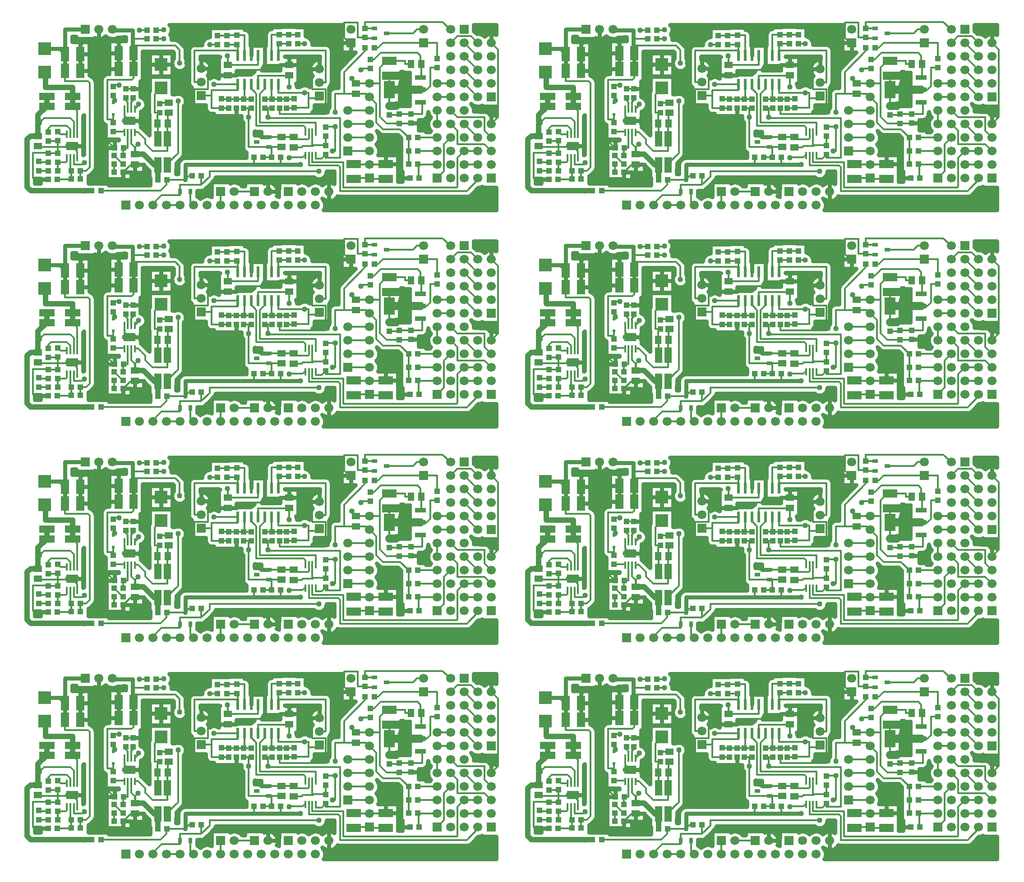
<source format=gbr>
G04 DipTrace 2.4.0.2*
%INTop.gbr*%
%MOIN*%
%ADD13C,0.0394*%
%ADD14C,0.013*%
%ADD15C,0.03*%
%ADD16C,0.025*%
%ADD17C,0.06*%
%ADD18C,0.04*%
%ADD19R,0.0591X0.0512*%
%ADD20R,0.0394X0.0433*%
%ADD21R,0.063X0.1063*%
%ADD22R,0.0433X0.0394*%
%ADD23R,0.0512X0.0591*%
%ADD24R,0.1063X0.063*%
%ADD26R,0.0945X0.0945*%
%ADD28R,0.0236X0.0236*%
%ADD29R,0.0669X0.0669*%
%ADD30C,0.0669*%
%ADD32R,0.0413X0.0256*%
%ADD33R,0.0256X0.0413*%
%ADD35R,0.1181X0.0551*%
%ADD37R,0.0551X0.1181*%
%ADD39R,0.0157X0.0551*%
%ADD40R,0.0866X0.0591*%
%ADD41R,0.0846X0.0374*%
%ADD42R,0.0846X0.128*%
%ADD43R,0.0236X0.0787*%
%FSLAX44Y44*%
G04*
G70*
G90*
G75*
G01*
%LNTop*%
%LPD*%
X5441Y10066D2*
D13*
Y10941D1*
D14*
X5528Y11028D1*
X5878Y11378D1*
X7816D1*
X8078Y11117D1*
Y10173D1*
X6078Y12972D2*
D13*
Y12263D1*
X5528Y11028D2*
Y11149D1*
X5432D1*
Y11617D1*
X6078Y12263D1*
X9409Y6007D2*
X8838D1*
X4889D1*
X4625Y6271D1*
Y9814D1*
X4877Y10066D1*
X5441D1*
X8078Y8441D2*
D14*
Y7960D1*
X8724D1*
X8854Y8090D1*
X8838Y5991D2*
Y6007D1*
X32128Y11003D2*
X32984D1*
X33003Y11021D1*
X31378Y15615D2*
X32543D1*
Y15378D1*
X33004D1*
X32940Y6940D2*
X32128D1*
X32003Y7065D1*
Y8003D1*
X31150D1*
X31128Y7980D1*
X30279Y17287D2*
X29688D1*
X29609Y17365D1*
X31378Y15615D2*
X31178D1*
X30690Y15128D1*
Y13940D1*
Y11503D1*
X31190Y11003D1*
X32128D1*
X38940Y16940D2*
X39440Y16440D1*
Y11440D1*
X38940Y10940D1*
X29609Y17365D2*
X29065D1*
Y18442D1*
X28065D1*
Y17315D1*
X28440Y16940D1*
X28565D1*
X25449Y10360D2*
Y9884D1*
X25380Y9816D1*
X24498D1*
X24330Y9983D1*
X22505Y10001D2*
X23432D1*
Y9999D1*
X24314D1*
X24330Y9983D1*
X23993Y15314D2*
X22257D1*
X22193Y15379D1*
Y16004D1*
X22192Y16005D1*
X19447Y14566D2*
X20192D1*
X20567Y14941D1*
X21943D1*
X22257Y15256D1*
Y15314D1*
X21192Y16005D2*
Y17504D1*
X22192D1*
Y16005D1*
X23278Y12129D2*
Y11691D1*
X26693D1*
Y13511D1*
X25693D1*
Y15036D1*
X26224D1*
X17489Y15040D2*
X18005D1*
Y13523D1*
X17005D1*
Y11628D1*
X20380D1*
X20101D1*
Y12129D1*
X19447Y14566D2*
Y14441D1*
X18942D1*
X18344Y15040D1*
X17489D1*
X23993Y15314D2*
X25070D1*
X25348Y15036D1*
X26224D1*
X11817Y12048D2*
Y11566D1*
X12200Y11182D1*
X11379Y16191D2*
D15*
Y15004D1*
X12449Y13547D2*
D14*
X11940D1*
X11085Y9191D2*
X10691D1*
X10503Y9002D1*
Y6940D1*
X11754D1*
Y7358D1*
X11734Y7378D1*
X12589Y7966D2*
X12323D1*
X11734Y7378D1*
X6191Y9691D2*
X6860D1*
X6879Y9709D1*
X6878Y9253D1*
Y8797D1*
X6191Y8779D2*
X6860D1*
X6878Y8797D1*
Y9253D2*
X8003D1*
X7950Y9307D1*
X8334Y8441D2*
Y8923D1*
X7950Y9307D1*
X5441Y9318D2*
X5626D1*
X5691Y9253D1*
X6878D1*
X8543Y16129D2*
D15*
Y14879D1*
Y16129D2*
D14*
X8629D1*
Y16942D1*
X11379Y16191D2*
X11315D1*
Y17065D1*
X7950Y9307D2*
D3*
X12191Y11191D2*
X12200Y11182D1*
X11085Y9191D2*
X11066D1*
X10566Y9691D1*
X12589Y7966D2*
Y6690D1*
X22505Y10001D2*
X21757D1*
X21505Y10253D1*
X20380D2*
Y11628D1*
X6191Y6860D2*
X5145D1*
X5065Y6940D1*
Y8815D1*
X6155D1*
X6191Y8779D1*
X29940Y7940D2*
X28793D1*
X28753Y7980D1*
X29940Y7940D2*
X31088D1*
X31128Y7980D1*
X14940Y4940D2*
X15940D1*
X28940Y13938D2*
X29938D1*
X29940Y13940D1*
X30690D1*
X28940Y13938D2*
Y14003D1*
X28628Y14315D1*
X14515Y15338D2*
X13881D1*
X13630Y15087D1*
Y13547D1*
Y11214D1*
X13604Y11189D1*
X12567D1*
X12565Y11190D1*
X12449Y13547D2*
X13630D1*
X8543Y14879D2*
X9281D1*
X9333Y14931D1*
Y16418D1*
X9644Y16729D1*
X9851D1*
X9869Y16746D1*
Y17869D1*
X9940Y17940D1*
X8007Y12263D2*
D13*
Y12972D1*
Y13665D1*
X5976D1*
Y14737D1*
X5941Y14772D1*
X8334Y10173D2*
D14*
Y11936D1*
X8007Y12263D1*
X8566Y7503D2*
Y6878D1*
X7441Y16129D2*
D15*
Y14879D1*
X5941Y16504D2*
X7065D1*
X7441Y16129D1*
Y17940D1*
X8940D1*
X7441Y14879D2*
D14*
Y14128D1*
X9128D1*
X9253Y14003D1*
Y7752D1*
X9004Y7503D1*
X8566D1*
X12913Y17889D2*
X13487D1*
X6860Y6860D2*
X7879D1*
X7897Y6878D1*
Y7503D2*
Y6878D1*
X7822Y8441D2*
Y7578D1*
X7897Y7503D1*
X7566Y8441D2*
Y8191D1*
X7504Y8128D1*
X6878D1*
X6879Y7485D1*
X6209D2*
X5520D1*
X5503Y7503D1*
X15003Y9846D2*
Y10976D1*
X15015Y10987D1*
Y11783D1*
X15108D1*
X15003Y9846D2*
Y8946D1*
X13881D1*
X13351Y9476D1*
Y9821D1*
X12835Y10338D1*
X12606D1*
X12584Y10316D1*
X7566Y10173D2*
X7084D1*
X6879Y10378D1*
X6191Y10360D2*
Y10628D1*
X6379Y10815D1*
X7566D1*
X7816Y10565D1*
Y10179D1*
X7822Y10173D1*
X14294Y9846D2*
Y10960D1*
X14267Y10987D1*
Y11630D1*
X14431Y11794D1*
X14045D1*
Y13136D1*
X14515Y13606D1*
X12481Y16191D2*
D15*
Y15004D1*
Y16191D2*
D14*
X12442Y16231D1*
D15*
Y17243D1*
Y17879D1*
X11001D1*
D14*
X10940Y17940D1*
X12481Y15004D2*
Y14356D1*
X12348Y14223D1*
X10565D1*
Y11296D1*
X10980D1*
Y11058D1*
X10976Y11645D2*
X10980Y11296D1*
X13483Y17243D2*
X12442D1*
X15003Y7917D2*
Y8011D1*
X15779Y8787D1*
Y12639D1*
X15899Y15441D2*
Y16431D1*
X15577Y16753D1*
X12496D1*
X12439Y16696D1*
Y16191D1*
X12481D1*
X10980Y10389D2*
X11743D1*
X11817Y10316D1*
X12072D2*
Y9197D1*
X12067Y9191D1*
X11754D1*
X11734Y8628D2*
Y9171D1*
X11754Y9191D1*
X11065Y8003D2*
Y7378D1*
X12072Y12048D2*
Y12558D1*
X11940Y12690D1*
Y12878D1*
X12328Y12048D2*
Y12578D1*
X12449Y12699D1*
Y12878D1*
X25961Y8628D2*
Y8378D1*
X26381D1*
X26693Y8691D1*
X22065Y8503D2*
X22690D1*
Y9253D1*
X22505D1*
X23432D1*
Y9251D1*
X22505Y9253D2*
X21003D1*
Y11441D1*
Y12129D1*
X20636D1*
X26693Y8691D2*
Y8440D1*
X27756D1*
Y11378D1*
X22505D1*
X22440Y11443D1*
Y12129D1*
X22736D1*
X21200D2*
X20636D1*
X22192D2*
X22735D1*
X22736D1*
X31378Y11628D2*
X32128D1*
Y11672D1*
X32984D1*
X33003Y11690D1*
X33815D1*
Y12440D1*
X33690Y12565D1*
X31407Y13471D2*
Y12326D1*
X31378Y12297D1*
X31407Y13471D2*
Y14484D1*
X31378Y14513D1*
X33690Y13471D2*
X34158D1*
X34440Y13753D1*
Y15128D1*
X34940D1*
X31407Y13471D2*
X33690D1*
X33940Y17940D2*
X33440D1*
X33161Y17661D1*
X31184D1*
X30279Y18035D2*
X29609D1*
X35940Y17940D2*
X35878D1*
X35315Y18503D1*
X29609D1*
Y18035D1*
X25193Y8628D2*
X25128D1*
X25003Y8503D1*
X24065D1*
X24003Y8440D1*
X25449Y8628D2*
Y7878D1*
X27631D1*
X27756Y7753D1*
Y6003D1*
X37128D1*
X37940Y6815D1*
Y6940D1*
X36940Y8940D2*
X37940D1*
X36940D2*
X36440Y8440D1*
Y6315D1*
X36378Y6253D1*
X28003D1*
Y8128D1*
X25690D1*
Y8614D1*
X25705Y8628D1*
X26693Y10066D2*
Y9360D1*
X25705Y10360D2*
Y9378D1*
X26756D1*
X26774Y9360D1*
X26693D1*
X24330Y9235D2*
X24925D1*
X25005Y9316D1*
X25767D1*
X25705Y9378D1*
X28940Y13190D2*
X28065D1*
Y14797D1*
X29609Y16342D1*
Y16578D1*
X28065Y13190D2*
X27381D1*
Y11816D1*
Y10753D2*
X26711D1*
X26693Y10735D1*
X15940Y5940D2*
Y6440D1*
X17503D1*
X18128Y7065D1*
Y7440D1*
X26190D1*
X27190Y8940D2*
X27381D1*
Y10753D1*
X17503Y7128D2*
Y6440D1*
X13940Y4940D2*
Y5065D1*
X14565Y5690D1*
X15940D1*
Y5940D1*
X28940Y13190D2*
X29690D1*
X29940Y12940D1*
X32833Y9940D2*
Y8940D1*
Y8003D2*
Y8940D1*
X29940Y12940D2*
X30440Y12440D1*
Y11065D1*
X30940Y10565D1*
X32208D1*
X32833Y9940D1*
X21192Y13879D2*
Y13578D1*
X21568Y13203D1*
Y10816D1*
X25068D1*
X25193Y10691D1*
Y10360D1*
X25961D2*
Y11066D1*
X21818D1*
Y13192D1*
X22193Y13567D1*
Y13878D1*
X22192Y13879D1*
X34940Y15797D2*
Y16940D1*
X33940D1*
X30279Y16578D2*
X30566D1*
X30928Y16940D1*
X33940D1*
X20692Y13879D2*
Y12816D1*
X20615D1*
Y12798D1*
X20636D1*
X20101D2*
X20615D1*
X20101D2*
X19538D1*
X18983D1*
X18976Y12804D1*
X21200Y12798D2*
X20646D1*
X20615Y12816D1*
X19538Y12129D2*
X18983D1*
X18976Y12135D1*
X18253D1*
Y12879D1*
Y13441D1*
X20192D1*
Y13879D1*
X17489Y13040D2*
X18253D1*
Y12879D1*
X18692Y16817D2*
X18130D1*
X18442Y13879D2*
X20192D1*
X22692D2*
Y12813D1*
X22707Y12798D1*
X22736D1*
X23278D1*
X23809D1*
X24338D1*
X24348Y12808D1*
X22192Y12798D2*
X22707D1*
X23809Y12129D2*
X24338D1*
X24348Y12139D1*
X25440D1*
Y12850D1*
Y13267D1*
X23192D1*
Y13879D1*
X25440Y12850D2*
X26038D1*
X26224Y13036D1*
X24630Y16879D2*
X25130D1*
Y13267D2*
X23192D1*
X20692Y16005D2*
Y17504D1*
X20130D1*
X19398D1*
X19380Y17486D1*
X18692D1*
X20192Y16005D2*
Y16772D1*
X20130Y16835D1*
X19398D1*
X19380Y16817D1*
X17489Y14040D2*
X17003D1*
Y16373D1*
X20192D1*
Y16005D1*
X23943Y17567D2*
X23273D1*
X23255Y17548D1*
X22711D1*
X22693Y17567D1*
Y16005D1*
X22692D1*
X24630Y17548D2*
X23961D1*
X23943Y17567D1*
X23192Y16005D2*
Y16816D1*
X23255Y16879D1*
X23925D1*
X23943Y16897D1*
X26224Y14036D2*
X26693D1*
Y16393D1*
X23192D1*
Y16005D1*
X16688Y5940D2*
Y5192D1*
X16940Y4940D1*
X29940Y8940D2*
X28319D1*
X28318Y8941D1*
Y9941D2*
X29940D1*
Y9940D1*
Y10940D2*
X28319D1*
X28318Y10941D1*
Y11941D2*
X29940D1*
Y11940D1*
X34940Y7940D2*
X33565D1*
X33503Y8003D1*
X33609Y6940D2*
X33565D1*
Y7940D1*
X34940Y8940D2*
X33503D1*
Y9940D2*
X34940D1*
Y10940D2*
Y11940D1*
X36940Y15940D2*
X37940Y14940D1*
X36940D2*
X37940Y13940D1*
X36940D2*
X37940Y12940D1*
X36940Y10940D2*
X37940Y9940D1*
X34940Y13940D2*
X35940D1*
Y11940D2*
X36440Y11440D1*
X38440D1*
Y10440D1*
X38940Y9940D1*
Y8940D2*
X38440Y9440D1*
X36440D1*
Y10440D1*
X35940Y10940D1*
X34940Y12940D2*
X35940D1*
Y9940D2*
X35440Y9440D1*
Y7440D1*
X34940Y6940D1*
X36940Y7940D2*
X37940D1*
X35940Y16940D2*
X36440Y17440D1*
X37440D1*
X37940Y16940D1*
X36940D2*
X37940Y15940D1*
X10976Y12511D2*
Y12568D1*
X11128D1*
Y12940D1*
X11003Y13065D1*
X10976Y12568D2*
X11098Y12690D1*
X12865Y12405D2*
X12941D1*
X12584Y12048D1*
X6191Y8110D2*
X5565D1*
X5503Y8172D1*
X21440Y5940D2*
X19940D1*
X18940D2*
Y4940D1*
X11734Y8003D2*
X11690D1*
X11065Y8628D1*
X23359Y8503D2*
Y7940D1*
D15*
X21396D1*
D14*
Y8503D1*
X16314Y6846D2*
D15*
Y7940D1*
X21396D1*
X16833Y7128D2*
D14*
X16596D1*
X16314Y6846D1*
X31128Y6878D2*
X30003D1*
X29940Y6940D1*
X28815D1*
X28753Y6878D1*
X24815Y7940D2*
D15*
X23359D1*
X10078Y6007D2*
D14*
X14495D1*
X14933Y6446D1*
Y6818D1*
X14964D1*
X16287D1*
X16314Y6846D1*
X29999Y15064D2*
X29408D1*
X29297Y14954D1*
X12328Y10316D2*
Y9490D1*
X12629Y9189D1*
Y8754D1*
X12589Y8714D1*
Y9214D1*
X12815Y9440D1*
X11423Y13836D2*
Y13815D1*
X11083D1*
X11003Y13734D1*
X14294Y6818D2*
D13*
Y7917D1*
D14*
X14025D1*
D13*
X13227Y8714D1*
X12589D1*
X21692Y13879D2*
D14*
Y14504D1*
X23930D1*
X23993Y14566D1*
X14157Y17889D2*
X14720D1*
X14735Y17905D1*
X23987Y13692D2*
Y14561D1*
X23993Y14566D1*
X19447Y15314D2*
X21692D1*
Y16005D1*
X19447Y15314D2*
Y15983D1*
X19436Y15972D1*
X14731Y17259D2*
X14169D1*
X14153Y17243D1*
X33752Y15378D2*
Y14438D1*
X33690Y14376D1*
X29999Y15733D2*
X30273D1*
X30755Y16216D1*
X33483D1*
X33704Y15995D1*
Y15425D1*
X33752Y15378D1*
X15108Y12531D2*
X14431D1*
Y12463D1*
D18*
X8854Y8090D3*
X8838Y5991D3*
X8629Y16942D3*
X11315Y17065D3*
X7950Y9307D3*
X12191Y11191D3*
X10566Y9691D3*
X12589Y6690D3*
X21505Y10253D3*
X20380D3*
X28628Y14315D3*
X12913Y17889D3*
X15779Y12639D3*
X15899Y15441D3*
X21003Y11441D3*
X22440Y11443D3*
X24003Y8440D3*
X27381Y11816D3*
Y10753D3*
X26190Y7440D3*
X27190Y8940D3*
X27381Y10753D3*
X18130Y16817D3*
X18442Y13879D3*
X25130Y16879D3*
Y13267D3*
X11098Y12690D3*
X12865Y12405D3*
X24815Y7940D3*
X29297Y14954D3*
X12815Y9440D3*
X11423Y13836D3*
X14735Y17905D3*
X23987Y13692D3*
X19436Y15972D3*
X14731Y17259D3*
X9940Y15940D3*
Y15440D3*
Y14940D3*
Y14440D3*
Y13940D3*
Y13440D3*
Y12940D3*
Y12440D3*
Y11940D3*
Y11440D3*
Y10940D3*
Y10440D3*
Y9940D3*
Y9440D3*
Y8940D3*
X16440Y15940D3*
Y15440D3*
Y14940D3*
Y14440D3*
Y13940D3*
Y13440D3*
Y12940D3*
Y12440D3*
Y11940D3*
Y11440D3*
Y10940D3*
Y10440D3*
Y9940D3*
Y9440D3*
Y8940D3*
X32256Y14504D3*
Y14004D3*
Y13504D3*
Y13004D3*
X32819Y14504D3*
Y14004D3*
Y13504D3*
Y13004D3*
X32256Y12504D3*
X32819D3*
X31381Y13754D3*
Y13254D3*
X8315Y9315D3*
X7628D3*
X11815Y11190D3*
X12565D3*
X32268Y14566D2*
D16*
X32905D1*
X32268Y14318D2*
X32905D1*
X32268Y14069D2*
X32905D1*
X32190Y13820D2*
X32905D1*
X32190Y13572D2*
X32905D1*
X32190Y13323D2*
X32905D1*
X32190Y13074D2*
X32905D1*
X32190Y12826D2*
X32905D1*
X32190Y12577D2*
X32905D1*
X31936Y12328D2*
X32905D1*
X32934Y14747D2*
X32413D1*
Y14814D1*
X32244Y14813D1*
Y13863D1*
X32165D1*
Y12496D1*
X31909D1*
X31910Y12252D1*
X32928Y12253D1*
X32932Y12793D1*
X32936Y13087D1*
X32932Y13199D1*
Y14749D1*
X31378Y14513D2*
D17*
X32244D1*
X31378Y12297D2*
X31909D1*
X32932Y13471D2*
X33690D1*
X31407D2*
X32164D1*
X15322Y17991D2*
D15*
X18104D1*
X20719D2*
X22623D1*
X25218D2*
X27840D1*
X37668D2*
X39261D1*
X15285Y17693D2*
X18104D1*
X21104D2*
X22254D1*
X25218D2*
X27885D1*
X37820D2*
X39261D1*
X7981Y17394D2*
X8212D1*
X15305D2*
X18104D1*
X21149D2*
X22238D1*
X25386D2*
X27840D1*
X7981Y17095D2*
X11899D1*
X15863D2*
X17612D1*
X21149D2*
X22238D1*
X25677D2*
X27840D1*
X9248Y16797D2*
X10673D1*
X16167D2*
X16919D1*
X21149D2*
X22238D1*
X26862D2*
X27840D1*
X9248Y16498D2*
X10673D1*
X16351D2*
X16566D1*
X27137D2*
X27840D1*
X9248Y16199D2*
X10673D1*
X13189D2*
X15442D1*
X16355D2*
X16545D1*
X27149D2*
X28832D1*
X9248Y15901D2*
X10673D1*
X13189D2*
X13650D1*
X16355D2*
X16545D1*
X17458D2*
X18760D1*
X24680D2*
X26236D1*
X27149D2*
X28533D1*
X9248Y15602D2*
X10673D1*
X13189D2*
X13650D1*
X17930D2*
X18760D1*
X24680D2*
X25789D1*
X27149D2*
X28238D1*
X9248Y15303D2*
X10673D1*
X13189D2*
X13650D1*
X18164D2*
X18760D1*
X24680D2*
X25551D1*
X27149D2*
X27938D1*
X9248Y15005D2*
X10673D1*
X13189D2*
X13650D1*
X16281D2*
X16545D1*
X18213D2*
X18760D1*
X22015D2*
X23304D1*
X24680D2*
X25498D1*
X27149D2*
X27663D1*
X9248Y14706D2*
X10673D1*
X13189D2*
X13650D1*
X15379D2*
X16545D1*
X18131D2*
X18760D1*
X20132D2*
X21286D1*
X24680D2*
X25580D1*
X27149D2*
X27610D1*
X9482Y14407D2*
X10152D1*
X13189D2*
X13650D1*
X15379D2*
X16545D1*
X24680D2*
X25605D1*
X27149D2*
X27610D1*
X9695Y14109D2*
X10107D1*
X13038D2*
X13650D1*
X15379D2*
X16545D1*
X24680D2*
X25502D1*
X27149D2*
X27610D1*
X9708Y13810D2*
X10107D1*
X13038D2*
X13650D1*
X15379D2*
X16615D1*
X24566D2*
X24957D1*
X25304D2*
X25535D1*
X27084D2*
X27610D1*
X9708Y13511D2*
X10107D1*
X13038D2*
X13650D1*
X15379D2*
X16763D1*
X9708Y13212D2*
X10107D1*
X13038D2*
X13597D1*
X15379D2*
X16763D1*
X9708Y12914D2*
X10107D1*
X13132D2*
X13589D1*
X16298D2*
X16763D1*
X9708Y12615D2*
X10107D1*
X13415D2*
X13587D1*
X16372D2*
X16763D1*
X9708Y12316D2*
X10107D1*
X16269D2*
X17796D1*
X25898D2*
X26925D1*
X9708Y12018D2*
X10107D1*
X13300D2*
X13589D1*
X16236D2*
X17813D1*
X25878D2*
X26827D1*
X37664D2*
X39261D1*
X9708Y11719D2*
X10107D1*
X13054D2*
X13597D1*
X16236D2*
X18128D1*
X38792D2*
X39261D1*
X9708Y11420D2*
X10107D1*
X13054D2*
X13617D1*
X16236D2*
X20413D1*
X34174D2*
X34406D1*
X9708Y11122D2*
X10144D1*
X13025D2*
X13617D1*
X16236D2*
X20511D1*
X33592D2*
X34237D1*
X9708Y10823D2*
X10390D1*
X13054D2*
X13617D1*
X16236D2*
X20544D1*
X33592D2*
X34225D1*
X9708Y10524D2*
X10390D1*
X13284D2*
X13617D1*
X16236D2*
X20544D1*
X33592D2*
X34352D1*
X9708Y10226D2*
X10390D1*
X16236D2*
X20544D1*
X21461D2*
X21906D1*
X9708Y9927D2*
X10390D1*
X16236D2*
X20544D1*
X30668D2*
X32211D1*
X9708Y9628D2*
X10476D1*
X16236D2*
X20544D1*
X30594D2*
X32224D1*
X9708Y9330D2*
X10476D1*
X16236D2*
X20544D1*
X30549D2*
X32224D1*
X9708Y9031D2*
X10455D1*
X16236D2*
X20610D1*
X30660D2*
X32224D1*
X9708Y8732D2*
X10455D1*
X16232D2*
X20786D1*
X30635D2*
X32224D1*
X9708Y8433D2*
X10455D1*
X32050D2*
X32222D1*
X9708Y8135D2*
X10455D1*
X32050D2*
X32222D1*
X9708Y7836D2*
X10455D1*
X32050D2*
X32222D1*
X9650Y7537D2*
X10455D1*
X13275D2*
X13585D1*
X32050D2*
X32222D1*
X9371Y7239D2*
X10455D1*
X12344D2*
X13626D1*
X26743D2*
X27298D1*
X32050D2*
X32330D1*
X9174Y6940D2*
X10455D1*
X12344D2*
X13687D1*
X18566D2*
X25904D1*
X26477D2*
X27298D1*
X32050D2*
X32330D1*
X5213Y6641D2*
X5583D1*
X9174D2*
X13687D1*
X18336D2*
X27298D1*
X18037Y6343D2*
X18215D1*
X23040D2*
X23214D1*
X17692Y6044D2*
X18215D1*
X37804D2*
X39261D1*
X17208Y5745D2*
X18215D1*
X37504D2*
X39261D1*
X27461Y5447D2*
X39261D1*
X26637Y5148D2*
X39261D1*
X26661Y4849D2*
X39261D1*
X9220Y15772D2*
Y14544D1*
X9374Y14476D1*
X9513Y14346D1*
X9625Y14211D1*
X9668Y14098D1*
X9650Y14159D1*
X9680Y14003D1*
Y7752D1*
X9660Y7623D1*
X9599Y7503D1*
X9462Y7357D1*
X9306Y7201D1*
X9196Y7123D1*
X9156Y7105D1*
X9145Y7043D1*
Y6563D1*
X9987Y6566D1*
X10656D1*
Y6431D1*
X11522Y6434D1*
X13716D1*
Y6961D1*
X13657Y6964D1*
Y7493D1*
X13246Y7901D1*
Y7348D1*
X12313D1*
Y6819D1*
X10487D1*
X10491Y7937D1*
X10487Y8362D1*
X10491Y8562D1*
X10487Y8987D1*
Y9187D1*
X10507D1*
X10506Y9750D1*
X11376D1*
Y9814D1*
X11307Y9750D1*
X11376D1*
X11276Y9810D1*
X10421D1*
Y10894D1*
X10331Y10939D1*
X10234Y11026D1*
X10168Y11139D1*
X10138Y11296D1*
Y14223D1*
X10158Y14352D1*
X10216Y14469D1*
X10307Y14563D1*
X10422Y14625D1*
X10565Y14649D1*
X10700D1*
X10702Y15897D1*
Y17085D1*
X11930D1*
Y17370D1*
X11392Y17367D1*
X11338D1*
X11237Y17310D1*
X11114Y17266D1*
X10985Y17245D1*
X10854Y17249D1*
X10726Y17277D1*
X10605Y17329D1*
X10497Y17403D1*
X10442Y17458D1*
X10350Y17377D1*
X10237Y17310D1*
X10114Y17266D1*
X9985Y17245D1*
X9854Y17249D1*
X9726Y17277D1*
X9637Y17313D1*
Y17244D1*
X8244D1*
Y17428D1*
X7952D1*
X7953Y17026D1*
X8129Y17022D1*
X9220D1*
Y15773D1*
X13658Y10330D2*
X13649D1*
X13648Y11638D1*
X13618Y11794D1*
Y13136D1*
X13640Y13268D1*
X13681Y13427D1*
Y14440D1*
X15349D1*
Y13148D1*
X15538Y13149D1*
X15626Y13180D1*
X15755Y13201D1*
X15886Y13191D1*
X16011Y13152D1*
X16123Y13084D1*
X16217Y12992D1*
X16286Y12882D1*
X16329Y12758D1*
X16341Y12639D1*
X16326Y12509D1*
X16281Y12386D1*
X16206Y12274D1*
Y8787D1*
X16186Y8657D1*
X16125Y8537D1*
X15988Y8392D1*
X15643Y8047D1*
X15641Y7241D1*
X15804Y7245D1*
X15802Y7940D1*
X15819Y8070D1*
X15868Y8191D1*
X15946Y8296D1*
X16049Y8378D1*
X16168Y8431D1*
X16314Y8452D1*
X20821D1*
X20817Y8862D1*
X20768Y8896D1*
X20671Y8984D1*
X20605Y9097D1*
X20576Y9253D1*
Y11078D1*
X20530Y11136D1*
X20473Y11254D1*
X20444Y11382D1*
X20445Y11512D1*
X20450Y11550D1*
X18979Y11554D1*
X18417Y11556D1*
Y11708D1*
X18253D1*
X18123Y11728D1*
X18006Y11786D1*
X17912Y11877D1*
X17850Y11992D1*
X17826Y12135D1*
Y12344D1*
X16792Y12343D1*
Y13668D1*
X16672Y13771D1*
X16606Y13884D1*
X16576Y14040D1*
Y16373D1*
X16596Y16502D1*
X16654Y16619D1*
X16745Y16713D1*
X16860Y16776D1*
X17003Y16800D1*
X17565D1*
X17572Y16888D1*
X17604Y17015D1*
X17664Y17131D1*
X17750Y17231D1*
X17856Y17307D1*
X17977Y17357D1*
X18135Y17376D1*
X18137Y17395D1*
X18133Y17826D1*
Y18064D1*
X19251Y18060D1*
X19346Y18064D1*
X19571D1*
Y18083D1*
X20689D1*
X20692Y17931D1*
X20822Y17911D1*
X20939Y17853D1*
X21033Y17762D1*
X21095Y17647D1*
X21119Y17504D1*
Y16762D1*
X21172Y16756D1*
X21290Y16760D1*
X22266D1*
Y17567D1*
X22286Y17696D1*
X22344Y17813D1*
X22435Y17907D1*
X22550Y17969D1*
X22682Y17993D1*
X22696Y18020D1*
Y18127D1*
X23381D1*
X23384Y18145D1*
X24502D1*
Y18125D1*
X25189Y18127D1*
Y17437D1*
X25362Y17391D1*
X25474Y17324D1*
X25568Y17232D1*
X25638Y17121D1*
X25680Y16997D1*
X25692Y16879D1*
X25685Y16818D1*
X26693Y16820D1*
X26822Y16800D1*
X26939Y16742D1*
X27033Y16651D1*
X27095Y16536D1*
X27120Y16393D1*
Y14036D1*
X27100Y13907D1*
X27042Y13790D1*
X26959Y13703D1*
X26921Y13602D1*
Y12340D1*
X25867D1*
Y12139D1*
X25847Y12010D1*
X25797Y11905D1*
X25706Y11806D1*
X26815Y11805D1*
X26823Y11887D1*
X26855Y12015D1*
X26915Y12131D1*
X26955Y12177D1*
X26954Y13190D1*
X26974Y13319D1*
X27032Y13436D1*
X27123Y13530D1*
X27238Y13592D1*
X27381Y13617D1*
X27639D1*
X27638Y14797D1*
X27658Y14927D1*
X27719Y15047D1*
X27856Y15192D1*
X28909Y16245D1*
X27869Y16244D1*
Y17637D1*
X27938D1*
X27903Y17724D1*
X27874Y17852D1*
X27870Y17983D1*
X27890Y18112D1*
X27934Y18235D1*
X27965Y18288D1*
X22905Y18290D1*
X15141D1*
X15173Y18258D1*
X15243Y18147D1*
X15285Y18023D1*
X15297Y17905D1*
X15282Y17775D1*
X15237Y17652D1*
X15190Y17580D1*
X15239Y17501D1*
X15281Y17377D1*
X15293Y17259D1*
X15284Y17182D1*
X15577Y17180D1*
X15706Y17160D1*
X15826Y17099D1*
X15971Y16963D1*
X16200Y16733D1*
X16278Y16628D1*
X16319Y16500D1*
X16326Y16300D1*
Y15804D1*
X16406Y15683D1*
X16448Y15559D1*
X16461Y15441D1*
X16445Y15311D1*
X16400Y15188D1*
X16328Y15078D1*
X16233Y14989D1*
X16119Y14924D1*
X15994Y14887D1*
X15863Y14880D1*
X15734Y14903D1*
X15614Y14956D1*
X15510Y15035D1*
X15426Y15136D1*
X15369Y15254D1*
X15350Y15337D1*
X15349Y14503D1*
X13681D1*
Y16172D1*
X15349D1*
Y15560D1*
X15373Y15639D1*
X15433Y15755D1*
X15473Y15802D1*
X15472Y16257D1*
X15402Y16324D1*
X13608Y16326D1*
X13161D1*
X13158Y15379D1*
X13154Y15298D1*
X13158Y14847D1*
Y14110D1*
X13007D1*
X13008Y12952D1*
X13096Y12917D1*
X13208Y12849D1*
X13302Y12758D1*
X13372Y12647D1*
X13414Y12523D1*
X13427Y12405D1*
X13411Y12275D1*
X13366Y12152D1*
X13294Y12043D1*
X13199Y11953D1*
X13085Y11888D1*
X13026Y11871D1*
X13025Y11411D1*
X12996D1*
X12995Y10953D1*
X13025D1*
Y10720D1*
X13115Y10659D1*
X13656Y10120D1*
X13657Y10333D1*
X20104Y14888D2*
X20106Y14634D1*
X20672Y14630D1*
X21106Y14634D1*
X21172Y14630D1*
X21335Y14738D1*
X21438Y14846D1*
X21430Y14887D1*
X20104Y14882D1*
X20100Y14696D1*
X20212Y14634D1*
X21172D1*
X18790Y14320D2*
Y15932D1*
X18876D1*
X18749Y15946D1*
X17432D1*
X17434Y15735D1*
X17565Y15732D1*
X17694Y15706D1*
X17815Y15656D1*
X17924Y15584D1*
X18018Y15493D1*
X18094Y15385D1*
X18148Y15266D1*
X18178Y15139D1*
X18185Y15014D1*
X18168Y14884D1*
X18127Y14759D1*
X18063Y14645D1*
X17973Y14539D1*
X18051Y14451D1*
X18120Y14335D1*
X18168Y14369D1*
X18289Y14419D1*
X18419Y14440D1*
X18549Y14430D1*
X18674Y14391D1*
X18789Y14320D1*
X24650Y15184D2*
Y13948D1*
X24490D1*
X24537Y13810D1*
X24549Y13696D1*
X24763Y13694D1*
X24856Y13758D1*
X24977Y13808D1*
X25107Y13828D1*
X25237Y13819D1*
X25362Y13779D1*
X25495Y13691D1*
X25527Y13733D1*
X25597D1*
X25562Y13820D1*
X25533Y13948D1*
X25529Y14079D1*
X25549Y14208D1*
X25593Y14331D1*
X25659Y14444D1*
X25738Y14534D1*
X25641Y14655D1*
X25580Y14771D1*
X25542Y14896D1*
X25527Y15026D1*
X25538Y15157D1*
X25572Y15283D1*
X25630Y15401D1*
X25709Y15505D1*
X25806Y15594D1*
X25918Y15662D1*
X26040Y15708D1*
X26169Y15731D1*
X26267D1*
X26266Y15968D1*
X23671Y15966D1*
X23677Y15932D1*
X24650D1*
X24649Y14696D1*
X23335Y14928D2*
X23339Y15184D1*
X23335Y15248D1*
X22712Y15253D1*
X22463Y15249D1*
X22114D1*
X22103Y15199D1*
X22049Y15080D1*
X21947Y14972D1*
X21955Y14931D1*
X23335Y14933D1*
Y15195D1*
X23172Y15249D1*
X22212Y15253D1*
X22111Y15249D1*
X22099Y15185D1*
X22041Y15068D1*
X21950Y14974D1*
X32019Y7555D2*
X32021Y6681D1*
X32362Y6680D1*
Y7443D1*
X32255Y7444D1*
X32259Y8562D1*
X32255Y8644D1*
X32259Y9499D1*
X32255Y9775D1*
X32253Y9917D1*
X32030Y10140D1*
X30940Y10138D1*
X30811Y10158D1*
X30691Y10219D1*
X30545Y10356D1*
X30444Y10458D1*
X30569Y10239D1*
X30614Y10116D1*
X30637Y9940D1*
X30624Y9810D1*
X30588Y9684D1*
X30528Y9567D1*
X30421Y9439D1*
X30502Y9352D1*
X30569Y9239D1*
X30614Y9116D1*
X30637Y8940D1*
X30624Y8810D1*
X30575Y8658D1*
X32021Y8657D1*
X32020Y7303D1*
X37637Y18288D2*
Y17821D1*
X37742Y17742D1*
X37855Y17629D1*
X37938Y17637D1*
X38069Y17625D1*
X38195Y17589D1*
X38312Y17530D1*
X38440Y17422D1*
X38502Y17481D1*
X38611Y17554D1*
X38731Y17605D1*
X38860Y17632D1*
X38991Y17635D1*
X39120Y17613D1*
X39243Y17568D1*
X39290Y17543D1*
Y18289D1*
X37640Y18290D1*
X37423Y12440D2*
X37502Y12352D1*
X37569Y12239D1*
X37614Y12116D1*
X37637Y11940D1*
X37630Y11871D1*
X38440Y11867D1*
X38569Y11847D1*
X38686Y11789D1*
X38773Y11706D1*
X38834Y11629D1*
X38964Y11636D1*
X39094Y11620D1*
X39219Y11579D1*
X39290Y11543D1*
Y12244D1*
X38244D1*
Y12313D1*
X38114Y12266D1*
X37985Y12245D1*
X37854Y12249D1*
X37726Y12277D1*
X37605Y12329D1*
X37497Y12403D1*
X37442Y12458D1*
X20875Y6637D2*
X22137D1*
Y6567D1*
X22257Y6612D1*
X22386Y6635D1*
X22517Y6633D1*
X22645Y6606D1*
X22766Y6556D1*
X22876Y6484D1*
X22970Y6393D1*
X23045Y6286D1*
X23099Y6166D1*
X23130Y6039D1*
X23136Y5914D1*
X23119Y5784D1*
X23078Y5660D1*
X23062Y5626D1*
X23195Y5589D1*
X23242Y5565D1*
X23244Y6637D1*
X24637D1*
Y6567D1*
X24808Y6624D1*
X24938Y6637D1*
X25069Y6625D1*
X25195Y6589D1*
X25312Y6530D1*
X25440Y6422D1*
X25565Y6527D1*
X25682Y6587D1*
X25808Y6624D1*
X25938Y6637D1*
X26069Y6625D1*
X26195Y6589D1*
X26312Y6530D1*
X26440Y6422D1*
X26502Y6481D1*
X26611Y6554D1*
X26731Y6605D1*
X26860Y6632D1*
X26991Y6635D1*
X27120Y6613D1*
X27243Y6568D1*
X27329Y6518D1*
Y7450D1*
X26749Y7451D1*
X26737Y7310D1*
X26692Y7187D1*
X26620Y7078D1*
X26524Y6988D1*
X26411Y6923D1*
X26285Y6886D1*
X26154Y6879D1*
X26026Y6903D1*
X25906Y6955D1*
X25831Y7012D1*
X18550Y7013D1*
X18535Y6936D1*
X18474Y6816D1*
X18337Y6670D1*
X18305Y6639D1*
X19637Y6637D1*
Y6567D1*
X19808Y6624D1*
X19938Y6637D1*
X20069Y6625D1*
X20195Y6589D1*
X20312Y6530D1*
X20415Y6450D1*
X20489Y6367D1*
X20740D1*
X20744Y6637D1*
X20875D1*
X39288Y6244D2*
X38244D1*
Y6313D1*
X38114Y6266D1*
X37972Y6245D1*
X37430Y5701D1*
X37324Y5624D1*
X37196Y5582D1*
X36996Y5576D1*
X27756D1*
X27637Y5593D1*
X27555Y5612D1*
X27483Y5503D1*
X27391Y5409D1*
X27284Y5334D1*
X27164Y5281D1*
X27037Y5250D1*
X26906Y5244D1*
X26776Y5263D1*
X26652Y5306D1*
X26539Y5371D1*
X26440Y5456D1*
X26569Y5239D1*
X26614Y5116D1*
X26637Y4940D1*
X26624Y4810D1*
X26588Y4684D1*
X26541Y4593D1*
X28456Y4590D1*
X39287D1*
X39290Y5752D1*
Y6241D1*
X34459Y10440D2*
X34404Y10495D1*
X34330Y10604D1*
X34278Y10724D1*
X34249Y10852D1*
X34245Y10983D1*
X34265Y11112D1*
X34309Y11235D1*
X34376Y11348D1*
X34454Y11438D1*
X34330Y11604D1*
X34278Y11724D1*
X34249Y11864D1*
X34242Y11690D1*
X34222Y11561D1*
X34164Y11444D1*
X34073Y11350D1*
X33958Y11288D1*
X33815Y11263D1*
X33562Y11258D1*
Y10499D1*
X34081D1*
Y10364D1*
X34393Y10367D1*
X18244Y5567D2*
Y6579D1*
X17805Y6138D1*
X17699Y6061D1*
X17571Y6019D1*
X17371Y6013D1*
X17179D1*
X17178Y5594D1*
X17312Y5530D1*
X17440Y5422D1*
X17565Y5527D1*
X17682Y5587D1*
X17808Y5624D1*
X17938Y5637D1*
X18069Y5625D1*
X18195Y5589D1*
X18242Y5565D1*
X5612Y6566D2*
Y6924D1*
X5188D1*
X5184Y6562D1*
X5615Y6566D1*
X8745Y9078D2*
X8775D1*
Y8646D1*
X8826Y8671D1*
Y11627D1*
X8761Y11543D1*
Y10809D1*
X8775Y10811D1*
Y9535D1*
X8746D1*
X8745Y9077D1*
X21936Y10117D2*
Y10390D1*
X21568Y10389D1*
X21449Y10406D1*
X21430Y10391D1*
Y10116D1*
X21937Y10117D1*
X8543Y14879D2*
X9220D1*
X8543Y17022D2*
Y16129D1*
X9220D1*
X12589Y7966D2*
Y7348D1*
Y7966D2*
X13245D1*
X10703Y15004D2*
X11379D1*
Y17084D2*
Y16191D1*
X10703D2*
X11379D1*
X11734Y7378D2*
Y6819D1*
Y7378D2*
X12312D1*
X11085Y9749D2*
Y9191D1*
X10507D2*
X11085D1*
X18790Y14566D2*
X20104D1*
X23993Y15932D2*
Y15314D1*
X23336D2*
X24649D1*
X31128Y8656D2*
Y7980D1*
X32021D1*
X14515Y16172D2*
Y14504D1*
X13681Y15338D2*
X15349D1*
X22440Y6636D2*
Y5940D1*
X23136D1*
X38940Y11636D2*
Y10940D1*
Y17636D2*
Y16940D1*
X9940Y17940D2*
Y17244D1*
X17489Y15736D2*
Y15040D1*
X18185D1*
X26224Y15732D2*
Y15036D1*
X25528D2*
X26224D1*
X28565Y16940D2*
Y16244D1*
X27869Y16940D2*
X28565D1*
X26940Y6636D2*
Y5244D1*
X5613Y6860D2*
X6191D1*
X12449Y13547D2*
X13007D1*
X33003Y11021D2*
X33561D1*
X20101Y12129D2*
Y11551D1*
X32362Y6940D2*
X32940D1*
X7950Y9307D2*
X8744D1*
X12200Y11182D2*
X12995D1*
X21937Y10001D2*
X22505D1*
X22192Y16760D2*
Y15249D1*
X21192Y16760D2*
Y16005D1*
D19*
X5441Y10066D3*
Y9318D3*
D20*
X6879Y10378D3*
Y9709D3*
D21*
X7441Y14879D3*
X8543D3*
X7441Y16129D3*
X8543D3*
D22*
X8566Y6878D3*
X7897D3*
D20*
X6191Y8110D3*
Y8779D3*
X6878Y8128D3*
Y8797D3*
D19*
X12589Y8714D3*
Y7966D3*
D20*
X11940Y12878D3*
Y13547D3*
D23*
X15015Y10987D3*
X14267D3*
D21*
X11379Y15004D3*
X12481D3*
X11379Y16191D3*
X12481D3*
D19*
X15108Y11783D3*
Y12531D3*
D22*
X11065Y7378D3*
X11734D3*
X11754Y9191D3*
X11085D3*
D23*
X33752Y15378D3*
X33004D3*
D24*
X31378Y14513D3*
Y15615D3*
D20*
X32128Y11672D3*
Y11003D3*
X19538Y12129D3*
Y12798D3*
D19*
X24330Y9235D3*
Y9983D3*
X23432Y9251D3*
Y9999D3*
D20*
X23809Y12129D3*
Y12798D3*
X19380Y16817D3*
Y17486D3*
X23943Y16897D3*
Y17567D3*
D19*
X19447Y14566D3*
Y15314D3*
X23993Y14566D3*
Y15314D3*
X28940Y13190D3*
Y13938D3*
D24*
X28753Y6878D3*
Y7980D3*
X31128Y6878D3*
Y7980D3*
D26*
X5941Y16504D3*
Y14772D3*
X14515Y15338D3*
Y13606D3*
D28*
X10976Y12511D3*
Y11645D3*
D29*
X36940Y17940D3*
D30*
X35940D3*
X36940Y16940D3*
X35940D3*
X36940Y15940D3*
X35940D3*
X36940Y14940D3*
X35940D3*
X36940Y13940D3*
X35940D3*
X36940Y12940D3*
X35940D3*
X36940Y11940D3*
X35940D3*
X36940Y10940D3*
X35940D3*
X36940Y9940D3*
X35940D3*
X36940Y8940D3*
X35940D3*
X36940Y7940D3*
X35940D3*
X36940Y6940D3*
X35940D3*
D29*
X21440Y5940D3*
D30*
X22440D3*
D29*
X38940Y6940D3*
D30*
X37940D3*
X38940Y7940D3*
X37940D3*
X38940Y8940D3*
X37940D3*
X38940Y9940D3*
X37940D3*
X38940Y10940D3*
X37940D3*
D29*
X38940Y12940D3*
D30*
X37940D3*
X38940Y13940D3*
X37940D3*
X38940Y14940D3*
X37940D3*
X38940Y15940D3*
X37940D3*
X38940Y16940D3*
X37940D3*
D29*
X8940Y17940D3*
D30*
X9940D3*
X10940D3*
D29*
X17489Y13040D3*
D30*
Y14040D3*
Y15040D3*
D29*
X26224Y13036D3*
D30*
Y14036D3*
Y15036D3*
D29*
X33940Y16940D3*
D30*
Y17940D3*
D29*
X28565Y16940D3*
D30*
Y17940D3*
D29*
X28318Y8941D3*
D30*
Y9941D3*
Y10941D3*
Y11941D3*
D29*
X34940Y6940D3*
D30*
Y7940D3*
Y8940D3*
Y9940D3*
Y10940D3*
Y11940D3*
Y12940D3*
Y13940D3*
D29*
X29940Y6940D3*
D30*
Y7940D3*
Y8940D3*
Y9940D3*
Y10940D3*
Y11940D3*
Y12940D3*
Y13940D3*
D29*
X18940Y5940D3*
D30*
X19940D3*
D29*
X23940D3*
D30*
X24940D3*
X25940D3*
X26940D3*
D29*
X11940Y4940D3*
D30*
X12940D3*
X13940D3*
X14940D3*
X15940D3*
X16940D3*
X17940D3*
X18940D3*
X19940D3*
X20940D3*
X21940D3*
X22940D3*
X23940D3*
X24940D3*
X25940D3*
D32*
X30279Y18035D3*
Y17287D3*
X31184Y17661D3*
D33*
X15940Y5940D3*
X16688D3*
X16314Y6846D3*
D22*
X8566Y7503D3*
X7897D3*
X6191Y6860D3*
X6860D3*
X6879Y7485D3*
X6209D3*
D20*
X6191Y9691D3*
Y10360D3*
X12449Y13547D3*
Y12878D3*
X10980Y11058D3*
Y10389D3*
D22*
X11065Y8628D3*
X11734D3*
D20*
X31378Y11628D3*
Y12297D3*
X33003Y11021D3*
Y11690D3*
X29609Y18035D3*
Y17365D3*
D22*
Y16578D3*
X30279D3*
D20*
X34940Y15128D3*
Y15797D3*
D22*
X22065Y8503D3*
X21396D3*
X22690D3*
X23359D3*
D20*
X26693Y10066D3*
Y10735D3*
Y8691D3*
Y9360D3*
X20636Y12129D3*
Y12798D3*
X20101Y12129D3*
Y12798D3*
X18976Y12804D3*
Y12135D3*
X22736Y12129D3*
Y12798D3*
X23278Y12129D3*
Y12798D3*
X24348Y12808D3*
Y12139D3*
X20130Y17504D3*
Y16835D3*
X18692Y16817D3*
Y17486D3*
X23255Y17548D3*
Y16879D3*
X24630D3*
Y17548D3*
D22*
X17503Y7128D3*
X16833D3*
X32940Y6940D3*
X33609D3*
D20*
X21200Y12129D3*
Y12798D3*
X22192Y12129D3*
Y12798D3*
X11003Y13065D3*
Y13734D3*
X5503Y7503D3*
Y8172D3*
D22*
X11065Y8003D3*
X11734D3*
X33503D3*
X32833D3*
X33503Y8940D3*
X32833D3*
X33503Y9940D3*
X32833D3*
X10078Y6007D3*
X9409D3*
X14964Y6818D3*
X14294D3*
X14153Y17243D3*
X13483D3*
X13487Y17889D3*
X14157D3*
D20*
X29999Y15064D3*
Y15733D3*
X14431Y11794D3*
Y12463D3*
D35*
X8007Y12263D3*
Y12972D3*
X6078D3*
Y12263D3*
D37*
X15003Y9846D3*
X14294D3*
Y7917D3*
X15003D3*
D39*
X7566Y8441D3*
X7822D3*
X8078D3*
X8334D3*
Y10173D3*
X8078D3*
X7822D3*
X7566D3*
D40*
X7950Y9307D3*
D39*
X11817Y10316D3*
X12072D3*
X12328D3*
X12584D3*
Y12048D3*
X12328D3*
X12072D3*
X11817D3*
D40*
X12200Y11182D3*
D41*
X33690Y12565D3*
Y13471D3*
Y14376D3*
D42*
X31407Y13471D3*
D39*
X25193Y8628D3*
X25449D3*
X25705D3*
X25961D3*
Y10360D3*
X25705D3*
X25449D3*
X25193D3*
D32*
X22505Y9253D3*
Y10001D3*
X21600Y9627D3*
D43*
X20192Y13879D3*
X20692D3*
X21192D3*
X21692D3*
X22192D3*
X22692D3*
X23192D3*
Y16005D3*
X22692D3*
X22192D3*
X21692D3*
X21192D3*
X20692D3*
X20192D3*
X42441Y10066D2*
D13*
Y10941D1*
D14*
X42528Y11028D1*
X42878Y11378D1*
X44816D1*
X45078Y11117D1*
Y10173D1*
X43078Y12972D2*
D13*
Y12263D1*
X42528Y11028D2*
Y11149D1*
X42432D1*
Y11617D1*
X43078Y12263D1*
X46409Y6007D2*
X45838D1*
X41889D1*
X41625Y6271D1*
Y9814D1*
X41877Y10066D1*
X42441D1*
X45078Y8441D2*
D14*
Y7960D1*
X45724D1*
X45854Y8090D1*
X45838Y5991D2*
Y6007D1*
X69128Y11003D2*
X69984D1*
X70003Y11021D1*
X68378Y15615D2*
X69543D1*
Y15378D1*
X70004D1*
X69940Y6940D2*
X69128D1*
X69003Y7065D1*
Y8003D1*
X68150D1*
X68128Y7980D1*
X67279Y17287D2*
X66688D1*
X66609Y17365D1*
X68378Y15615D2*
X68178D1*
X67690Y15128D1*
Y13940D1*
Y11503D1*
X68190Y11003D1*
X69128D1*
X75940Y16940D2*
X76440Y16440D1*
Y11440D1*
X75940Y10940D1*
X66609Y17365D2*
X66065D1*
Y18442D1*
X65065D1*
Y17315D1*
X65440Y16940D1*
X65565D1*
X62449Y10360D2*
Y9884D1*
X62380Y9816D1*
X61498D1*
X61330Y9983D1*
X59505Y10001D2*
X60432D1*
Y9999D1*
X61314D1*
X61330Y9983D1*
X60993Y15314D2*
X59257D1*
X59193Y15379D1*
Y16004D1*
X59192Y16005D1*
X56447Y14566D2*
X57192D1*
X57567Y14941D1*
X58943D1*
X59257Y15256D1*
Y15314D1*
X58192Y16005D2*
Y17504D1*
X59192D1*
Y16005D1*
X60278Y12129D2*
Y11691D1*
X63693D1*
Y13511D1*
X62693D1*
Y15036D1*
X63224D1*
X54489Y15040D2*
X55005D1*
Y13523D1*
X54005D1*
Y11628D1*
X57380D1*
X57101D1*
Y12129D1*
X56447Y14566D2*
Y14441D1*
X55942D1*
X55344Y15040D1*
X54489D1*
X60993Y15314D2*
X62070D1*
X62348Y15036D1*
X63224D1*
X48817Y12048D2*
Y11566D1*
X49200Y11182D1*
X48379Y16191D2*
D15*
Y15004D1*
X49449Y13547D2*
D14*
X48940D1*
X48085Y9191D2*
X47691D1*
X47503Y9002D1*
Y6940D1*
X48754D1*
Y7358D1*
X48734Y7378D1*
X49589Y7966D2*
X49323D1*
X48734Y7378D1*
X43191Y9691D2*
X43860D1*
X43879Y9709D1*
X43878Y9253D1*
Y8797D1*
X43191Y8779D2*
X43860D1*
X43878Y8797D1*
Y9253D2*
X45003D1*
X44950Y9307D1*
X45334Y8441D2*
Y8923D1*
X44950Y9307D1*
X42441Y9318D2*
X42626D1*
X42691Y9253D1*
X43878D1*
X45543Y16129D2*
D15*
Y14879D1*
Y16129D2*
D14*
X45629D1*
Y16942D1*
X48379Y16191D2*
X48315D1*
Y17065D1*
X44950Y9307D2*
D3*
X49191Y11191D2*
X49200Y11182D1*
X48085Y9191D2*
X48066D1*
X47566Y9691D1*
X49589Y7966D2*
Y6690D1*
X59505Y10001D2*
X58757D1*
X58505Y10253D1*
X57380D2*
Y11628D1*
X43191Y6860D2*
X42145D1*
X42065Y6940D1*
Y8815D1*
X43155D1*
X43191Y8779D1*
X66940Y7940D2*
X65793D1*
X65753Y7980D1*
X66940Y7940D2*
X68088D1*
X68128Y7980D1*
X51940Y4940D2*
X52940D1*
X65940Y13938D2*
X66938D1*
X66940Y13940D1*
X67690D1*
X65940Y13938D2*
Y14003D1*
X65628Y14315D1*
X51515Y15338D2*
X50881D1*
X50630Y15087D1*
Y13547D1*
Y11214D1*
X50604Y11189D1*
X49567D1*
X49565Y11190D1*
X49449Y13547D2*
X50630D1*
X45543Y14879D2*
X46281D1*
X46333Y14931D1*
Y16418D1*
X46644Y16729D1*
X46851D1*
X46869Y16746D1*
Y17869D1*
X46940Y17940D1*
X45007Y12263D2*
D13*
Y12972D1*
Y13665D1*
X42976D1*
Y14737D1*
X42941Y14772D1*
X45334Y10173D2*
D14*
Y11936D1*
X45007Y12263D1*
X45566Y7503D2*
Y6878D1*
X44441Y16129D2*
D15*
Y14879D1*
X42941Y16504D2*
X44065D1*
X44441Y16129D1*
Y17940D1*
X45940D1*
X44441Y14879D2*
D14*
Y14128D1*
X46128D1*
X46253Y14003D1*
Y7752D1*
X46004Y7503D1*
X45566D1*
X49913Y17889D2*
X50487D1*
X43860Y6860D2*
X44879D1*
X44897Y6878D1*
Y7503D2*
Y6878D1*
X44822Y8441D2*
Y7578D1*
X44897Y7503D1*
X44566Y8441D2*
Y8191D1*
X44504Y8128D1*
X43878D1*
X43879Y7485D1*
X43209D2*
X42520D1*
X42503Y7503D1*
X52003Y9846D2*
Y10976D1*
X52015Y10987D1*
Y11783D1*
X52108D1*
X52003Y9846D2*
Y8946D1*
X50881D1*
X50351Y9476D1*
Y9821D1*
X49835Y10338D1*
X49606D1*
X49584Y10316D1*
X44566Y10173D2*
X44084D1*
X43879Y10378D1*
X43191Y10360D2*
Y10628D1*
X43379Y10815D1*
X44566D1*
X44816Y10565D1*
Y10179D1*
X44822Y10173D1*
X51294Y9846D2*
Y10960D1*
X51267Y10987D1*
Y11630D1*
X51431Y11794D1*
X51045D1*
Y13136D1*
X51515Y13606D1*
X49481Y16191D2*
D15*
Y15004D1*
Y16191D2*
D14*
X49442Y16231D1*
D15*
Y17243D1*
Y17879D1*
X48001D1*
D14*
X47940Y17940D1*
X49481Y15004D2*
Y14356D1*
X49348Y14223D1*
X47565D1*
Y11296D1*
X47980D1*
Y11058D1*
X47976Y11645D2*
X47980Y11296D1*
X50483Y17243D2*
X49442D1*
X52003Y7917D2*
Y8011D1*
X52779Y8787D1*
Y12639D1*
X52899Y15441D2*
Y16431D1*
X52577Y16753D1*
X49496D1*
X49439Y16696D1*
Y16191D1*
X49481D1*
X47980Y10389D2*
X48743D1*
X48817Y10316D1*
X49072D2*
Y9197D1*
X49067Y9191D1*
X48754D1*
X48734Y8628D2*
Y9171D1*
X48754Y9191D1*
X48065Y8003D2*
Y7378D1*
X49072Y12048D2*
Y12558D1*
X48940Y12690D1*
Y12878D1*
X49328Y12048D2*
Y12578D1*
X49449Y12699D1*
Y12878D1*
X62961Y8628D2*
Y8378D1*
X63381D1*
X63693Y8691D1*
X59065Y8503D2*
X59690D1*
Y9253D1*
X59505D1*
X60432D1*
Y9251D1*
X59505Y9253D2*
X58003D1*
Y11441D1*
Y12129D1*
X57636D1*
X63693Y8691D2*
Y8440D1*
X64756D1*
Y11378D1*
X59505D1*
X59440Y11443D1*
Y12129D1*
X59736D1*
X58200D2*
X57636D1*
X59192D2*
X59735D1*
X59736D1*
X68378Y11628D2*
X69128D1*
Y11672D1*
X69984D1*
X70003Y11690D1*
X70815D1*
Y12440D1*
X70690Y12565D1*
X68407Y13471D2*
Y12326D1*
X68378Y12297D1*
X68407Y13471D2*
Y14484D1*
X68378Y14513D1*
X70690Y13471D2*
X71158D1*
X71440Y13753D1*
Y15128D1*
X71940D1*
X68407Y13471D2*
X70690D1*
X70940Y17940D2*
X70440D1*
X70161Y17661D1*
X68184D1*
X67279Y18035D2*
X66609D1*
X72940Y17940D2*
X72878D1*
X72315Y18503D1*
X66609D1*
Y18035D1*
X62193Y8628D2*
X62128D1*
X62003Y8503D1*
X61065D1*
X61003Y8440D1*
X62449Y8628D2*
Y7878D1*
X64631D1*
X64756Y7753D1*
Y6003D1*
X74128D1*
X74940Y6815D1*
Y6940D1*
X73940Y8940D2*
X74940D1*
X73940D2*
X73440Y8440D1*
Y6315D1*
X73378Y6253D1*
X65003D1*
Y8128D1*
X62690D1*
Y8614D1*
X62705Y8628D1*
X63693Y10066D2*
Y9360D1*
X62705Y10360D2*
Y9378D1*
X63756D1*
X63774Y9360D1*
X63693D1*
X61330Y9235D2*
X61925D1*
X62005Y9316D1*
X62767D1*
X62705Y9378D1*
X65940Y13190D2*
X65065D1*
Y14797D1*
X66609Y16342D1*
Y16578D1*
X65065Y13190D2*
X64381D1*
Y11816D1*
Y10753D2*
X63711D1*
X63693Y10735D1*
X52940Y5940D2*
Y6440D1*
X54503D1*
X55128Y7065D1*
Y7440D1*
X63190D1*
X64190Y8940D2*
X64381D1*
Y10753D1*
X54503Y7128D2*
Y6440D1*
X50940Y4940D2*
Y5065D1*
X51565Y5690D1*
X52940D1*
Y5940D1*
X65940Y13190D2*
X66690D1*
X66940Y12940D1*
X69833Y9940D2*
Y8940D1*
Y8003D2*
Y8940D1*
X66940Y12940D2*
X67440Y12440D1*
Y11065D1*
X67940Y10565D1*
X69208D1*
X69833Y9940D1*
X58192Y13879D2*
Y13578D1*
X58568Y13203D1*
Y10816D1*
X62068D1*
X62193Y10691D1*
Y10360D1*
X62961D2*
Y11066D1*
X58818D1*
Y13192D1*
X59193Y13567D1*
Y13878D1*
X59192Y13879D1*
X71940Y15797D2*
Y16940D1*
X70940D1*
X67279Y16578D2*
X67566D1*
X67928Y16940D1*
X70940D1*
X57692Y13879D2*
Y12816D1*
X57615D1*
Y12798D1*
X57636D1*
X57101D2*
X57615D1*
X57101D2*
X56538D1*
X55983D1*
X55976Y12804D1*
X58200Y12798D2*
X57646D1*
X57615Y12816D1*
X56538Y12129D2*
X55983D1*
X55976Y12135D1*
X55253D1*
Y12879D1*
Y13441D1*
X57192D1*
Y13879D1*
X54489Y13040D2*
X55253D1*
Y12879D1*
X55692Y16817D2*
X55130D1*
X55442Y13879D2*
X57192D1*
X59692D2*
Y12813D1*
X59707Y12798D1*
X59736D1*
X60278D1*
X60809D1*
X61338D1*
X61348Y12808D1*
X59192Y12798D2*
X59707D1*
X60809Y12129D2*
X61338D1*
X61348Y12139D1*
X62440D1*
Y12850D1*
Y13267D1*
X60192D1*
Y13879D1*
X62440Y12850D2*
X63038D1*
X63224Y13036D1*
X61630Y16879D2*
X62130D1*
Y13267D2*
X60192D1*
X57692Y16005D2*
Y17504D1*
X57130D1*
X56398D1*
X56380Y17486D1*
X55692D1*
X57192Y16005D2*
Y16772D1*
X57130Y16835D1*
X56398D1*
X56380Y16817D1*
X54489Y14040D2*
X54003D1*
Y16373D1*
X57192D1*
Y16005D1*
X60943Y17567D2*
X60273D1*
X60255Y17548D1*
X59711D1*
X59693Y17567D1*
Y16005D1*
X59692D1*
X61630Y17548D2*
X60961D1*
X60943Y17567D1*
X60192Y16005D2*
Y16816D1*
X60255Y16879D1*
X60925D1*
X60943Y16897D1*
X63224Y14036D2*
X63693D1*
Y16393D1*
X60192D1*
Y16005D1*
X53688Y5940D2*
Y5192D1*
X53940Y4940D1*
X66940Y8940D2*
X65319D1*
X65318Y8941D1*
Y9941D2*
X66940D1*
Y9940D1*
Y10940D2*
X65319D1*
X65318Y10941D1*
Y11941D2*
X66940D1*
Y11940D1*
X71940Y7940D2*
X70565D1*
X70503Y8003D1*
X70609Y6940D2*
X70565D1*
Y7940D1*
X71940Y8940D2*
X70503D1*
Y9940D2*
X71940D1*
Y10940D2*
Y11940D1*
X73940Y15940D2*
X74940Y14940D1*
X73940D2*
X74940Y13940D1*
X73940D2*
X74940Y12940D1*
X73940Y10940D2*
X74940Y9940D1*
X71940Y13940D2*
X72940D1*
Y11940D2*
X73440Y11440D1*
X75440D1*
Y10440D1*
X75940Y9940D1*
Y8940D2*
X75440Y9440D1*
X73440D1*
Y10440D1*
X72940Y10940D1*
X71940Y12940D2*
X72940D1*
Y9940D2*
X72440Y9440D1*
Y7440D1*
X71940Y6940D1*
X73940Y7940D2*
X74940D1*
X72940Y16940D2*
X73440Y17440D1*
X74440D1*
X74940Y16940D1*
X73940D2*
X74940Y15940D1*
X47976Y12511D2*
Y12568D1*
X48128D1*
Y12940D1*
X48003Y13065D1*
X47976Y12568D2*
X48098Y12690D1*
X49865Y12405D2*
X49941D1*
X49584Y12048D1*
X43191Y8110D2*
X42565D1*
X42503Y8172D1*
X58440Y5940D2*
X56940D1*
X55940D2*
Y4940D1*
X48734Y8003D2*
X48690D1*
X48065Y8628D1*
X60359Y8503D2*
Y7940D1*
D15*
X58396D1*
D14*
Y8503D1*
X53314Y6846D2*
D15*
Y7940D1*
X58396D1*
X53833Y7128D2*
D14*
X53596D1*
X53314Y6846D1*
X68128Y6878D2*
X67003D1*
X66940Y6940D1*
X65815D1*
X65753Y6878D1*
X61815Y7940D2*
D15*
X60359D1*
X47078Y6007D2*
D14*
X51495D1*
X51933Y6446D1*
Y6818D1*
X51964D1*
X53287D1*
X53314Y6846D1*
X66999Y15064D2*
X66408D1*
X66297Y14954D1*
X49328Y10316D2*
Y9490D1*
X49629Y9189D1*
Y8754D1*
X49589Y8714D1*
Y9214D1*
X49815Y9440D1*
X48423Y13836D2*
Y13815D1*
X48083D1*
X48003Y13734D1*
X51294Y6818D2*
D13*
Y7917D1*
D14*
X51025D1*
D13*
X50227Y8714D1*
X49589D1*
X58692Y13879D2*
D14*
Y14504D1*
X60930D1*
X60993Y14566D1*
X51157Y17889D2*
X51720D1*
X51735Y17905D1*
X60987Y13692D2*
Y14561D1*
X60993Y14566D1*
X56447Y15314D2*
X58692D1*
Y16005D1*
X56447Y15314D2*
Y15983D1*
X56436Y15972D1*
X51731Y17259D2*
X51169D1*
X51153Y17243D1*
X70752Y15378D2*
Y14438D1*
X70690Y14376D1*
X66999Y15733D2*
X67273D1*
X67755Y16216D1*
X70483D1*
X70704Y15995D1*
Y15425D1*
X70752Y15378D1*
X52108Y12531D2*
X51431D1*
Y12463D1*
D18*
X45854Y8090D3*
X45838Y5991D3*
X45629Y16942D3*
X48315Y17065D3*
X44950Y9307D3*
X49191Y11191D3*
X47566Y9691D3*
X49589Y6690D3*
X58505Y10253D3*
X57380D3*
X65628Y14315D3*
X49913Y17889D3*
X52779Y12639D3*
X52899Y15441D3*
X58003Y11441D3*
X59440Y11443D3*
X61003Y8440D3*
X64381Y11816D3*
Y10753D3*
X63190Y7440D3*
X64190Y8940D3*
X64381Y10753D3*
X55130Y16817D3*
X55442Y13879D3*
X62130Y16879D3*
Y13267D3*
X48098Y12690D3*
X49865Y12405D3*
X61815Y7940D3*
X66297Y14954D3*
X49815Y9440D3*
X48423Y13836D3*
X51735Y17905D3*
X60987Y13692D3*
X56436Y15972D3*
X51731Y17259D3*
X46940Y15940D3*
Y15440D3*
Y14940D3*
Y14440D3*
Y13940D3*
Y13440D3*
Y12940D3*
Y12440D3*
Y11940D3*
Y11440D3*
Y10940D3*
Y10440D3*
Y9940D3*
Y9440D3*
Y8940D3*
X53440Y15940D3*
Y15440D3*
Y14940D3*
Y14440D3*
Y13940D3*
Y13440D3*
Y12940D3*
Y12440D3*
Y11940D3*
Y11440D3*
Y10940D3*
Y10440D3*
Y9940D3*
Y9440D3*
Y8940D3*
X69256Y14504D3*
Y14004D3*
Y13504D3*
Y13004D3*
X69819Y14504D3*
Y14004D3*
Y13504D3*
Y13004D3*
X69256Y12504D3*
X69819D3*
X68381Y13754D3*
Y13254D3*
X45315Y9315D3*
X44628D3*
X48815Y11190D3*
X49565D3*
X69268Y14566D2*
D16*
X69905D1*
X69268Y14318D2*
X69905D1*
X69268Y14069D2*
X69905D1*
X69190Y13820D2*
X69905D1*
X69190Y13572D2*
X69905D1*
X69190Y13323D2*
X69905D1*
X69190Y13074D2*
X69905D1*
X69190Y12826D2*
X69905D1*
X69190Y12577D2*
X69905D1*
X68936Y12328D2*
X69905D1*
X69934Y14747D2*
X69413D1*
Y14814D1*
X69244Y14813D1*
Y13863D1*
X69165D1*
Y12496D1*
X68909D1*
X68910Y12252D1*
X69928Y12253D1*
X69932Y12793D1*
X69936Y13087D1*
X69932Y13199D1*
Y14749D1*
X68378Y14513D2*
D17*
X69244D1*
X68378Y12297D2*
X68909D1*
X69932Y13471D2*
X70690D1*
X68407D2*
X69164D1*
X52322Y17991D2*
D15*
X55104D1*
X57719D2*
X59623D1*
X62218D2*
X64840D1*
X74668D2*
X76261D1*
X52285Y17693D2*
X55104D1*
X58104D2*
X59254D1*
X62218D2*
X64885D1*
X74820D2*
X76261D1*
X44981Y17394D2*
X45212D1*
X52305D2*
X55104D1*
X58149D2*
X59238D1*
X62386D2*
X64840D1*
X44981Y17095D2*
X48899D1*
X52863D2*
X54612D1*
X58149D2*
X59238D1*
X62677D2*
X64840D1*
X46248Y16797D2*
X47673D1*
X53167D2*
X53919D1*
X58149D2*
X59238D1*
X63862D2*
X64840D1*
X46248Y16498D2*
X47673D1*
X53351D2*
X53566D1*
X64137D2*
X64840D1*
X46248Y16199D2*
X47673D1*
X50189D2*
X52442D1*
X53355D2*
X53545D1*
X64149D2*
X65832D1*
X46248Y15901D2*
X47673D1*
X50189D2*
X50650D1*
X53355D2*
X53545D1*
X54458D2*
X55760D1*
X61680D2*
X63236D1*
X64149D2*
X65533D1*
X46248Y15602D2*
X47673D1*
X50189D2*
X50650D1*
X54930D2*
X55760D1*
X61680D2*
X62789D1*
X64149D2*
X65238D1*
X46248Y15303D2*
X47673D1*
X50189D2*
X50650D1*
X55164D2*
X55760D1*
X61680D2*
X62551D1*
X64149D2*
X64938D1*
X46248Y15005D2*
X47673D1*
X50189D2*
X50650D1*
X53281D2*
X53545D1*
X55213D2*
X55760D1*
X59015D2*
X60304D1*
X61680D2*
X62498D1*
X64149D2*
X64663D1*
X46248Y14706D2*
X47673D1*
X50189D2*
X50650D1*
X52379D2*
X53545D1*
X55131D2*
X55760D1*
X57132D2*
X58286D1*
X61680D2*
X62580D1*
X64149D2*
X64610D1*
X46482Y14407D2*
X47152D1*
X50189D2*
X50650D1*
X52379D2*
X53545D1*
X61680D2*
X62605D1*
X64149D2*
X64610D1*
X46695Y14109D2*
X47107D1*
X50038D2*
X50650D1*
X52379D2*
X53545D1*
X61680D2*
X62502D1*
X64149D2*
X64610D1*
X46708Y13810D2*
X47107D1*
X50038D2*
X50650D1*
X52379D2*
X53615D1*
X61566D2*
X61957D1*
X62304D2*
X62535D1*
X64084D2*
X64610D1*
X46708Y13511D2*
X47107D1*
X50038D2*
X50650D1*
X52379D2*
X53763D1*
X46708Y13212D2*
X47107D1*
X50038D2*
X50597D1*
X52379D2*
X53763D1*
X46708Y12914D2*
X47107D1*
X50132D2*
X50589D1*
X53298D2*
X53763D1*
X46708Y12615D2*
X47107D1*
X50415D2*
X50587D1*
X53372D2*
X53763D1*
X46708Y12316D2*
X47107D1*
X53269D2*
X54796D1*
X62898D2*
X63925D1*
X46708Y12018D2*
X47107D1*
X50300D2*
X50589D1*
X53236D2*
X54813D1*
X62878D2*
X63827D1*
X74664D2*
X76261D1*
X46708Y11719D2*
X47107D1*
X50054D2*
X50597D1*
X53236D2*
X55128D1*
X75792D2*
X76261D1*
X46708Y11420D2*
X47107D1*
X50054D2*
X50617D1*
X53236D2*
X57413D1*
X71174D2*
X71406D1*
X46708Y11122D2*
X47144D1*
X50025D2*
X50617D1*
X53236D2*
X57511D1*
X70592D2*
X71237D1*
X46708Y10823D2*
X47390D1*
X50054D2*
X50617D1*
X53236D2*
X57544D1*
X70592D2*
X71225D1*
X46708Y10524D2*
X47390D1*
X50284D2*
X50617D1*
X53236D2*
X57544D1*
X70592D2*
X71352D1*
X46708Y10226D2*
X47390D1*
X53236D2*
X57544D1*
X58461D2*
X58906D1*
X46708Y9927D2*
X47390D1*
X53236D2*
X57544D1*
X67668D2*
X69211D1*
X46708Y9628D2*
X47476D1*
X53236D2*
X57544D1*
X67594D2*
X69224D1*
X46708Y9330D2*
X47476D1*
X53236D2*
X57544D1*
X67549D2*
X69224D1*
X46708Y9031D2*
X47455D1*
X53236D2*
X57610D1*
X67660D2*
X69224D1*
X46708Y8732D2*
X47455D1*
X53232D2*
X57786D1*
X67635D2*
X69224D1*
X46708Y8433D2*
X47455D1*
X69050D2*
X69222D1*
X46708Y8135D2*
X47455D1*
X69050D2*
X69222D1*
X46708Y7836D2*
X47455D1*
X69050D2*
X69222D1*
X46650Y7537D2*
X47455D1*
X50275D2*
X50585D1*
X69050D2*
X69222D1*
X46371Y7239D2*
X47455D1*
X49344D2*
X50626D1*
X63743D2*
X64298D1*
X69050D2*
X69330D1*
X46174Y6940D2*
X47455D1*
X49344D2*
X50687D1*
X55566D2*
X62904D1*
X63477D2*
X64298D1*
X69050D2*
X69330D1*
X42213Y6641D2*
X42583D1*
X46174D2*
X50687D1*
X55336D2*
X64298D1*
X55037Y6343D2*
X55215D1*
X60040D2*
X60214D1*
X54692Y6044D2*
X55215D1*
X74804D2*
X76261D1*
X54208Y5745D2*
X55215D1*
X74504D2*
X76261D1*
X64461Y5447D2*
X76261D1*
X63637Y5148D2*
X76261D1*
X63661Y4849D2*
X76261D1*
X46220Y15772D2*
Y14544D1*
X46374Y14476D1*
X46513Y14346D1*
X46625Y14211D1*
X46668Y14098D1*
X46650Y14159D1*
X46680Y14003D1*
Y7752D1*
X46660Y7623D1*
X46599Y7503D1*
X46462Y7357D1*
X46306Y7201D1*
X46196Y7123D1*
X46156Y7105D1*
X46145Y7043D1*
Y6563D1*
X46987Y6566D1*
X47656D1*
Y6431D1*
X48522Y6434D1*
X50716D1*
Y6961D1*
X50657Y6964D1*
Y7493D1*
X50246Y7901D1*
Y7348D1*
X49313D1*
Y6819D1*
X47487D1*
X47491Y7937D1*
X47487Y8362D1*
X47491Y8562D1*
X47487Y8987D1*
Y9187D1*
X47507D1*
X47506Y9750D1*
X48376D1*
Y9814D1*
X48307Y9750D1*
X48376D1*
X48276Y9810D1*
X47421D1*
Y10894D1*
X47331Y10939D1*
X47234Y11026D1*
X47168Y11139D1*
X47138Y11296D1*
Y14223D1*
X47158Y14352D1*
X47216Y14469D1*
X47307Y14563D1*
X47422Y14625D1*
X47565Y14649D1*
X47700D1*
X47702Y15897D1*
Y17085D1*
X48930D1*
Y17370D1*
X48392Y17367D1*
X48338D1*
X48237Y17310D1*
X48114Y17266D1*
X47985Y17245D1*
X47854Y17249D1*
X47726Y17277D1*
X47605Y17329D1*
X47497Y17403D1*
X47442Y17458D1*
X47350Y17377D1*
X47237Y17310D1*
X47114Y17266D1*
X46985Y17245D1*
X46854Y17249D1*
X46726Y17277D1*
X46637Y17313D1*
Y17244D1*
X45244D1*
Y17428D1*
X44952D1*
X44953Y17026D1*
X45129Y17022D1*
X46220D1*
Y15773D1*
X50658Y10330D2*
X50649D1*
X50648Y11638D1*
X50618Y11794D1*
Y13136D1*
X50640Y13268D1*
X50681Y13427D1*
Y14440D1*
X52349D1*
Y13148D1*
X52538Y13149D1*
X52626Y13180D1*
X52755Y13201D1*
X52886Y13191D1*
X53011Y13152D1*
X53123Y13084D1*
X53217Y12992D1*
X53286Y12882D1*
X53329Y12758D1*
X53341Y12639D1*
X53326Y12509D1*
X53281Y12386D1*
X53206Y12274D1*
Y8787D1*
X53186Y8657D1*
X53125Y8537D1*
X52988Y8392D1*
X52643Y8047D1*
X52641Y7241D1*
X52804Y7245D1*
X52802Y7940D1*
X52819Y8070D1*
X52868Y8191D1*
X52946Y8296D1*
X53049Y8378D1*
X53168Y8431D1*
X53314Y8452D1*
X57821D1*
X57817Y8862D1*
X57768Y8896D1*
X57671Y8984D1*
X57605Y9097D1*
X57576Y9253D1*
Y11078D1*
X57530Y11136D1*
X57473Y11254D1*
X57444Y11382D1*
X57445Y11512D1*
X57450Y11550D1*
X55979Y11554D1*
X55417Y11556D1*
Y11708D1*
X55253D1*
X55123Y11728D1*
X55006Y11786D1*
X54912Y11877D1*
X54850Y11992D1*
X54826Y12135D1*
Y12344D1*
X53792Y12343D1*
Y13668D1*
X53672Y13771D1*
X53606Y13884D1*
X53576Y14040D1*
Y16373D1*
X53596Y16502D1*
X53654Y16619D1*
X53745Y16713D1*
X53860Y16776D1*
X54003Y16800D1*
X54565D1*
X54572Y16888D1*
X54604Y17015D1*
X54664Y17131D1*
X54750Y17231D1*
X54856Y17307D1*
X54977Y17357D1*
X55135Y17376D1*
X55137Y17395D1*
X55133Y17826D1*
Y18064D1*
X56251Y18060D1*
X56346Y18064D1*
X56571D1*
Y18083D1*
X57689D1*
X57692Y17931D1*
X57822Y17911D1*
X57939Y17853D1*
X58033Y17762D1*
X58095Y17647D1*
X58119Y17504D1*
Y16762D1*
X58172Y16756D1*
X58290Y16760D1*
X59266D1*
Y17567D1*
X59286Y17696D1*
X59344Y17813D1*
X59435Y17907D1*
X59550Y17969D1*
X59682Y17993D1*
X59696Y18020D1*
Y18127D1*
X60381D1*
X60384Y18145D1*
X61502D1*
Y18125D1*
X62189Y18127D1*
Y17437D1*
X62362Y17391D1*
X62474Y17324D1*
X62568Y17232D1*
X62638Y17121D1*
X62680Y16997D1*
X62692Y16879D1*
X62685Y16818D1*
X63693Y16820D1*
X63822Y16800D1*
X63939Y16742D1*
X64033Y16651D1*
X64095Y16536D1*
X64120Y16393D1*
Y14036D1*
X64100Y13907D1*
X64042Y13790D1*
X63959Y13703D1*
X63921Y13602D1*
Y12340D1*
X62867D1*
Y12139D1*
X62847Y12010D1*
X62797Y11905D1*
X62706Y11806D1*
X63815Y11805D1*
X63823Y11887D1*
X63855Y12015D1*
X63915Y12131D1*
X63955Y12177D1*
X63954Y13190D1*
X63974Y13319D1*
X64032Y13436D1*
X64123Y13530D1*
X64238Y13592D1*
X64381Y13617D1*
X64639D1*
X64638Y14797D1*
X64658Y14927D1*
X64719Y15047D1*
X64856Y15192D1*
X65909Y16245D1*
X64869Y16244D1*
Y17637D1*
X64938D1*
X64903Y17724D1*
X64874Y17852D1*
X64870Y17983D1*
X64890Y18112D1*
X64934Y18235D1*
X64965Y18288D1*
X59905Y18290D1*
X52141D1*
X52173Y18258D1*
X52243Y18147D1*
X52285Y18023D1*
X52297Y17905D1*
X52282Y17775D1*
X52237Y17652D1*
X52190Y17580D1*
X52239Y17501D1*
X52281Y17377D1*
X52293Y17259D1*
X52284Y17182D1*
X52577Y17180D1*
X52706Y17160D1*
X52826Y17099D1*
X52971Y16963D1*
X53200Y16733D1*
X53278Y16628D1*
X53319Y16500D1*
X53326Y16300D1*
Y15804D1*
X53406Y15683D1*
X53448Y15559D1*
X53461Y15441D1*
X53445Y15311D1*
X53400Y15188D1*
X53328Y15078D1*
X53233Y14989D1*
X53119Y14924D1*
X52994Y14887D1*
X52863Y14880D1*
X52734Y14903D1*
X52614Y14956D1*
X52510Y15035D1*
X52426Y15136D1*
X52369Y15254D1*
X52350Y15337D1*
X52349Y14503D1*
X50681D1*
Y16172D1*
X52349D1*
Y15560D1*
X52373Y15639D1*
X52433Y15755D1*
X52473Y15802D1*
X52472Y16257D1*
X52402Y16324D1*
X50608Y16326D1*
X50161D1*
X50158Y15379D1*
X50154Y15298D1*
X50158Y14847D1*
Y14110D1*
X50007D1*
X50008Y12952D1*
X50096Y12917D1*
X50208Y12849D1*
X50302Y12758D1*
X50372Y12647D1*
X50414Y12523D1*
X50427Y12405D1*
X50411Y12275D1*
X50366Y12152D1*
X50294Y12043D1*
X50199Y11953D1*
X50085Y11888D1*
X50026Y11871D1*
X50025Y11411D1*
X49996D1*
X49995Y10953D1*
X50025D1*
Y10720D1*
X50115Y10659D1*
X50656Y10120D1*
X50657Y10333D1*
X57104Y14888D2*
X57106Y14634D1*
X57672Y14630D1*
X58106Y14634D1*
X58172Y14630D1*
X58335Y14738D1*
X58438Y14846D1*
X58430Y14887D1*
X57104Y14882D1*
X57100Y14696D1*
X57212Y14634D1*
X58172D1*
X55790Y14320D2*
Y15932D1*
X55876D1*
X55749Y15946D1*
X54432D1*
X54434Y15735D1*
X54565Y15732D1*
X54694Y15706D1*
X54815Y15656D1*
X54924Y15584D1*
X55018Y15493D1*
X55094Y15385D1*
X55148Y15266D1*
X55178Y15139D1*
X55185Y15014D1*
X55168Y14884D1*
X55127Y14759D1*
X55063Y14645D1*
X54973Y14539D1*
X55051Y14451D1*
X55120Y14335D1*
X55168Y14369D1*
X55289Y14419D1*
X55419Y14440D1*
X55549Y14430D1*
X55674Y14391D1*
X55789Y14320D1*
X61650Y15184D2*
Y13948D1*
X61490D1*
X61537Y13810D1*
X61549Y13696D1*
X61763Y13694D1*
X61856Y13758D1*
X61977Y13808D1*
X62107Y13828D1*
X62237Y13819D1*
X62362Y13779D1*
X62495Y13691D1*
X62527Y13733D1*
X62597D1*
X62562Y13820D1*
X62533Y13948D1*
X62529Y14079D1*
X62549Y14208D1*
X62593Y14331D1*
X62659Y14444D1*
X62738Y14534D1*
X62641Y14655D1*
X62580Y14771D1*
X62542Y14896D1*
X62527Y15026D1*
X62538Y15157D1*
X62572Y15283D1*
X62630Y15401D1*
X62709Y15505D1*
X62806Y15594D1*
X62918Y15662D1*
X63040Y15708D1*
X63169Y15731D1*
X63267D1*
X63266Y15968D1*
X60671Y15966D1*
X60677Y15932D1*
X61650D1*
X61649Y14696D1*
X60335Y14928D2*
X60339Y15184D1*
X60335Y15248D1*
X59712Y15253D1*
X59463Y15249D1*
X59114D1*
X59103Y15199D1*
X59049Y15080D1*
X58947Y14972D1*
X58955Y14931D1*
X60335Y14933D1*
Y15195D1*
X60172Y15249D1*
X59212Y15253D1*
X59111Y15249D1*
X59099Y15185D1*
X59041Y15068D1*
X58950Y14974D1*
X69019Y7555D2*
X69021Y6681D1*
X69362Y6680D1*
Y7443D1*
X69255Y7444D1*
X69259Y8562D1*
X69255Y8644D1*
X69259Y9499D1*
X69255Y9775D1*
X69253Y9917D1*
X69030Y10140D1*
X67940Y10138D1*
X67811Y10158D1*
X67691Y10219D1*
X67545Y10356D1*
X67444Y10458D1*
X67569Y10239D1*
X67614Y10116D1*
X67637Y9940D1*
X67624Y9810D1*
X67588Y9684D1*
X67528Y9567D1*
X67421Y9439D1*
X67502Y9352D1*
X67569Y9239D1*
X67614Y9116D1*
X67637Y8940D1*
X67624Y8810D1*
X67575Y8658D1*
X69021Y8657D1*
X69020Y7303D1*
X74637Y18288D2*
Y17821D1*
X74742Y17742D1*
X74855Y17629D1*
X74938Y17637D1*
X75069Y17625D1*
X75195Y17589D1*
X75312Y17530D1*
X75440Y17422D1*
X75502Y17481D1*
X75611Y17554D1*
X75731Y17605D1*
X75860Y17632D1*
X75991Y17635D1*
X76120Y17613D1*
X76243Y17568D1*
X76290Y17543D1*
Y18289D1*
X74640Y18290D1*
X74423Y12440D2*
X74502Y12352D1*
X74569Y12239D1*
X74614Y12116D1*
X74637Y11940D1*
X74630Y11871D1*
X75440Y11867D1*
X75569Y11847D1*
X75686Y11789D1*
X75773Y11706D1*
X75834Y11629D1*
X75964Y11636D1*
X76094Y11620D1*
X76219Y11579D1*
X76290Y11543D1*
Y12244D1*
X75244D1*
Y12313D1*
X75114Y12266D1*
X74985Y12245D1*
X74854Y12249D1*
X74726Y12277D1*
X74605Y12329D1*
X74497Y12403D1*
X74442Y12458D1*
X57875Y6637D2*
X59137D1*
Y6567D1*
X59257Y6612D1*
X59386Y6635D1*
X59517Y6633D1*
X59645Y6606D1*
X59766Y6556D1*
X59876Y6484D1*
X59970Y6393D1*
X60045Y6286D1*
X60099Y6166D1*
X60130Y6039D1*
X60136Y5914D1*
X60119Y5784D1*
X60078Y5660D1*
X60062Y5626D1*
X60195Y5589D1*
X60242Y5565D1*
X60244Y6637D1*
X61637D1*
Y6567D1*
X61808Y6624D1*
X61938Y6637D1*
X62069Y6625D1*
X62195Y6589D1*
X62312Y6530D1*
X62440Y6422D1*
X62565Y6527D1*
X62682Y6587D1*
X62808Y6624D1*
X62938Y6637D1*
X63069Y6625D1*
X63195Y6589D1*
X63312Y6530D1*
X63440Y6422D1*
X63502Y6481D1*
X63611Y6554D1*
X63731Y6605D1*
X63860Y6632D1*
X63991Y6635D1*
X64120Y6613D1*
X64243Y6568D1*
X64329Y6518D1*
Y7450D1*
X63749Y7451D1*
X63737Y7310D1*
X63692Y7187D1*
X63620Y7078D1*
X63524Y6988D1*
X63411Y6923D1*
X63285Y6886D1*
X63154Y6879D1*
X63026Y6903D1*
X62906Y6955D1*
X62831Y7012D1*
X55550Y7013D1*
X55535Y6936D1*
X55474Y6816D1*
X55337Y6670D1*
X55305Y6639D1*
X56637Y6637D1*
Y6567D1*
X56808Y6624D1*
X56938Y6637D1*
X57069Y6625D1*
X57195Y6589D1*
X57312Y6530D1*
X57415Y6450D1*
X57489Y6367D1*
X57740D1*
X57744Y6637D1*
X57875D1*
X76288Y6244D2*
X75244D1*
Y6313D1*
X75114Y6266D1*
X74972Y6245D1*
X74430Y5701D1*
X74324Y5624D1*
X74196Y5582D1*
X73996Y5576D1*
X64756D1*
X64637Y5593D1*
X64555Y5612D1*
X64483Y5503D1*
X64391Y5409D1*
X64284Y5334D1*
X64164Y5281D1*
X64037Y5250D1*
X63906Y5244D1*
X63776Y5263D1*
X63652Y5306D1*
X63539Y5371D1*
X63440Y5456D1*
X63569Y5239D1*
X63614Y5116D1*
X63637Y4940D1*
X63624Y4810D1*
X63588Y4684D1*
X63541Y4593D1*
X65456Y4590D1*
X76287D1*
X76290Y5752D1*
Y6241D1*
X71459Y10440D2*
X71404Y10495D1*
X71330Y10604D1*
X71278Y10724D1*
X71249Y10852D1*
X71245Y10983D1*
X71265Y11112D1*
X71309Y11235D1*
X71376Y11348D1*
X71454Y11438D1*
X71330Y11604D1*
X71278Y11724D1*
X71249Y11864D1*
X71242Y11690D1*
X71222Y11561D1*
X71164Y11444D1*
X71073Y11350D1*
X70958Y11288D1*
X70815Y11263D1*
X70562Y11258D1*
Y10499D1*
X71081D1*
Y10364D1*
X71393Y10367D1*
X55244Y5567D2*
Y6579D1*
X54805Y6138D1*
X54699Y6061D1*
X54571Y6019D1*
X54371Y6013D1*
X54179D1*
X54178Y5594D1*
X54312Y5530D1*
X54440Y5422D1*
X54565Y5527D1*
X54682Y5587D1*
X54808Y5624D1*
X54938Y5637D1*
X55069Y5625D1*
X55195Y5589D1*
X55242Y5565D1*
X42612Y6566D2*
Y6924D1*
X42188D1*
X42184Y6562D1*
X42615Y6566D1*
X45745Y9078D2*
X45775D1*
Y8646D1*
X45826Y8671D1*
Y11627D1*
X45761Y11543D1*
Y10809D1*
X45775Y10811D1*
Y9535D1*
X45746D1*
X45745Y9077D1*
X58936Y10117D2*
Y10390D1*
X58568Y10389D1*
X58449Y10406D1*
X58430Y10391D1*
Y10116D1*
X58937Y10117D1*
X45543Y14879D2*
X46220D1*
X45543Y17022D2*
Y16129D1*
X46220D1*
X49589Y7966D2*
Y7348D1*
Y7966D2*
X50245D1*
X47703Y15004D2*
X48379D1*
Y17084D2*
Y16191D1*
X47703D2*
X48379D1*
X48734Y7378D2*
Y6819D1*
Y7378D2*
X49312D1*
X48085Y9749D2*
Y9191D1*
X47507D2*
X48085D1*
X55790Y14566D2*
X57104D1*
X60993Y15932D2*
Y15314D1*
X60336D2*
X61649D1*
X68128Y8656D2*
Y7980D1*
X69021D1*
X51515Y16172D2*
Y14504D1*
X50681Y15338D2*
X52349D1*
X59440Y6636D2*
Y5940D1*
X60136D1*
X75940Y11636D2*
Y10940D1*
Y17636D2*
Y16940D1*
X46940Y17940D2*
Y17244D1*
X54489Y15736D2*
Y15040D1*
X55185D1*
X63224Y15732D2*
Y15036D1*
X62528D2*
X63224D1*
X65565Y16940D2*
Y16244D1*
X64869Y16940D2*
X65565D1*
X63940Y6636D2*
Y5244D1*
X42613Y6860D2*
X43191D1*
X49449Y13547D2*
X50007D1*
X70003Y11021D2*
X70561D1*
X57101Y12129D2*
Y11551D1*
X69362Y6940D2*
X69940D1*
X44950Y9307D2*
X45744D1*
X49200Y11182D2*
X49995D1*
X58937Y10001D2*
X59505D1*
X59192Y16760D2*
Y15249D1*
X58192Y16760D2*
Y16005D1*
D19*
X42441Y10066D3*
Y9318D3*
D20*
X43879Y10378D3*
Y9709D3*
D21*
X44441Y14879D3*
X45543D3*
X44441Y16129D3*
X45543D3*
D22*
X45566Y6878D3*
X44897D3*
D20*
X43191Y8110D3*
Y8779D3*
X43878Y8128D3*
Y8797D3*
D19*
X49589Y8714D3*
Y7966D3*
D20*
X48940Y12878D3*
Y13547D3*
D23*
X52015Y10987D3*
X51267D3*
D21*
X48379Y15004D3*
X49481D3*
X48379Y16191D3*
X49481D3*
D19*
X52108Y11783D3*
Y12531D3*
D22*
X48065Y7378D3*
X48734D3*
X48754Y9191D3*
X48085D3*
D23*
X70752Y15378D3*
X70004D3*
D24*
X68378Y14513D3*
Y15615D3*
D20*
X69128Y11672D3*
Y11003D3*
X56538Y12129D3*
Y12798D3*
D19*
X61330Y9235D3*
Y9983D3*
X60432Y9251D3*
Y9999D3*
D20*
X60809Y12129D3*
Y12798D3*
X56380Y16817D3*
Y17486D3*
X60943Y16897D3*
Y17567D3*
D19*
X56447Y14566D3*
Y15314D3*
X60993Y14566D3*
Y15314D3*
X65940Y13190D3*
Y13938D3*
D24*
X65753Y6878D3*
Y7980D3*
X68128Y6878D3*
Y7980D3*
D26*
X42941Y16504D3*
Y14772D3*
X51515Y15338D3*
Y13606D3*
D28*
X47976Y12511D3*
Y11645D3*
D29*
X73940Y17940D3*
D30*
X72940D3*
X73940Y16940D3*
X72940D3*
X73940Y15940D3*
X72940D3*
X73940Y14940D3*
X72940D3*
X73940Y13940D3*
X72940D3*
X73940Y12940D3*
X72940D3*
X73940Y11940D3*
X72940D3*
X73940Y10940D3*
X72940D3*
X73940Y9940D3*
X72940D3*
X73940Y8940D3*
X72940D3*
X73940Y7940D3*
X72940D3*
X73940Y6940D3*
X72940D3*
D29*
X58440Y5940D3*
D30*
X59440D3*
D29*
X75940Y6940D3*
D30*
X74940D3*
X75940Y7940D3*
X74940D3*
X75940Y8940D3*
X74940D3*
X75940Y9940D3*
X74940D3*
X75940Y10940D3*
X74940D3*
D29*
X75940Y12940D3*
D30*
X74940D3*
X75940Y13940D3*
X74940D3*
X75940Y14940D3*
X74940D3*
X75940Y15940D3*
X74940D3*
X75940Y16940D3*
X74940D3*
D29*
X45940Y17940D3*
D30*
X46940D3*
X47940D3*
D29*
X54489Y13040D3*
D30*
Y14040D3*
Y15040D3*
D29*
X63224Y13036D3*
D30*
Y14036D3*
Y15036D3*
D29*
X70940Y16940D3*
D30*
Y17940D3*
D29*
X65565Y16940D3*
D30*
Y17940D3*
D29*
X65318Y8941D3*
D30*
Y9941D3*
Y10941D3*
Y11941D3*
D29*
X71940Y6940D3*
D30*
Y7940D3*
Y8940D3*
Y9940D3*
Y10940D3*
Y11940D3*
Y12940D3*
Y13940D3*
D29*
X66940Y6940D3*
D30*
Y7940D3*
Y8940D3*
Y9940D3*
Y10940D3*
Y11940D3*
Y12940D3*
Y13940D3*
D29*
X55940Y5940D3*
D30*
X56940D3*
D29*
X60940D3*
D30*
X61940D3*
X62940D3*
X63940D3*
D29*
X48940Y4940D3*
D30*
X49940D3*
X50940D3*
X51940D3*
X52940D3*
X53940D3*
X54940D3*
X55940D3*
X56940D3*
X57940D3*
X58940D3*
X59940D3*
X60940D3*
X61940D3*
X62940D3*
D32*
X67279Y18035D3*
Y17287D3*
X68184Y17661D3*
D33*
X52940Y5940D3*
X53688D3*
X53314Y6846D3*
D22*
X45566Y7503D3*
X44897D3*
X43191Y6860D3*
X43860D3*
X43879Y7485D3*
X43209D3*
D20*
X43191Y9691D3*
Y10360D3*
X49449Y13547D3*
Y12878D3*
X47980Y11058D3*
Y10389D3*
D22*
X48065Y8628D3*
X48734D3*
D20*
X68378Y11628D3*
Y12297D3*
X70003Y11021D3*
Y11690D3*
X66609Y18035D3*
Y17365D3*
D22*
Y16578D3*
X67279D3*
D20*
X71940Y15128D3*
Y15797D3*
D22*
X59065Y8503D3*
X58396D3*
X59690D3*
X60359D3*
D20*
X63693Y10066D3*
Y10735D3*
Y8691D3*
Y9360D3*
X57636Y12129D3*
Y12798D3*
X57101Y12129D3*
Y12798D3*
X55976Y12804D3*
Y12135D3*
X59736Y12129D3*
Y12798D3*
X60278Y12129D3*
Y12798D3*
X61348Y12808D3*
Y12139D3*
X57130Y17504D3*
Y16835D3*
X55692Y16817D3*
Y17486D3*
X60255Y17548D3*
Y16879D3*
X61630D3*
Y17548D3*
D22*
X54503Y7128D3*
X53833D3*
X69940Y6940D3*
X70609D3*
D20*
X58200Y12129D3*
Y12798D3*
X59192Y12129D3*
Y12798D3*
X48003Y13065D3*
Y13734D3*
X42503Y7503D3*
Y8172D3*
D22*
X48065Y8003D3*
X48734D3*
X70503D3*
X69833D3*
X70503Y8940D3*
X69833D3*
X70503Y9940D3*
X69833D3*
X47078Y6007D3*
X46409D3*
X51964Y6818D3*
X51294D3*
X51153Y17243D3*
X50483D3*
X50487Y17889D3*
X51157D3*
D20*
X66999Y15064D3*
Y15733D3*
X51431Y11794D3*
Y12463D3*
D35*
X45007Y12263D3*
Y12972D3*
X43078D3*
Y12263D3*
D37*
X52003Y9846D3*
X51294D3*
Y7917D3*
X52003D3*
D39*
X44566Y8441D3*
X44822D3*
X45078D3*
X45334D3*
Y10173D3*
X45078D3*
X44822D3*
X44566D3*
D40*
X44950Y9307D3*
D39*
X48817Y10316D3*
X49072D3*
X49328D3*
X49584D3*
Y12048D3*
X49328D3*
X49072D3*
X48817D3*
D40*
X49200Y11182D3*
D41*
X70690Y12565D3*
Y13471D3*
Y14376D3*
D42*
X68407Y13471D3*
D39*
X62193Y8628D3*
X62449D3*
X62705D3*
X62961D3*
Y10360D3*
X62705D3*
X62449D3*
X62193D3*
D32*
X59505Y9253D3*
Y10001D3*
X58600Y9627D3*
D43*
X57192Y13879D3*
X57692D3*
X58192D3*
X58692D3*
X59192D3*
X59692D3*
X60192D3*
Y16005D3*
X59692D3*
X59192D3*
X58692D3*
X58192D3*
X57692D3*
X57192D3*
X5441Y26066D2*
D13*
Y26941D1*
D14*
X5528Y27028D1*
X5878Y27378D1*
X7816D1*
X8078Y27117D1*
Y26173D1*
X6078Y28972D2*
D13*
Y28263D1*
X5528Y27028D2*
Y27149D1*
X5432D1*
Y27617D1*
X6078Y28263D1*
X9409Y22007D2*
X8838D1*
X4889D1*
X4625Y22271D1*
Y25814D1*
X4877Y26066D1*
X5441D1*
X8078Y24441D2*
D14*
Y23960D1*
X8724D1*
X8854Y24090D1*
X8838Y21991D2*
Y22007D1*
X32128Y27003D2*
X32984D1*
X33003Y27021D1*
X31378Y31615D2*
X32543D1*
Y31378D1*
X33004D1*
X32940Y22940D2*
X32128D1*
X32003Y23065D1*
Y24003D1*
X31150D1*
X31128Y23980D1*
X30279Y33287D2*
X29688D1*
X29609Y33365D1*
X31378Y31615D2*
X31178D1*
X30690Y31128D1*
Y29940D1*
Y27503D1*
X31190Y27003D1*
X32128D1*
X38940Y32940D2*
X39440Y32440D1*
Y27440D1*
X38940Y26940D1*
X29609Y33365D2*
X29065D1*
Y34442D1*
X28065D1*
Y33315D1*
X28440Y32940D1*
X28565D1*
X25449Y26360D2*
Y25884D1*
X25380Y25816D1*
X24498D1*
X24330Y25983D1*
X22505Y26001D2*
X23432D1*
Y25999D1*
X24314D1*
X24330Y25983D1*
X23993Y31314D2*
X22257D1*
X22193Y31379D1*
Y32004D1*
X22192Y32005D1*
X19447Y30566D2*
X20192D1*
X20567Y30941D1*
X21943D1*
X22257Y31256D1*
Y31314D1*
X21192Y32005D2*
Y33504D1*
X22192D1*
Y32005D1*
X23278Y28129D2*
Y27691D1*
X26693D1*
Y29511D1*
X25693D1*
Y31036D1*
X26224D1*
X17489Y31040D2*
X18005D1*
Y29523D1*
X17005D1*
Y27628D1*
X20380D1*
X20101D1*
Y28129D1*
X19447Y30566D2*
Y30441D1*
X18942D1*
X18344Y31040D1*
X17489D1*
X23993Y31314D2*
X25070D1*
X25348Y31036D1*
X26224D1*
X11817Y28048D2*
Y27566D1*
X12200Y27182D1*
X11379Y32191D2*
D15*
Y31004D1*
X12449Y29547D2*
D14*
X11940D1*
X11085Y25191D2*
X10691D1*
X10503Y25002D1*
Y22940D1*
X11754D1*
Y23358D1*
X11734Y23378D1*
X12589Y23966D2*
X12323D1*
X11734Y23378D1*
X6191Y25691D2*
X6860D1*
X6879Y25709D1*
X6878Y25253D1*
Y24797D1*
X6191Y24779D2*
X6860D1*
X6878Y24797D1*
Y25253D2*
X8003D1*
X7950Y25307D1*
X8334Y24441D2*
Y24923D1*
X7950Y25307D1*
X5441Y25318D2*
X5626D1*
X5691Y25253D1*
X6878D1*
X8543Y32129D2*
D15*
Y30879D1*
Y32129D2*
D14*
X8629D1*
Y32942D1*
X11379Y32191D2*
X11315D1*
Y33065D1*
X7950Y25307D2*
D3*
X12191Y27191D2*
X12200Y27182D1*
X11085Y25191D2*
X11066D1*
X10566Y25691D1*
X12589Y23966D2*
Y22690D1*
X22505Y26001D2*
X21757D1*
X21505Y26253D1*
X20380D2*
Y27628D1*
X6191Y22860D2*
X5145D1*
X5065Y22940D1*
Y24815D1*
X6155D1*
X6191Y24779D1*
X29940Y23940D2*
X28793D1*
X28753Y23980D1*
X29940Y23940D2*
X31088D1*
X31128Y23980D1*
X14940Y20940D2*
X15940D1*
X28940Y29938D2*
X29938D1*
X29940Y29940D1*
X30690D1*
X28940Y29938D2*
Y30003D1*
X28628Y30315D1*
X14515Y31338D2*
X13881D1*
X13630Y31087D1*
Y29547D1*
Y27214D1*
X13604Y27189D1*
X12567D1*
X12565Y27190D1*
X12449Y29547D2*
X13630D1*
X8543Y30879D2*
X9281D1*
X9333Y30931D1*
Y32418D1*
X9644Y32729D1*
X9851D1*
X9869Y32746D1*
Y33869D1*
X9940Y33940D1*
X8007Y28263D2*
D13*
Y28972D1*
Y29665D1*
X5976D1*
Y30737D1*
X5941Y30772D1*
X8334Y26173D2*
D14*
Y27936D1*
X8007Y28263D1*
X8566Y23503D2*
Y22878D1*
X7441Y32129D2*
D15*
Y30879D1*
X5941Y32504D2*
X7065D1*
X7441Y32129D1*
Y33940D1*
X8940D1*
X7441Y30879D2*
D14*
Y30128D1*
X9128D1*
X9253Y30003D1*
Y23752D1*
X9004Y23503D1*
X8566D1*
X12913Y33889D2*
X13487D1*
X6860Y22860D2*
X7879D1*
X7897Y22878D1*
Y23503D2*
Y22878D1*
X7822Y24441D2*
Y23578D1*
X7897Y23503D1*
X7566Y24441D2*
Y24191D1*
X7504Y24128D1*
X6878D1*
X6879Y23485D1*
X6209D2*
X5520D1*
X5503Y23503D1*
X15003Y25846D2*
Y26976D1*
X15015Y26987D1*
Y27783D1*
X15108D1*
X15003Y25846D2*
Y24946D1*
X13881D1*
X13351Y25476D1*
Y25821D1*
X12835Y26338D1*
X12606D1*
X12584Y26316D1*
X7566Y26173D2*
X7084D1*
X6879Y26378D1*
X6191Y26360D2*
Y26628D1*
X6379Y26815D1*
X7566D1*
X7816Y26565D1*
Y26179D1*
X7822Y26173D1*
X14294Y25846D2*
Y26960D1*
X14267Y26987D1*
Y27630D1*
X14431Y27794D1*
X14045D1*
Y29136D1*
X14515Y29606D1*
X12481Y32191D2*
D15*
Y31004D1*
Y32191D2*
D14*
X12442Y32231D1*
D15*
Y33243D1*
Y33879D1*
X11001D1*
D14*
X10940Y33940D1*
X12481Y31004D2*
Y30356D1*
X12348Y30223D1*
X10565D1*
Y27296D1*
X10980D1*
Y27058D1*
X10976Y27645D2*
X10980Y27296D1*
X13483Y33243D2*
X12442D1*
X15003Y23917D2*
Y24011D1*
X15779Y24787D1*
Y28639D1*
X15899Y31441D2*
Y32431D1*
X15577Y32753D1*
X12496D1*
X12439Y32696D1*
Y32191D1*
X12481D1*
X10980Y26389D2*
X11743D1*
X11817Y26316D1*
X12072D2*
Y25197D1*
X12067Y25191D1*
X11754D1*
X11734Y24628D2*
Y25171D1*
X11754Y25191D1*
X11065Y24003D2*
Y23378D1*
X12072Y28048D2*
Y28558D1*
X11940Y28690D1*
Y28878D1*
X12328Y28048D2*
Y28578D1*
X12449Y28699D1*
Y28878D1*
X25961Y24628D2*
Y24378D1*
X26381D1*
X26693Y24691D1*
X22065Y24503D2*
X22690D1*
Y25253D1*
X22505D1*
X23432D1*
Y25251D1*
X22505Y25253D2*
X21003D1*
Y27441D1*
Y28129D1*
X20636D1*
X26693Y24691D2*
Y24440D1*
X27756D1*
Y27378D1*
X22505D1*
X22440Y27443D1*
Y28129D1*
X22736D1*
X21200D2*
X20636D1*
X22192D2*
X22735D1*
X22736D1*
X31378Y27628D2*
X32128D1*
Y27672D1*
X32984D1*
X33003Y27690D1*
X33815D1*
Y28440D1*
X33690Y28565D1*
X31407Y29471D2*
Y28326D1*
X31378Y28297D1*
X31407Y29471D2*
Y30484D1*
X31378Y30513D1*
X33690Y29471D2*
X34158D1*
X34440Y29753D1*
Y31128D1*
X34940D1*
X31407Y29471D2*
X33690D1*
X33940Y33940D2*
X33440D1*
X33161Y33661D1*
X31184D1*
X30279Y34035D2*
X29609D1*
X35940Y33940D2*
X35878D1*
X35315Y34503D1*
X29609D1*
Y34035D1*
X25193Y24628D2*
X25128D1*
X25003Y24503D1*
X24065D1*
X24003Y24440D1*
X25449Y24628D2*
Y23878D1*
X27631D1*
X27756Y23753D1*
Y22003D1*
X37128D1*
X37940Y22815D1*
Y22940D1*
X36940Y24940D2*
X37940D1*
X36940D2*
X36440Y24440D1*
Y22315D1*
X36378Y22253D1*
X28003D1*
Y24128D1*
X25690D1*
Y24614D1*
X25705Y24628D1*
X26693Y26066D2*
Y25360D1*
X25705Y26360D2*
Y25378D1*
X26756D1*
X26774Y25360D1*
X26693D1*
X24330Y25235D2*
X24925D1*
X25005Y25316D1*
X25767D1*
X25705Y25378D1*
X28940Y29190D2*
X28065D1*
Y30797D1*
X29609Y32342D1*
Y32578D1*
X28065Y29190D2*
X27381D1*
Y27816D1*
Y26753D2*
X26711D1*
X26693Y26735D1*
X15940Y21940D2*
Y22440D1*
X17503D1*
X18128Y23065D1*
Y23440D1*
X26190D1*
X27190Y24940D2*
X27381D1*
Y26753D1*
X17503Y23128D2*
Y22440D1*
X13940Y20940D2*
Y21065D1*
X14565Y21690D1*
X15940D1*
Y21940D1*
X28940Y29190D2*
X29690D1*
X29940Y28940D1*
X32833Y25940D2*
Y24940D1*
Y24003D2*
Y24940D1*
X29940Y28940D2*
X30440Y28440D1*
Y27065D1*
X30940Y26565D1*
X32208D1*
X32833Y25940D1*
X21192Y29879D2*
Y29578D1*
X21568Y29203D1*
Y26816D1*
X25068D1*
X25193Y26691D1*
Y26360D1*
X25961D2*
Y27066D1*
X21818D1*
Y29192D1*
X22193Y29567D1*
Y29878D1*
X22192Y29879D1*
X34940Y31797D2*
Y32940D1*
X33940D1*
X30279Y32578D2*
X30566D1*
X30928Y32940D1*
X33940D1*
X20692Y29879D2*
Y28816D1*
X20615D1*
Y28798D1*
X20636D1*
X20101D2*
X20615D1*
X20101D2*
X19538D1*
X18983D1*
X18976Y28804D1*
X21200Y28798D2*
X20646D1*
X20615Y28816D1*
X19538Y28129D2*
X18983D1*
X18976Y28135D1*
X18253D1*
Y28879D1*
Y29441D1*
X20192D1*
Y29879D1*
X17489Y29040D2*
X18253D1*
Y28879D1*
X18692Y32817D2*
X18130D1*
X18442Y29879D2*
X20192D1*
X22692D2*
Y28813D1*
X22707Y28798D1*
X22736D1*
X23278D1*
X23809D1*
X24338D1*
X24348Y28808D1*
X22192Y28798D2*
X22707D1*
X23809Y28129D2*
X24338D1*
X24348Y28139D1*
X25440D1*
Y28850D1*
Y29267D1*
X23192D1*
Y29879D1*
X25440Y28850D2*
X26038D1*
X26224Y29036D1*
X24630Y32879D2*
X25130D1*
Y29267D2*
X23192D1*
X20692Y32005D2*
Y33504D1*
X20130D1*
X19398D1*
X19380Y33486D1*
X18692D1*
X20192Y32005D2*
Y32772D1*
X20130Y32835D1*
X19398D1*
X19380Y32817D1*
X17489Y30040D2*
X17003D1*
Y32373D1*
X20192D1*
Y32005D1*
X23943Y33567D2*
X23273D1*
X23255Y33548D1*
X22711D1*
X22693Y33567D1*
Y32005D1*
X22692D1*
X24630Y33548D2*
X23961D1*
X23943Y33567D1*
X23192Y32005D2*
Y32816D1*
X23255Y32879D1*
X23925D1*
X23943Y32897D1*
X26224Y30036D2*
X26693D1*
Y32393D1*
X23192D1*
Y32005D1*
X16688Y21940D2*
Y21192D1*
X16940Y20940D1*
X29940Y24940D2*
X28319D1*
X28318Y24941D1*
Y25941D2*
X29940D1*
Y25940D1*
Y26940D2*
X28319D1*
X28318Y26941D1*
Y27941D2*
X29940D1*
Y27940D1*
X34940Y23940D2*
X33565D1*
X33503Y24003D1*
X33609Y22940D2*
X33565D1*
Y23940D1*
X34940Y24940D2*
X33503D1*
Y25940D2*
X34940D1*
Y26940D2*
Y27940D1*
X36940Y31940D2*
X37940Y30940D1*
X36940D2*
X37940Y29940D1*
X36940D2*
X37940Y28940D1*
X36940Y26940D2*
X37940Y25940D1*
X34940Y29940D2*
X35940D1*
Y27940D2*
X36440Y27440D1*
X38440D1*
Y26440D1*
X38940Y25940D1*
Y24940D2*
X38440Y25440D1*
X36440D1*
Y26440D1*
X35940Y26940D1*
X34940Y28940D2*
X35940D1*
Y25940D2*
X35440Y25440D1*
Y23440D1*
X34940Y22940D1*
X36940Y23940D2*
X37940D1*
X35940Y32940D2*
X36440Y33440D1*
X37440D1*
X37940Y32940D1*
X36940D2*
X37940Y31940D1*
X10976Y28511D2*
Y28568D1*
X11128D1*
Y28940D1*
X11003Y29065D1*
X10976Y28568D2*
X11098Y28690D1*
X12865Y28405D2*
X12941D1*
X12584Y28048D1*
X6191Y24110D2*
X5565D1*
X5503Y24172D1*
X21440Y21940D2*
X19940D1*
X18940D2*
Y20940D1*
X11734Y24003D2*
X11690D1*
X11065Y24628D1*
X23359Y24503D2*
Y23940D1*
D15*
X21396D1*
D14*
Y24503D1*
X16314Y22846D2*
D15*
Y23940D1*
X21396D1*
X16833Y23128D2*
D14*
X16596D1*
X16314Y22846D1*
X31128Y22878D2*
X30003D1*
X29940Y22940D1*
X28815D1*
X28753Y22878D1*
X24815Y23940D2*
D15*
X23359D1*
X10078Y22007D2*
D14*
X14495D1*
X14933Y22446D1*
Y22818D1*
X14964D1*
X16287D1*
X16314Y22846D1*
X29999Y31064D2*
X29408D1*
X29297Y30954D1*
X12328Y26316D2*
Y25490D1*
X12629Y25189D1*
Y24754D1*
X12589Y24714D1*
Y25214D1*
X12815Y25440D1*
X11423Y29836D2*
Y29815D1*
X11083D1*
X11003Y29734D1*
X14294Y22818D2*
D13*
Y23917D1*
D14*
X14025D1*
D13*
X13227Y24714D1*
X12589D1*
X21692Y29879D2*
D14*
Y30504D1*
X23930D1*
X23993Y30566D1*
X14157Y33889D2*
X14720D1*
X14735Y33905D1*
X23987Y29692D2*
Y30561D1*
X23993Y30566D1*
X19447Y31314D2*
X21692D1*
Y32005D1*
X19447Y31314D2*
Y31983D1*
X19436Y31972D1*
X14731Y33259D2*
X14169D1*
X14153Y33243D1*
X33752Y31378D2*
Y30438D1*
X33690Y30376D1*
X29999Y31733D2*
X30273D1*
X30755Y32216D1*
X33483D1*
X33704Y31995D1*
Y31425D1*
X33752Y31378D1*
X15108Y28531D2*
X14431D1*
Y28463D1*
D18*
X8854Y24090D3*
X8838Y21991D3*
X8629Y32942D3*
X11315Y33065D3*
X7950Y25307D3*
X12191Y27191D3*
X10566Y25691D3*
X12589Y22690D3*
X21505Y26253D3*
X20380D3*
X28628Y30315D3*
X12913Y33889D3*
X15779Y28639D3*
X15899Y31441D3*
X21003Y27441D3*
X22440Y27443D3*
X24003Y24440D3*
X27381Y27816D3*
Y26753D3*
X26190Y23440D3*
X27190Y24940D3*
X27381Y26753D3*
X18130Y32817D3*
X18442Y29879D3*
X25130Y32879D3*
Y29267D3*
X11098Y28690D3*
X12865Y28405D3*
X24815Y23940D3*
X29297Y30954D3*
X12815Y25440D3*
X11423Y29836D3*
X14735Y33905D3*
X23987Y29692D3*
X19436Y31972D3*
X14731Y33259D3*
X9940Y31940D3*
Y31440D3*
Y30940D3*
Y30440D3*
Y29940D3*
Y29440D3*
Y28940D3*
Y28440D3*
Y27940D3*
Y27440D3*
Y26940D3*
Y26440D3*
Y25940D3*
Y25440D3*
Y24940D3*
X16440Y31940D3*
Y31440D3*
Y30940D3*
Y30440D3*
Y29940D3*
Y29440D3*
Y28940D3*
Y28440D3*
Y27940D3*
Y27440D3*
Y26940D3*
Y26440D3*
Y25940D3*
Y25440D3*
Y24940D3*
X32256Y30504D3*
Y30004D3*
Y29504D3*
Y29004D3*
X32819Y30504D3*
Y30004D3*
Y29504D3*
Y29004D3*
X32256Y28504D3*
X32819D3*
X31381Y29754D3*
Y29254D3*
X8315Y25315D3*
X7628D3*
X11815Y27190D3*
X12565D3*
X32268Y30566D2*
D16*
X32905D1*
X32268Y30318D2*
X32905D1*
X32268Y30069D2*
X32905D1*
X32190Y29820D2*
X32905D1*
X32190Y29572D2*
X32905D1*
X32190Y29323D2*
X32905D1*
X32190Y29074D2*
X32905D1*
X32190Y28826D2*
X32905D1*
X32190Y28577D2*
X32905D1*
X31936Y28328D2*
X32905D1*
X32934Y30747D2*
X32413D1*
Y30814D1*
X32244Y30813D1*
Y29863D1*
X32165D1*
Y28496D1*
X31909D1*
X31910Y28252D1*
X32928Y28253D1*
X32932Y28793D1*
X32936Y29087D1*
X32932Y29199D1*
Y30749D1*
X31378Y30513D2*
D17*
X32244D1*
X31378Y28297D2*
X31909D1*
X32932Y29471D2*
X33690D1*
X31407D2*
X32164D1*
X15322Y33991D2*
D15*
X18104D1*
X20719D2*
X22623D1*
X25218D2*
X27840D1*
X37668D2*
X39261D1*
X15285Y33693D2*
X18104D1*
X21104D2*
X22254D1*
X25218D2*
X27885D1*
X37820D2*
X39261D1*
X7981Y33394D2*
X8212D1*
X15305D2*
X18104D1*
X21149D2*
X22238D1*
X25386D2*
X27840D1*
X7981Y33095D2*
X11899D1*
X15863D2*
X17612D1*
X21149D2*
X22238D1*
X25677D2*
X27840D1*
X9248Y32797D2*
X10673D1*
X16167D2*
X16919D1*
X21149D2*
X22238D1*
X26862D2*
X27840D1*
X9248Y32498D2*
X10673D1*
X16351D2*
X16566D1*
X27137D2*
X27840D1*
X9248Y32199D2*
X10673D1*
X13189D2*
X15442D1*
X16355D2*
X16545D1*
X27149D2*
X28832D1*
X9248Y31901D2*
X10673D1*
X13189D2*
X13650D1*
X16355D2*
X16545D1*
X17458D2*
X18760D1*
X24680D2*
X26236D1*
X27149D2*
X28533D1*
X9248Y31602D2*
X10673D1*
X13189D2*
X13650D1*
X17930D2*
X18760D1*
X24680D2*
X25789D1*
X27149D2*
X28238D1*
X9248Y31303D2*
X10673D1*
X13189D2*
X13650D1*
X18164D2*
X18760D1*
X24680D2*
X25551D1*
X27149D2*
X27938D1*
X9248Y31005D2*
X10673D1*
X13189D2*
X13650D1*
X16281D2*
X16545D1*
X18213D2*
X18760D1*
X22015D2*
X23304D1*
X24680D2*
X25498D1*
X27149D2*
X27663D1*
X9248Y30706D2*
X10673D1*
X13189D2*
X13650D1*
X15379D2*
X16545D1*
X18131D2*
X18760D1*
X20132D2*
X21286D1*
X24680D2*
X25580D1*
X27149D2*
X27610D1*
X9482Y30407D2*
X10152D1*
X13189D2*
X13650D1*
X15379D2*
X16545D1*
X24680D2*
X25605D1*
X27149D2*
X27610D1*
X9695Y30109D2*
X10107D1*
X13038D2*
X13650D1*
X15379D2*
X16545D1*
X24680D2*
X25502D1*
X27149D2*
X27610D1*
X9708Y29810D2*
X10107D1*
X13038D2*
X13650D1*
X15379D2*
X16615D1*
X24566D2*
X24957D1*
X25304D2*
X25535D1*
X27084D2*
X27610D1*
X9708Y29511D2*
X10107D1*
X13038D2*
X13650D1*
X15379D2*
X16763D1*
X9708Y29212D2*
X10107D1*
X13038D2*
X13597D1*
X15379D2*
X16763D1*
X9708Y28914D2*
X10107D1*
X13132D2*
X13589D1*
X16298D2*
X16763D1*
X9708Y28615D2*
X10107D1*
X13415D2*
X13587D1*
X16372D2*
X16763D1*
X9708Y28316D2*
X10107D1*
X16269D2*
X17796D1*
X25898D2*
X26925D1*
X9708Y28018D2*
X10107D1*
X13300D2*
X13589D1*
X16236D2*
X17813D1*
X25878D2*
X26827D1*
X37664D2*
X39261D1*
X9708Y27719D2*
X10107D1*
X13054D2*
X13597D1*
X16236D2*
X18128D1*
X38792D2*
X39261D1*
X9708Y27420D2*
X10107D1*
X13054D2*
X13617D1*
X16236D2*
X20413D1*
X34174D2*
X34406D1*
X9708Y27122D2*
X10144D1*
X13025D2*
X13617D1*
X16236D2*
X20511D1*
X33592D2*
X34237D1*
X9708Y26823D2*
X10390D1*
X13054D2*
X13617D1*
X16236D2*
X20544D1*
X33592D2*
X34225D1*
X9708Y26524D2*
X10390D1*
X13284D2*
X13617D1*
X16236D2*
X20544D1*
X33592D2*
X34352D1*
X9708Y26226D2*
X10390D1*
X16236D2*
X20544D1*
X21461D2*
X21906D1*
X9708Y25927D2*
X10390D1*
X16236D2*
X20544D1*
X30668D2*
X32211D1*
X9708Y25628D2*
X10476D1*
X16236D2*
X20544D1*
X30594D2*
X32224D1*
X9708Y25330D2*
X10476D1*
X16236D2*
X20544D1*
X30549D2*
X32224D1*
X9708Y25031D2*
X10455D1*
X16236D2*
X20610D1*
X30660D2*
X32224D1*
X9708Y24732D2*
X10455D1*
X16232D2*
X20786D1*
X30635D2*
X32224D1*
X9708Y24433D2*
X10455D1*
X32050D2*
X32222D1*
X9708Y24135D2*
X10455D1*
X32050D2*
X32222D1*
X9708Y23836D2*
X10455D1*
X32050D2*
X32222D1*
X9650Y23537D2*
X10455D1*
X13275D2*
X13585D1*
X32050D2*
X32222D1*
X9371Y23239D2*
X10455D1*
X12344D2*
X13626D1*
X26743D2*
X27298D1*
X32050D2*
X32330D1*
X9174Y22940D2*
X10455D1*
X12344D2*
X13687D1*
X18566D2*
X25904D1*
X26477D2*
X27298D1*
X32050D2*
X32330D1*
X5213Y22641D2*
X5583D1*
X9174D2*
X13687D1*
X18336D2*
X27298D1*
X18037Y22343D2*
X18215D1*
X23040D2*
X23214D1*
X17692Y22044D2*
X18215D1*
X37804D2*
X39261D1*
X17208Y21745D2*
X18215D1*
X37504D2*
X39261D1*
X27461Y21447D2*
X39261D1*
X26637Y21148D2*
X39261D1*
X26661Y20849D2*
X39261D1*
X9220Y31772D2*
Y30544D1*
X9374Y30476D1*
X9513Y30346D1*
X9625Y30211D1*
X9668Y30098D1*
X9650Y30159D1*
X9680Y30003D1*
Y23752D1*
X9660Y23623D1*
X9599Y23503D1*
X9462Y23357D1*
X9306Y23201D1*
X9196Y23123D1*
X9156Y23105D1*
X9145Y23043D1*
Y22563D1*
X9987Y22566D1*
X10656D1*
Y22431D1*
X11522Y22434D1*
X13716D1*
Y22961D1*
X13657Y22964D1*
Y23493D1*
X13246Y23901D1*
Y23348D1*
X12313D1*
Y22819D1*
X10487D1*
X10491Y23937D1*
X10487Y24362D1*
X10491Y24562D1*
X10487Y24987D1*
Y25187D1*
X10507D1*
X10506Y25750D1*
X11376D1*
Y25814D1*
X11307Y25750D1*
X11376D1*
X11276Y25810D1*
X10421D1*
Y26894D1*
X10331Y26939D1*
X10234Y27026D1*
X10168Y27139D1*
X10138Y27296D1*
Y30223D1*
X10158Y30352D1*
X10216Y30469D1*
X10307Y30563D1*
X10422Y30625D1*
X10565Y30649D1*
X10700D1*
X10702Y31897D1*
Y33085D1*
X11930D1*
Y33370D1*
X11392Y33367D1*
X11338D1*
X11237Y33310D1*
X11114Y33266D1*
X10985Y33245D1*
X10854Y33249D1*
X10726Y33277D1*
X10605Y33329D1*
X10497Y33403D1*
X10442Y33458D1*
X10350Y33377D1*
X10237Y33310D1*
X10114Y33266D1*
X9985Y33245D1*
X9854Y33249D1*
X9726Y33277D1*
X9637Y33313D1*
Y33244D1*
X8244D1*
Y33428D1*
X7952D1*
X7953Y33026D1*
X8129Y33022D1*
X9220D1*
Y31773D1*
X13658Y26330D2*
X13649D1*
X13648Y27638D1*
X13618Y27794D1*
Y29136D1*
X13640Y29268D1*
X13681Y29427D1*
Y30440D1*
X15349D1*
Y29148D1*
X15538Y29149D1*
X15626Y29180D1*
X15755Y29201D1*
X15886Y29191D1*
X16011Y29152D1*
X16123Y29084D1*
X16217Y28992D1*
X16286Y28882D1*
X16329Y28758D1*
X16341Y28639D1*
X16326Y28509D1*
X16281Y28386D1*
X16206Y28274D1*
Y24787D1*
X16186Y24657D1*
X16125Y24537D1*
X15988Y24392D1*
X15643Y24047D1*
X15641Y23241D1*
X15804Y23245D1*
X15802Y23940D1*
X15819Y24070D1*
X15868Y24191D1*
X15946Y24296D1*
X16049Y24378D1*
X16168Y24431D1*
X16314Y24452D1*
X20821D1*
X20817Y24862D1*
X20768Y24896D1*
X20671Y24984D1*
X20605Y25097D1*
X20576Y25253D1*
Y27078D1*
X20530Y27136D1*
X20473Y27254D1*
X20444Y27382D1*
X20445Y27512D1*
X20450Y27550D1*
X18979Y27554D1*
X18417Y27556D1*
Y27708D1*
X18253D1*
X18123Y27728D1*
X18006Y27786D1*
X17912Y27877D1*
X17850Y27992D1*
X17826Y28135D1*
Y28344D1*
X16792Y28343D1*
Y29668D1*
X16672Y29771D1*
X16606Y29884D1*
X16576Y30040D1*
Y32373D1*
X16596Y32502D1*
X16654Y32619D1*
X16745Y32713D1*
X16860Y32776D1*
X17003Y32800D1*
X17565D1*
X17572Y32888D1*
X17604Y33015D1*
X17664Y33131D1*
X17750Y33231D1*
X17856Y33307D1*
X17977Y33357D1*
X18135Y33376D1*
X18137Y33395D1*
X18133Y33826D1*
Y34064D1*
X19251Y34060D1*
X19346Y34064D1*
X19571D1*
Y34083D1*
X20689D1*
X20692Y33931D1*
X20822Y33911D1*
X20939Y33853D1*
X21033Y33762D1*
X21095Y33647D1*
X21119Y33504D1*
Y32762D1*
X21172Y32756D1*
X21290Y32760D1*
X22266D1*
Y33567D1*
X22286Y33696D1*
X22344Y33813D1*
X22435Y33907D1*
X22550Y33969D1*
X22682Y33993D1*
X22696Y34020D1*
Y34127D1*
X23381D1*
X23384Y34145D1*
X24502D1*
Y34125D1*
X25189Y34127D1*
Y33437D1*
X25362Y33391D1*
X25474Y33324D1*
X25568Y33232D1*
X25638Y33121D1*
X25680Y32997D1*
X25692Y32879D1*
X25685Y32818D1*
X26693Y32820D1*
X26822Y32800D1*
X26939Y32742D1*
X27033Y32651D1*
X27095Y32536D1*
X27120Y32393D1*
Y30036D1*
X27100Y29907D1*
X27042Y29790D1*
X26959Y29703D1*
X26921Y29602D1*
Y28340D1*
X25867D1*
Y28139D1*
X25847Y28010D1*
X25797Y27905D1*
X25706Y27806D1*
X26815Y27805D1*
X26823Y27887D1*
X26855Y28015D1*
X26915Y28131D1*
X26955Y28177D1*
X26954Y29190D1*
X26974Y29319D1*
X27032Y29436D1*
X27123Y29530D1*
X27238Y29592D1*
X27381Y29617D1*
X27639D1*
X27638Y30797D1*
X27658Y30927D1*
X27719Y31047D1*
X27856Y31192D1*
X28909Y32245D1*
X27869Y32244D1*
Y33637D1*
X27938D1*
X27903Y33724D1*
X27874Y33852D1*
X27870Y33983D1*
X27890Y34112D1*
X27934Y34235D1*
X27965Y34288D1*
X22905Y34290D1*
X15141D1*
X15173Y34258D1*
X15243Y34147D1*
X15285Y34023D1*
X15297Y33905D1*
X15282Y33775D1*
X15237Y33652D1*
X15190Y33580D1*
X15239Y33501D1*
X15281Y33377D1*
X15293Y33259D1*
X15284Y33182D1*
X15577Y33180D1*
X15706Y33160D1*
X15826Y33099D1*
X15971Y32963D1*
X16200Y32733D1*
X16278Y32628D1*
X16319Y32500D1*
X16326Y32300D1*
Y31804D1*
X16406Y31683D1*
X16448Y31559D1*
X16461Y31441D1*
X16445Y31311D1*
X16400Y31188D1*
X16328Y31078D1*
X16233Y30989D1*
X16119Y30924D1*
X15994Y30887D1*
X15863Y30880D1*
X15734Y30903D1*
X15614Y30956D1*
X15510Y31035D1*
X15426Y31136D1*
X15369Y31254D1*
X15350Y31337D1*
X15349Y30503D1*
X13681D1*
Y32172D1*
X15349D1*
Y31560D1*
X15373Y31639D1*
X15433Y31755D1*
X15473Y31802D1*
X15472Y32257D1*
X15402Y32324D1*
X13608Y32326D1*
X13161D1*
X13158Y31379D1*
X13154Y31298D1*
X13158Y30847D1*
Y30110D1*
X13007D1*
X13008Y28952D1*
X13096Y28917D1*
X13208Y28849D1*
X13302Y28758D1*
X13372Y28647D1*
X13414Y28523D1*
X13427Y28405D1*
X13411Y28275D1*
X13366Y28152D1*
X13294Y28043D1*
X13199Y27953D1*
X13085Y27888D1*
X13026Y27871D1*
X13025Y27411D1*
X12996D1*
X12995Y26953D1*
X13025D1*
Y26720D1*
X13115Y26659D1*
X13656Y26120D1*
X13657Y26333D1*
X20104Y30888D2*
X20106Y30634D1*
X20672Y30630D1*
X21106Y30634D1*
X21172Y30630D1*
X21335Y30738D1*
X21438Y30846D1*
X21430Y30887D1*
X20104Y30882D1*
X20100Y30696D1*
X20212Y30634D1*
X21172D1*
X18790Y30320D2*
Y31932D1*
X18876D1*
X18749Y31946D1*
X17432D1*
X17434Y31735D1*
X17565Y31732D1*
X17694Y31706D1*
X17815Y31656D1*
X17924Y31584D1*
X18018Y31493D1*
X18094Y31385D1*
X18148Y31266D1*
X18178Y31139D1*
X18185Y31014D1*
X18168Y30884D1*
X18127Y30759D1*
X18063Y30645D1*
X17973Y30539D1*
X18051Y30451D1*
X18120Y30335D1*
X18168Y30369D1*
X18289Y30419D1*
X18419Y30440D1*
X18549Y30430D1*
X18674Y30391D1*
X18789Y30320D1*
X24650Y31184D2*
Y29948D1*
X24490D1*
X24537Y29810D1*
X24549Y29696D1*
X24763Y29694D1*
X24856Y29758D1*
X24977Y29808D1*
X25107Y29828D1*
X25237Y29819D1*
X25362Y29779D1*
X25495Y29691D1*
X25527Y29733D1*
X25597D1*
X25562Y29820D1*
X25533Y29948D1*
X25529Y30079D1*
X25549Y30208D1*
X25593Y30331D1*
X25659Y30444D1*
X25738Y30534D1*
X25641Y30655D1*
X25580Y30771D1*
X25542Y30896D1*
X25527Y31026D1*
X25538Y31157D1*
X25572Y31283D1*
X25630Y31401D1*
X25709Y31505D1*
X25806Y31594D1*
X25918Y31662D1*
X26040Y31708D1*
X26169Y31731D1*
X26267D1*
X26266Y31968D1*
X23671Y31966D1*
X23677Y31932D1*
X24650D1*
X24649Y30696D1*
X23335Y30928D2*
X23339Y31184D1*
X23335Y31248D1*
X22712Y31253D1*
X22463Y31249D1*
X22114D1*
X22103Y31199D1*
X22049Y31080D1*
X21947Y30972D1*
X21955Y30931D1*
X23335Y30933D1*
Y31195D1*
X23172Y31249D1*
X22212Y31253D1*
X22111Y31249D1*
X22099Y31185D1*
X22041Y31068D1*
X21950Y30974D1*
X32019Y23555D2*
X32021Y22681D1*
X32362Y22680D1*
Y23443D1*
X32255Y23444D1*
X32259Y24562D1*
X32255Y24644D1*
X32259Y25499D1*
X32255Y25775D1*
X32253Y25917D1*
X32030Y26140D1*
X30940Y26138D1*
X30811Y26158D1*
X30691Y26219D1*
X30545Y26356D1*
X30444Y26458D1*
X30569Y26239D1*
X30614Y26116D1*
X30637Y25940D1*
X30624Y25810D1*
X30588Y25684D1*
X30528Y25567D1*
X30421Y25439D1*
X30502Y25352D1*
X30569Y25239D1*
X30614Y25116D1*
X30637Y24940D1*
X30624Y24810D1*
X30575Y24658D1*
X32021Y24657D1*
X32020Y23303D1*
X37637Y34288D2*
Y33821D1*
X37742Y33742D1*
X37855Y33629D1*
X37938Y33637D1*
X38069Y33625D1*
X38195Y33589D1*
X38312Y33530D1*
X38440Y33422D1*
X38502Y33481D1*
X38611Y33554D1*
X38731Y33605D1*
X38860Y33632D1*
X38991Y33635D1*
X39120Y33613D1*
X39243Y33568D1*
X39290Y33543D1*
Y34289D1*
X37640Y34290D1*
X37423Y28440D2*
X37502Y28352D1*
X37569Y28239D1*
X37614Y28116D1*
X37637Y27940D1*
X37630Y27871D1*
X38440Y27867D1*
X38569Y27847D1*
X38686Y27789D1*
X38773Y27706D1*
X38834Y27629D1*
X38964Y27636D1*
X39094Y27620D1*
X39219Y27579D1*
X39290Y27543D1*
Y28244D1*
X38244D1*
Y28313D1*
X38114Y28266D1*
X37985Y28245D1*
X37854Y28249D1*
X37726Y28277D1*
X37605Y28329D1*
X37497Y28403D1*
X37442Y28458D1*
X20875Y22637D2*
X22137D1*
Y22567D1*
X22257Y22612D1*
X22386Y22635D1*
X22517Y22633D1*
X22645Y22606D1*
X22766Y22556D1*
X22876Y22484D1*
X22970Y22393D1*
X23045Y22286D1*
X23099Y22166D1*
X23130Y22039D1*
X23136Y21914D1*
X23119Y21784D1*
X23078Y21660D1*
X23062Y21626D1*
X23195Y21589D1*
X23242Y21565D1*
X23244Y22637D1*
X24637D1*
Y22567D1*
X24808Y22624D1*
X24938Y22637D1*
X25069Y22625D1*
X25195Y22589D1*
X25312Y22530D1*
X25440Y22422D1*
X25565Y22527D1*
X25682Y22587D1*
X25808Y22624D1*
X25938Y22637D1*
X26069Y22625D1*
X26195Y22589D1*
X26312Y22530D1*
X26440Y22422D1*
X26502Y22481D1*
X26611Y22554D1*
X26731Y22605D1*
X26860Y22632D1*
X26991Y22635D1*
X27120Y22613D1*
X27243Y22568D1*
X27329Y22518D1*
Y23450D1*
X26749Y23451D1*
X26737Y23310D1*
X26692Y23187D1*
X26620Y23078D1*
X26524Y22988D1*
X26411Y22923D1*
X26285Y22886D1*
X26154Y22879D1*
X26026Y22903D1*
X25906Y22955D1*
X25831Y23012D1*
X18550Y23013D1*
X18535Y22936D1*
X18474Y22816D1*
X18337Y22670D1*
X18305Y22639D1*
X19637Y22637D1*
Y22567D1*
X19808Y22624D1*
X19938Y22637D1*
X20069Y22625D1*
X20195Y22589D1*
X20312Y22530D1*
X20415Y22450D1*
X20489Y22367D1*
X20740D1*
X20744Y22637D1*
X20875D1*
X39288Y22244D2*
X38244D1*
Y22313D1*
X38114Y22266D1*
X37972Y22245D1*
X37430Y21701D1*
X37324Y21624D1*
X37196Y21582D1*
X36996Y21576D1*
X27756D1*
X27637Y21593D1*
X27555Y21612D1*
X27483Y21503D1*
X27391Y21409D1*
X27284Y21334D1*
X27164Y21281D1*
X27037Y21250D1*
X26906Y21244D1*
X26776Y21263D1*
X26652Y21306D1*
X26539Y21371D1*
X26440Y21456D1*
X26569Y21239D1*
X26614Y21116D1*
X26637Y20940D1*
X26624Y20810D1*
X26588Y20684D1*
X26541Y20593D1*
X28456Y20590D1*
X39287D1*
X39290Y21752D1*
Y22241D1*
X34459Y26440D2*
X34404Y26495D1*
X34330Y26604D1*
X34278Y26724D1*
X34249Y26852D1*
X34245Y26983D1*
X34265Y27112D1*
X34309Y27235D1*
X34376Y27348D1*
X34454Y27438D1*
X34330Y27604D1*
X34278Y27724D1*
X34249Y27864D1*
X34242Y27690D1*
X34222Y27561D1*
X34164Y27444D1*
X34073Y27350D1*
X33958Y27288D1*
X33815Y27263D1*
X33562Y27258D1*
Y26499D1*
X34081D1*
Y26364D1*
X34393Y26367D1*
X18244Y21567D2*
Y22579D1*
X17805Y22138D1*
X17699Y22061D1*
X17571Y22019D1*
X17371Y22013D1*
X17179D1*
X17178Y21594D1*
X17312Y21530D1*
X17440Y21422D1*
X17565Y21527D1*
X17682Y21587D1*
X17808Y21624D1*
X17938Y21637D1*
X18069Y21625D1*
X18195Y21589D1*
X18242Y21565D1*
X5612Y22566D2*
Y22924D1*
X5188D1*
X5184Y22562D1*
X5615Y22566D1*
X8745Y25078D2*
X8775D1*
Y24646D1*
X8826Y24671D1*
Y27627D1*
X8761Y27543D1*
Y26809D1*
X8775Y26811D1*
Y25535D1*
X8746D1*
X8745Y25077D1*
X21936Y26117D2*
Y26390D1*
X21568Y26389D1*
X21449Y26406D1*
X21430Y26391D1*
Y26116D1*
X21937Y26117D1*
X8543Y30879D2*
X9220D1*
X8543Y33022D2*
Y32129D1*
X9220D1*
X12589Y23966D2*
Y23348D1*
Y23966D2*
X13245D1*
X10703Y31004D2*
X11379D1*
Y33084D2*
Y32191D1*
X10703D2*
X11379D1*
X11734Y23378D2*
Y22819D1*
Y23378D2*
X12312D1*
X11085Y25749D2*
Y25191D1*
X10507D2*
X11085D1*
X18790Y30566D2*
X20104D1*
X23993Y31932D2*
Y31314D1*
X23336D2*
X24649D1*
X31128Y24656D2*
Y23980D1*
X32021D1*
X14515Y32172D2*
Y30504D1*
X13681Y31338D2*
X15349D1*
X22440Y22636D2*
Y21940D1*
X23136D1*
X38940Y27636D2*
Y26940D1*
Y33636D2*
Y32940D1*
X9940Y33940D2*
Y33244D1*
X17489Y31736D2*
Y31040D1*
X18185D1*
X26224Y31732D2*
Y31036D1*
X25528D2*
X26224D1*
X28565Y32940D2*
Y32244D1*
X27869Y32940D2*
X28565D1*
X26940Y22636D2*
Y21244D1*
X5613Y22860D2*
X6191D1*
X12449Y29547D2*
X13007D1*
X33003Y27021D2*
X33561D1*
X20101Y28129D2*
Y27551D1*
X32362Y22940D2*
X32940D1*
X7950Y25307D2*
X8744D1*
X12200Y27182D2*
X12995D1*
X21937Y26001D2*
X22505D1*
X22192Y32760D2*
Y31249D1*
X21192Y32760D2*
Y32005D1*
D19*
X5441Y26066D3*
Y25318D3*
D20*
X6879Y26378D3*
Y25709D3*
D21*
X7441Y30879D3*
X8543D3*
X7441Y32129D3*
X8543D3*
D22*
X8566Y22878D3*
X7897D3*
D20*
X6191Y24110D3*
Y24779D3*
X6878Y24128D3*
Y24797D3*
D19*
X12589Y24714D3*
Y23966D3*
D20*
X11940Y28878D3*
Y29547D3*
D23*
X15015Y26987D3*
X14267D3*
D21*
X11379Y31004D3*
X12481D3*
X11379Y32191D3*
X12481D3*
D19*
X15108Y27783D3*
Y28531D3*
D22*
X11065Y23378D3*
X11734D3*
X11754Y25191D3*
X11085D3*
D23*
X33752Y31378D3*
X33004D3*
D24*
X31378Y30513D3*
Y31615D3*
D20*
X32128Y27672D3*
Y27003D3*
X19538Y28129D3*
Y28798D3*
D19*
X24330Y25235D3*
Y25983D3*
X23432Y25251D3*
Y25999D3*
D20*
X23809Y28129D3*
Y28798D3*
X19380Y32817D3*
Y33486D3*
X23943Y32897D3*
Y33567D3*
D19*
X19447Y30566D3*
Y31314D3*
X23993Y30566D3*
Y31314D3*
X28940Y29190D3*
Y29938D3*
D24*
X28753Y22878D3*
Y23980D3*
X31128Y22878D3*
Y23980D3*
D26*
X5941Y32504D3*
Y30772D3*
X14515Y31338D3*
Y29606D3*
D28*
X10976Y28511D3*
Y27645D3*
D29*
X36940Y33940D3*
D30*
X35940D3*
X36940Y32940D3*
X35940D3*
X36940Y31940D3*
X35940D3*
X36940Y30940D3*
X35940D3*
X36940Y29940D3*
X35940D3*
X36940Y28940D3*
X35940D3*
X36940Y27940D3*
X35940D3*
X36940Y26940D3*
X35940D3*
X36940Y25940D3*
X35940D3*
X36940Y24940D3*
X35940D3*
X36940Y23940D3*
X35940D3*
X36940Y22940D3*
X35940D3*
D29*
X21440Y21940D3*
D30*
X22440D3*
D29*
X38940Y22940D3*
D30*
X37940D3*
X38940Y23940D3*
X37940D3*
X38940Y24940D3*
X37940D3*
X38940Y25940D3*
X37940D3*
X38940Y26940D3*
X37940D3*
D29*
X38940Y28940D3*
D30*
X37940D3*
X38940Y29940D3*
X37940D3*
X38940Y30940D3*
X37940D3*
X38940Y31940D3*
X37940D3*
X38940Y32940D3*
X37940D3*
D29*
X8940Y33940D3*
D30*
X9940D3*
X10940D3*
D29*
X17489Y29040D3*
D30*
Y30040D3*
Y31040D3*
D29*
X26224Y29036D3*
D30*
Y30036D3*
Y31036D3*
D29*
X33940Y32940D3*
D30*
Y33940D3*
D29*
X28565Y32940D3*
D30*
Y33940D3*
D29*
X28318Y24941D3*
D30*
Y25941D3*
Y26941D3*
Y27941D3*
D29*
X34940Y22940D3*
D30*
Y23940D3*
Y24940D3*
Y25940D3*
Y26940D3*
Y27940D3*
Y28940D3*
Y29940D3*
D29*
X29940Y22940D3*
D30*
Y23940D3*
Y24940D3*
Y25940D3*
Y26940D3*
Y27940D3*
Y28940D3*
Y29940D3*
D29*
X18940Y21940D3*
D30*
X19940D3*
D29*
X23940D3*
D30*
X24940D3*
X25940D3*
X26940D3*
D29*
X11940Y20940D3*
D30*
X12940D3*
X13940D3*
X14940D3*
X15940D3*
X16940D3*
X17940D3*
X18940D3*
X19940D3*
X20940D3*
X21940D3*
X22940D3*
X23940D3*
X24940D3*
X25940D3*
D32*
X30279Y34035D3*
Y33287D3*
X31184Y33661D3*
D33*
X15940Y21940D3*
X16688D3*
X16314Y22846D3*
D22*
X8566Y23503D3*
X7897D3*
X6191Y22860D3*
X6860D3*
X6879Y23485D3*
X6209D3*
D20*
X6191Y25691D3*
Y26360D3*
X12449Y29547D3*
Y28878D3*
X10980Y27058D3*
Y26389D3*
D22*
X11065Y24628D3*
X11734D3*
D20*
X31378Y27628D3*
Y28297D3*
X33003Y27021D3*
Y27690D3*
X29609Y34035D3*
Y33365D3*
D22*
Y32578D3*
X30279D3*
D20*
X34940Y31128D3*
Y31797D3*
D22*
X22065Y24503D3*
X21396D3*
X22690D3*
X23359D3*
D20*
X26693Y26066D3*
Y26735D3*
Y24691D3*
Y25360D3*
X20636Y28129D3*
Y28798D3*
X20101Y28129D3*
Y28798D3*
X18976Y28804D3*
Y28135D3*
X22736Y28129D3*
Y28798D3*
X23278Y28129D3*
Y28798D3*
X24348Y28808D3*
Y28139D3*
X20130Y33504D3*
Y32835D3*
X18692Y32817D3*
Y33486D3*
X23255Y33548D3*
Y32879D3*
X24630D3*
Y33548D3*
D22*
X17503Y23128D3*
X16833D3*
X32940Y22940D3*
X33609D3*
D20*
X21200Y28129D3*
Y28798D3*
X22192Y28129D3*
Y28798D3*
X11003Y29065D3*
Y29734D3*
X5503Y23503D3*
Y24172D3*
D22*
X11065Y24003D3*
X11734D3*
X33503D3*
X32833D3*
X33503Y24940D3*
X32833D3*
X33503Y25940D3*
X32833D3*
X10078Y22007D3*
X9409D3*
X14964Y22818D3*
X14294D3*
X14153Y33243D3*
X13483D3*
X13487Y33889D3*
X14157D3*
D20*
X29999Y31064D3*
Y31733D3*
X14431Y27794D3*
Y28463D3*
D35*
X8007Y28263D3*
Y28972D3*
X6078D3*
Y28263D3*
D37*
X15003Y25846D3*
X14294D3*
Y23917D3*
X15003D3*
D39*
X7566Y24441D3*
X7822D3*
X8078D3*
X8334D3*
Y26173D3*
X8078D3*
X7822D3*
X7566D3*
D40*
X7950Y25307D3*
D39*
X11817Y26316D3*
X12072D3*
X12328D3*
X12584D3*
Y28048D3*
X12328D3*
X12072D3*
X11817D3*
D40*
X12200Y27182D3*
D41*
X33690Y28565D3*
Y29471D3*
Y30376D3*
D42*
X31407Y29471D3*
D39*
X25193Y24628D3*
X25449D3*
X25705D3*
X25961D3*
Y26360D3*
X25705D3*
X25449D3*
X25193D3*
D32*
X22505Y25253D3*
Y26001D3*
X21600Y25627D3*
D43*
X20192Y29879D3*
X20692D3*
X21192D3*
X21692D3*
X22192D3*
X22692D3*
X23192D3*
Y32005D3*
X22692D3*
X22192D3*
X21692D3*
X21192D3*
X20692D3*
X20192D3*
X42441Y26066D2*
D13*
Y26941D1*
D14*
X42528Y27028D1*
X42878Y27378D1*
X44816D1*
X45078Y27117D1*
Y26173D1*
X43078Y28972D2*
D13*
Y28263D1*
X42528Y27028D2*
Y27149D1*
X42432D1*
Y27617D1*
X43078Y28263D1*
X46409Y22007D2*
X45838D1*
X41889D1*
X41625Y22271D1*
Y25814D1*
X41877Y26066D1*
X42441D1*
X45078Y24441D2*
D14*
Y23960D1*
X45724D1*
X45854Y24090D1*
X45838Y21991D2*
Y22007D1*
X69128Y27003D2*
X69984D1*
X70003Y27021D1*
X68378Y31615D2*
X69543D1*
Y31378D1*
X70004D1*
X69940Y22940D2*
X69128D1*
X69003Y23065D1*
Y24003D1*
X68150D1*
X68128Y23980D1*
X67279Y33287D2*
X66688D1*
X66609Y33365D1*
X68378Y31615D2*
X68178D1*
X67690Y31128D1*
Y29940D1*
Y27503D1*
X68190Y27003D1*
X69128D1*
X75940Y32940D2*
X76440Y32440D1*
Y27440D1*
X75940Y26940D1*
X66609Y33365D2*
X66065D1*
Y34442D1*
X65065D1*
Y33315D1*
X65440Y32940D1*
X65565D1*
X62449Y26360D2*
Y25884D1*
X62380Y25816D1*
X61498D1*
X61330Y25983D1*
X59505Y26001D2*
X60432D1*
Y25999D1*
X61314D1*
X61330Y25983D1*
X60993Y31314D2*
X59257D1*
X59193Y31379D1*
Y32004D1*
X59192Y32005D1*
X56447Y30566D2*
X57192D1*
X57567Y30941D1*
X58943D1*
X59257Y31256D1*
Y31314D1*
X58192Y32005D2*
Y33504D1*
X59192D1*
Y32005D1*
X60278Y28129D2*
Y27691D1*
X63693D1*
Y29511D1*
X62693D1*
Y31036D1*
X63224D1*
X54489Y31040D2*
X55005D1*
Y29523D1*
X54005D1*
Y27628D1*
X57380D1*
X57101D1*
Y28129D1*
X56447Y30566D2*
Y30441D1*
X55942D1*
X55344Y31040D1*
X54489D1*
X60993Y31314D2*
X62070D1*
X62348Y31036D1*
X63224D1*
X48817Y28048D2*
Y27566D1*
X49200Y27182D1*
X48379Y32191D2*
D15*
Y31004D1*
X49449Y29547D2*
D14*
X48940D1*
X48085Y25191D2*
X47691D1*
X47503Y25002D1*
Y22940D1*
X48754D1*
Y23358D1*
X48734Y23378D1*
X49589Y23966D2*
X49323D1*
X48734Y23378D1*
X43191Y25691D2*
X43860D1*
X43879Y25709D1*
X43878Y25253D1*
Y24797D1*
X43191Y24779D2*
X43860D1*
X43878Y24797D1*
Y25253D2*
X45003D1*
X44950Y25307D1*
X45334Y24441D2*
Y24923D1*
X44950Y25307D1*
X42441Y25318D2*
X42626D1*
X42691Y25253D1*
X43878D1*
X45543Y32129D2*
D15*
Y30879D1*
Y32129D2*
D14*
X45629D1*
Y32942D1*
X48379Y32191D2*
X48315D1*
Y33065D1*
X44950Y25307D2*
D3*
X49191Y27191D2*
X49200Y27182D1*
X48085Y25191D2*
X48066D1*
X47566Y25691D1*
X49589Y23966D2*
Y22690D1*
X59505Y26001D2*
X58757D1*
X58505Y26253D1*
X57380D2*
Y27628D1*
X43191Y22860D2*
X42145D1*
X42065Y22940D1*
Y24815D1*
X43155D1*
X43191Y24779D1*
X66940Y23940D2*
X65793D1*
X65753Y23980D1*
X66940Y23940D2*
X68088D1*
X68128Y23980D1*
X51940Y20940D2*
X52940D1*
X65940Y29938D2*
X66938D1*
X66940Y29940D1*
X67690D1*
X65940Y29938D2*
Y30003D1*
X65628Y30315D1*
X51515Y31338D2*
X50881D1*
X50630Y31087D1*
Y29547D1*
Y27214D1*
X50604Y27189D1*
X49567D1*
X49565Y27190D1*
X49449Y29547D2*
X50630D1*
X45543Y30879D2*
X46281D1*
X46333Y30931D1*
Y32418D1*
X46644Y32729D1*
X46851D1*
X46869Y32746D1*
Y33869D1*
X46940Y33940D1*
X45007Y28263D2*
D13*
Y28972D1*
Y29665D1*
X42976D1*
Y30737D1*
X42941Y30772D1*
X45334Y26173D2*
D14*
Y27936D1*
X45007Y28263D1*
X45566Y23503D2*
Y22878D1*
X44441Y32129D2*
D15*
Y30879D1*
X42941Y32504D2*
X44065D1*
X44441Y32129D1*
Y33940D1*
X45940D1*
X44441Y30879D2*
D14*
Y30128D1*
X46128D1*
X46253Y30003D1*
Y23752D1*
X46004Y23503D1*
X45566D1*
X49913Y33889D2*
X50487D1*
X43860Y22860D2*
X44879D1*
X44897Y22878D1*
Y23503D2*
Y22878D1*
X44822Y24441D2*
Y23578D1*
X44897Y23503D1*
X44566Y24441D2*
Y24191D1*
X44504Y24128D1*
X43878D1*
X43879Y23485D1*
X43209D2*
X42520D1*
X42503Y23503D1*
X52003Y25846D2*
Y26976D1*
X52015Y26987D1*
Y27783D1*
X52108D1*
X52003Y25846D2*
Y24946D1*
X50881D1*
X50351Y25476D1*
Y25821D1*
X49835Y26338D1*
X49606D1*
X49584Y26316D1*
X44566Y26173D2*
X44084D1*
X43879Y26378D1*
X43191Y26360D2*
Y26628D1*
X43379Y26815D1*
X44566D1*
X44816Y26565D1*
Y26179D1*
X44822Y26173D1*
X51294Y25846D2*
Y26960D1*
X51267Y26987D1*
Y27630D1*
X51431Y27794D1*
X51045D1*
Y29136D1*
X51515Y29606D1*
X49481Y32191D2*
D15*
Y31004D1*
Y32191D2*
D14*
X49442Y32231D1*
D15*
Y33243D1*
Y33879D1*
X48001D1*
D14*
X47940Y33940D1*
X49481Y31004D2*
Y30356D1*
X49348Y30223D1*
X47565D1*
Y27296D1*
X47980D1*
Y27058D1*
X47976Y27645D2*
X47980Y27296D1*
X50483Y33243D2*
X49442D1*
X52003Y23917D2*
Y24011D1*
X52779Y24787D1*
Y28639D1*
X52899Y31441D2*
Y32431D1*
X52577Y32753D1*
X49496D1*
X49439Y32696D1*
Y32191D1*
X49481D1*
X47980Y26389D2*
X48743D1*
X48817Y26316D1*
X49072D2*
Y25197D1*
X49067Y25191D1*
X48754D1*
X48734Y24628D2*
Y25171D1*
X48754Y25191D1*
X48065Y24003D2*
Y23378D1*
X49072Y28048D2*
Y28558D1*
X48940Y28690D1*
Y28878D1*
X49328Y28048D2*
Y28578D1*
X49449Y28699D1*
Y28878D1*
X62961Y24628D2*
Y24378D1*
X63381D1*
X63693Y24691D1*
X59065Y24503D2*
X59690D1*
Y25253D1*
X59505D1*
X60432D1*
Y25251D1*
X59505Y25253D2*
X58003D1*
Y27441D1*
Y28129D1*
X57636D1*
X63693Y24691D2*
Y24440D1*
X64756D1*
Y27378D1*
X59505D1*
X59440Y27443D1*
Y28129D1*
X59736D1*
X58200D2*
X57636D1*
X59192D2*
X59735D1*
X59736D1*
X68378Y27628D2*
X69128D1*
Y27672D1*
X69984D1*
X70003Y27690D1*
X70815D1*
Y28440D1*
X70690Y28565D1*
X68407Y29471D2*
Y28326D1*
X68378Y28297D1*
X68407Y29471D2*
Y30484D1*
X68378Y30513D1*
X70690Y29471D2*
X71158D1*
X71440Y29753D1*
Y31128D1*
X71940D1*
X68407Y29471D2*
X70690D1*
X70940Y33940D2*
X70440D1*
X70161Y33661D1*
X68184D1*
X67279Y34035D2*
X66609D1*
X72940Y33940D2*
X72878D1*
X72315Y34503D1*
X66609D1*
Y34035D1*
X62193Y24628D2*
X62128D1*
X62003Y24503D1*
X61065D1*
X61003Y24440D1*
X62449Y24628D2*
Y23878D1*
X64631D1*
X64756Y23753D1*
Y22003D1*
X74128D1*
X74940Y22815D1*
Y22940D1*
X73940Y24940D2*
X74940D1*
X73940D2*
X73440Y24440D1*
Y22315D1*
X73378Y22253D1*
X65003D1*
Y24128D1*
X62690D1*
Y24614D1*
X62705Y24628D1*
X63693Y26066D2*
Y25360D1*
X62705Y26360D2*
Y25378D1*
X63756D1*
X63774Y25360D1*
X63693D1*
X61330Y25235D2*
X61925D1*
X62005Y25316D1*
X62767D1*
X62705Y25378D1*
X65940Y29190D2*
X65065D1*
Y30797D1*
X66609Y32342D1*
Y32578D1*
X65065Y29190D2*
X64381D1*
Y27816D1*
Y26753D2*
X63711D1*
X63693Y26735D1*
X52940Y21940D2*
Y22440D1*
X54503D1*
X55128Y23065D1*
Y23440D1*
X63190D1*
X64190Y24940D2*
X64381D1*
Y26753D1*
X54503Y23128D2*
Y22440D1*
X50940Y20940D2*
Y21065D1*
X51565Y21690D1*
X52940D1*
Y21940D1*
X65940Y29190D2*
X66690D1*
X66940Y28940D1*
X69833Y25940D2*
Y24940D1*
Y24003D2*
Y24940D1*
X66940Y28940D2*
X67440Y28440D1*
Y27065D1*
X67940Y26565D1*
X69208D1*
X69833Y25940D1*
X58192Y29879D2*
Y29578D1*
X58568Y29203D1*
Y26816D1*
X62068D1*
X62193Y26691D1*
Y26360D1*
X62961D2*
Y27066D1*
X58818D1*
Y29192D1*
X59193Y29567D1*
Y29878D1*
X59192Y29879D1*
X71940Y31797D2*
Y32940D1*
X70940D1*
X67279Y32578D2*
X67566D1*
X67928Y32940D1*
X70940D1*
X57692Y29879D2*
Y28816D1*
X57615D1*
Y28798D1*
X57636D1*
X57101D2*
X57615D1*
X57101D2*
X56538D1*
X55983D1*
X55976Y28804D1*
X58200Y28798D2*
X57646D1*
X57615Y28816D1*
X56538Y28129D2*
X55983D1*
X55976Y28135D1*
X55253D1*
Y28879D1*
Y29441D1*
X57192D1*
Y29879D1*
X54489Y29040D2*
X55253D1*
Y28879D1*
X55692Y32817D2*
X55130D1*
X55442Y29879D2*
X57192D1*
X59692D2*
Y28813D1*
X59707Y28798D1*
X59736D1*
X60278D1*
X60809D1*
X61338D1*
X61348Y28808D1*
X59192Y28798D2*
X59707D1*
X60809Y28129D2*
X61338D1*
X61348Y28139D1*
X62440D1*
Y28850D1*
Y29267D1*
X60192D1*
Y29879D1*
X62440Y28850D2*
X63038D1*
X63224Y29036D1*
X61630Y32879D2*
X62130D1*
Y29267D2*
X60192D1*
X57692Y32005D2*
Y33504D1*
X57130D1*
X56398D1*
X56380Y33486D1*
X55692D1*
X57192Y32005D2*
Y32772D1*
X57130Y32835D1*
X56398D1*
X56380Y32817D1*
X54489Y30040D2*
X54003D1*
Y32373D1*
X57192D1*
Y32005D1*
X60943Y33567D2*
X60273D1*
X60255Y33548D1*
X59711D1*
X59693Y33567D1*
Y32005D1*
X59692D1*
X61630Y33548D2*
X60961D1*
X60943Y33567D1*
X60192Y32005D2*
Y32816D1*
X60255Y32879D1*
X60925D1*
X60943Y32897D1*
X63224Y30036D2*
X63693D1*
Y32393D1*
X60192D1*
Y32005D1*
X53688Y21940D2*
Y21192D1*
X53940Y20940D1*
X66940Y24940D2*
X65319D1*
X65318Y24941D1*
Y25941D2*
X66940D1*
Y25940D1*
Y26940D2*
X65319D1*
X65318Y26941D1*
Y27941D2*
X66940D1*
Y27940D1*
X71940Y23940D2*
X70565D1*
X70503Y24003D1*
X70609Y22940D2*
X70565D1*
Y23940D1*
X71940Y24940D2*
X70503D1*
Y25940D2*
X71940D1*
Y26940D2*
Y27940D1*
X73940Y31940D2*
X74940Y30940D1*
X73940D2*
X74940Y29940D1*
X73940D2*
X74940Y28940D1*
X73940Y26940D2*
X74940Y25940D1*
X71940Y29940D2*
X72940D1*
Y27940D2*
X73440Y27440D1*
X75440D1*
Y26440D1*
X75940Y25940D1*
Y24940D2*
X75440Y25440D1*
X73440D1*
Y26440D1*
X72940Y26940D1*
X71940Y28940D2*
X72940D1*
Y25940D2*
X72440Y25440D1*
Y23440D1*
X71940Y22940D1*
X73940Y23940D2*
X74940D1*
X72940Y32940D2*
X73440Y33440D1*
X74440D1*
X74940Y32940D1*
X73940D2*
X74940Y31940D1*
X47976Y28511D2*
Y28568D1*
X48128D1*
Y28940D1*
X48003Y29065D1*
X47976Y28568D2*
X48098Y28690D1*
X49865Y28405D2*
X49941D1*
X49584Y28048D1*
X43191Y24110D2*
X42565D1*
X42503Y24172D1*
X58440Y21940D2*
X56940D1*
X55940D2*
Y20940D1*
X48734Y24003D2*
X48690D1*
X48065Y24628D1*
X60359Y24503D2*
Y23940D1*
D15*
X58396D1*
D14*
Y24503D1*
X53314Y22846D2*
D15*
Y23940D1*
X58396D1*
X53833Y23128D2*
D14*
X53596D1*
X53314Y22846D1*
X68128Y22878D2*
X67003D1*
X66940Y22940D1*
X65815D1*
X65753Y22878D1*
X61815Y23940D2*
D15*
X60359D1*
X47078Y22007D2*
D14*
X51495D1*
X51933Y22446D1*
Y22818D1*
X51964D1*
X53287D1*
X53314Y22846D1*
X66999Y31064D2*
X66408D1*
X66297Y30954D1*
X49328Y26316D2*
Y25490D1*
X49629Y25189D1*
Y24754D1*
X49589Y24714D1*
Y25214D1*
X49815Y25440D1*
X48423Y29836D2*
Y29815D1*
X48083D1*
X48003Y29734D1*
X51294Y22818D2*
D13*
Y23917D1*
D14*
X51025D1*
D13*
X50227Y24714D1*
X49589D1*
X58692Y29879D2*
D14*
Y30504D1*
X60930D1*
X60993Y30566D1*
X51157Y33889D2*
X51720D1*
X51735Y33905D1*
X60987Y29692D2*
Y30561D1*
X60993Y30566D1*
X56447Y31314D2*
X58692D1*
Y32005D1*
X56447Y31314D2*
Y31983D1*
X56436Y31972D1*
X51731Y33259D2*
X51169D1*
X51153Y33243D1*
X70752Y31378D2*
Y30438D1*
X70690Y30376D1*
X66999Y31733D2*
X67273D1*
X67755Y32216D1*
X70483D1*
X70704Y31995D1*
Y31425D1*
X70752Y31378D1*
X52108Y28531D2*
X51431D1*
Y28463D1*
D18*
X45854Y24090D3*
X45838Y21991D3*
X45629Y32942D3*
X48315Y33065D3*
X44950Y25307D3*
X49191Y27191D3*
X47566Y25691D3*
X49589Y22690D3*
X58505Y26253D3*
X57380D3*
X65628Y30315D3*
X49913Y33889D3*
X52779Y28639D3*
X52899Y31441D3*
X58003Y27441D3*
X59440Y27443D3*
X61003Y24440D3*
X64381Y27816D3*
Y26753D3*
X63190Y23440D3*
X64190Y24940D3*
X64381Y26753D3*
X55130Y32817D3*
X55442Y29879D3*
X62130Y32879D3*
Y29267D3*
X48098Y28690D3*
X49865Y28405D3*
X61815Y23940D3*
X66297Y30954D3*
X49815Y25440D3*
X48423Y29836D3*
X51735Y33905D3*
X60987Y29692D3*
X56436Y31972D3*
X51731Y33259D3*
X46940Y31940D3*
Y31440D3*
Y30940D3*
Y30440D3*
Y29940D3*
Y29440D3*
Y28940D3*
Y28440D3*
Y27940D3*
Y27440D3*
Y26940D3*
Y26440D3*
Y25940D3*
Y25440D3*
Y24940D3*
X53440Y31940D3*
Y31440D3*
Y30940D3*
Y30440D3*
Y29940D3*
Y29440D3*
Y28940D3*
Y28440D3*
Y27940D3*
Y27440D3*
Y26940D3*
Y26440D3*
Y25940D3*
Y25440D3*
Y24940D3*
X69256Y30504D3*
Y30004D3*
Y29504D3*
Y29004D3*
X69819Y30504D3*
Y30004D3*
Y29504D3*
Y29004D3*
X69256Y28504D3*
X69819D3*
X68381Y29754D3*
Y29254D3*
X45315Y25315D3*
X44628D3*
X48815Y27190D3*
X49565D3*
X69268Y30566D2*
D16*
X69905D1*
X69268Y30318D2*
X69905D1*
X69268Y30069D2*
X69905D1*
X69190Y29820D2*
X69905D1*
X69190Y29572D2*
X69905D1*
X69190Y29323D2*
X69905D1*
X69190Y29074D2*
X69905D1*
X69190Y28826D2*
X69905D1*
X69190Y28577D2*
X69905D1*
X68936Y28328D2*
X69905D1*
X69934Y30747D2*
X69413D1*
Y30814D1*
X69244Y30813D1*
Y29863D1*
X69165D1*
Y28496D1*
X68909D1*
X68910Y28252D1*
X69928Y28253D1*
X69932Y28793D1*
X69936Y29087D1*
X69932Y29199D1*
Y30749D1*
X68378Y30513D2*
D17*
X69244D1*
X68378Y28297D2*
X68909D1*
X69932Y29471D2*
X70690D1*
X68407D2*
X69164D1*
X52322Y33991D2*
D15*
X55104D1*
X57719D2*
X59623D1*
X62218D2*
X64840D1*
X74668D2*
X76261D1*
X52285Y33693D2*
X55104D1*
X58104D2*
X59254D1*
X62218D2*
X64885D1*
X74820D2*
X76261D1*
X44981Y33394D2*
X45212D1*
X52305D2*
X55104D1*
X58149D2*
X59238D1*
X62386D2*
X64840D1*
X44981Y33095D2*
X48899D1*
X52863D2*
X54612D1*
X58149D2*
X59238D1*
X62677D2*
X64840D1*
X46248Y32797D2*
X47673D1*
X53167D2*
X53919D1*
X58149D2*
X59238D1*
X63862D2*
X64840D1*
X46248Y32498D2*
X47673D1*
X53351D2*
X53566D1*
X64137D2*
X64840D1*
X46248Y32199D2*
X47673D1*
X50189D2*
X52442D1*
X53355D2*
X53545D1*
X64149D2*
X65832D1*
X46248Y31901D2*
X47673D1*
X50189D2*
X50650D1*
X53355D2*
X53545D1*
X54458D2*
X55760D1*
X61680D2*
X63236D1*
X64149D2*
X65533D1*
X46248Y31602D2*
X47673D1*
X50189D2*
X50650D1*
X54930D2*
X55760D1*
X61680D2*
X62789D1*
X64149D2*
X65238D1*
X46248Y31303D2*
X47673D1*
X50189D2*
X50650D1*
X55164D2*
X55760D1*
X61680D2*
X62551D1*
X64149D2*
X64938D1*
X46248Y31005D2*
X47673D1*
X50189D2*
X50650D1*
X53281D2*
X53545D1*
X55213D2*
X55760D1*
X59015D2*
X60304D1*
X61680D2*
X62498D1*
X64149D2*
X64663D1*
X46248Y30706D2*
X47673D1*
X50189D2*
X50650D1*
X52379D2*
X53545D1*
X55131D2*
X55760D1*
X57132D2*
X58286D1*
X61680D2*
X62580D1*
X64149D2*
X64610D1*
X46482Y30407D2*
X47152D1*
X50189D2*
X50650D1*
X52379D2*
X53545D1*
X61680D2*
X62605D1*
X64149D2*
X64610D1*
X46695Y30109D2*
X47107D1*
X50038D2*
X50650D1*
X52379D2*
X53545D1*
X61680D2*
X62502D1*
X64149D2*
X64610D1*
X46708Y29810D2*
X47107D1*
X50038D2*
X50650D1*
X52379D2*
X53615D1*
X61566D2*
X61957D1*
X62304D2*
X62535D1*
X64084D2*
X64610D1*
X46708Y29511D2*
X47107D1*
X50038D2*
X50650D1*
X52379D2*
X53763D1*
X46708Y29212D2*
X47107D1*
X50038D2*
X50597D1*
X52379D2*
X53763D1*
X46708Y28914D2*
X47107D1*
X50132D2*
X50589D1*
X53298D2*
X53763D1*
X46708Y28615D2*
X47107D1*
X50415D2*
X50587D1*
X53372D2*
X53763D1*
X46708Y28316D2*
X47107D1*
X53269D2*
X54796D1*
X62898D2*
X63925D1*
X46708Y28018D2*
X47107D1*
X50300D2*
X50589D1*
X53236D2*
X54813D1*
X62878D2*
X63827D1*
X74664D2*
X76261D1*
X46708Y27719D2*
X47107D1*
X50054D2*
X50597D1*
X53236D2*
X55128D1*
X75792D2*
X76261D1*
X46708Y27420D2*
X47107D1*
X50054D2*
X50617D1*
X53236D2*
X57413D1*
X71174D2*
X71406D1*
X46708Y27122D2*
X47144D1*
X50025D2*
X50617D1*
X53236D2*
X57511D1*
X70592D2*
X71237D1*
X46708Y26823D2*
X47390D1*
X50054D2*
X50617D1*
X53236D2*
X57544D1*
X70592D2*
X71225D1*
X46708Y26524D2*
X47390D1*
X50284D2*
X50617D1*
X53236D2*
X57544D1*
X70592D2*
X71352D1*
X46708Y26226D2*
X47390D1*
X53236D2*
X57544D1*
X58461D2*
X58906D1*
X46708Y25927D2*
X47390D1*
X53236D2*
X57544D1*
X67668D2*
X69211D1*
X46708Y25628D2*
X47476D1*
X53236D2*
X57544D1*
X67594D2*
X69224D1*
X46708Y25330D2*
X47476D1*
X53236D2*
X57544D1*
X67549D2*
X69224D1*
X46708Y25031D2*
X47455D1*
X53236D2*
X57610D1*
X67660D2*
X69224D1*
X46708Y24732D2*
X47455D1*
X53232D2*
X57786D1*
X67635D2*
X69224D1*
X46708Y24433D2*
X47455D1*
X69050D2*
X69222D1*
X46708Y24135D2*
X47455D1*
X69050D2*
X69222D1*
X46708Y23836D2*
X47455D1*
X69050D2*
X69222D1*
X46650Y23537D2*
X47455D1*
X50275D2*
X50585D1*
X69050D2*
X69222D1*
X46371Y23239D2*
X47455D1*
X49344D2*
X50626D1*
X63743D2*
X64298D1*
X69050D2*
X69330D1*
X46174Y22940D2*
X47455D1*
X49344D2*
X50687D1*
X55566D2*
X62904D1*
X63477D2*
X64298D1*
X69050D2*
X69330D1*
X42213Y22641D2*
X42583D1*
X46174D2*
X50687D1*
X55336D2*
X64298D1*
X55037Y22343D2*
X55215D1*
X60040D2*
X60214D1*
X54692Y22044D2*
X55215D1*
X74804D2*
X76261D1*
X54208Y21745D2*
X55215D1*
X74504D2*
X76261D1*
X64461Y21447D2*
X76261D1*
X63637Y21148D2*
X76261D1*
X63661Y20849D2*
X76261D1*
X46220Y31772D2*
Y30544D1*
X46374Y30476D1*
X46513Y30346D1*
X46625Y30211D1*
X46668Y30098D1*
X46650Y30159D1*
X46680Y30003D1*
Y23752D1*
X46660Y23623D1*
X46599Y23503D1*
X46462Y23357D1*
X46306Y23201D1*
X46196Y23123D1*
X46156Y23105D1*
X46145Y23043D1*
Y22563D1*
X46987Y22566D1*
X47656D1*
Y22431D1*
X48522Y22434D1*
X50716D1*
Y22961D1*
X50657Y22964D1*
Y23493D1*
X50246Y23901D1*
Y23348D1*
X49313D1*
Y22819D1*
X47487D1*
X47491Y23937D1*
X47487Y24362D1*
X47491Y24562D1*
X47487Y24987D1*
Y25187D1*
X47507D1*
X47506Y25750D1*
X48376D1*
Y25814D1*
X48307Y25750D1*
X48376D1*
X48276Y25810D1*
X47421D1*
Y26894D1*
X47331Y26939D1*
X47234Y27026D1*
X47168Y27139D1*
X47138Y27296D1*
Y30223D1*
X47158Y30352D1*
X47216Y30469D1*
X47307Y30563D1*
X47422Y30625D1*
X47565Y30649D1*
X47700D1*
X47702Y31897D1*
Y33085D1*
X48930D1*
Y33370D1*
X48392Y33367D1*
X48338D1*
X48237Y33310D1*
X48114Y33266D1*
X47985Y33245D1*
X47854Y33249D1*
X47726Y33277D1*
X47605Y33329D1*
X47497Y33403D1*
X47442Y33458D1*
X47350Y33377D1*
X47237Y33310D1*
X47114Y33266D1*
X46985Y33245D1*
X46854Y33249D1*
X46726Y33277D1*
X46637Y33313D1*
Y33244D1*
X45244D1*
Y33428D1*
X44952D1*
X44953Y33026D1*
X45129Y33022D1*
X46220D1*
Y31773D1*
X50658Y26330D2*
X50649D1*
X50648Y27638D1*
X50618Y27794D1*
Y29136D1*
X50640Y29268D1*
X50681Y29427D1*
Y30440D1*
X52349D1*
Y29148D1*
X52538Y29149D1*
X52626Y29180D1*
X52755Y29201D1*
X52886Y29191D1*
X53011Y29152D1*
X53123Y29084D1*
X53217Y28992D1*
X53286Y28882D1*
X53329Y28758D1*
X53341Y28639D1*
X53326Y28509D1*
X53281Y28386D1*
X53206Y28274D1*
Y24787D1*
X53186Y24657D1*
X53125Y24537D1*
X52988Y24392D1*
X52643Y24047D1*
X52641Y23241D1*
X52804Y23245D1*
X52802Y23940D1*
X52819Y24070D1*
X52868Y24191D1*
X52946Y24296D1*
X53049Y24378D1*
X53168Y24431D1*
X53314Y24452D1*
X57821D1*
X57817Y24862D1*
X57768Y24896D1*
X57671Y24984D1*
X57605Y25097D1*
X57576Y25253D1*
Y27078D1*
X57530Y27136D1*
X57473Y27254D1*
X57444Y27382D1*
X57445Y27512D1*
X57450Y27550D1*
X55979Y27554D1*
X55417Y27556D1*
Y27708D1*
X55253D1*
X55123Y27728D1*
X55006Y27786D1*
X54912Y27877D1*
X54850Y27992D1*
X54826Y28135D1*
Y28344D1*
X53792Y28343D1*
Y29668D1*
X53672Y29771D1*
X53606Y29884D1*
X53576Y30040D1*
Y32373D1*
X53596Y32502D1*
X53654Y32619D1*
X53745Y32713D1*
X53860Y32776D1*
X54003Y32800D1*
X54565D1*
X54572Y32888D1*
X54604Y33015D1*
X54664Y33131D1*
X54750Y33231D1*
X54856Y33307D1*
X54977Y33357D1*
X55135Y33376D1*
X55137Y33395D1*
X55133Y33826D1*
Y34064D1*
X56251Y34060D1*
X56346Y34064D1*
X56571D1*
Y34083D1*
X57689D1*
X57692Y33931D1*
X57822Y33911D1*
X57939Y33853D1*
X58033Y33762D1*
X58095Y33647D1*
X58119Y33504D1*
Y32762D1*
X58172Y32756D1*
X58290Y32760D1*
X59266D1*
Y33567D1*
X59286Y33696D1*
X59344Y33813D1*
X59435Y33907D1*
X59550Y33969D1*
X59682Y33993D1*
X59696Y34020D1*
Y34127D1*
X60381D1*
X60384Y34145D1*
X61502D1*
Y34125D1*
X62189Y34127D1*
Y33437D1*
X62362Y33391D1*
X62474Y33324D1*
X62568Y33232D1*
X62638Y33121D1*
X62680Y32997D1*
X62692Y32879D1*
X62685Y32818D1*
X63693Y32820D1*
X63822Y32800D1*
X63939Y32742D1*
X64033Y32651D1*
X64095Y32536D1*
X64120Y32393D1*
Y30036D1*
X64100Y29907D1*
X64042Y29790D1*
X63959Y29703D1*
X63921Y29602D1*
Y28340D1*
X62867D1*
Y28139D1*
X62847Y28010D1*
X62797Y27905D1*
X62706Y27806D1*
X63815Y27805D1*
X63823Y27887D1*
X63855Y28015D1*
X63915Y28131D1*
X63955Y28177D1*
X63954Y29190D1*
X63974Y29319D1*
X64032Y29436D1*
X64123Y29530D1*
X64238Y29592D1*
X64381Y29617D1*
X64639D1*
X64638Y30797D1*
X64658Y30927D1*
X64719Y31047D1*
X64856Y31192D1*
X65909Y32245D1*
X64869Y32244D1*
Y33637D1*
X64938D1*
X64903Y33724D1*
X64874Y33852D1*
X64870Y33983D1*
X64890Y34112D1*
X64934Y34235D1*
X64965Y34288D1*
X59905Y34290D1*
X52141D1*
X52173Y34258D1*
X52243Y34147D1*
X52285Y34023D1*
X52297Y33905D1*
X52282Y33775D1*
X52237Y33652D1*
X52190Y33580D1*
X52239Y33501D1*
X52281Y33377D1*
X52293Y33259D1*
X52284Y33182D1*
X52577Y33180D1*
X52706Y33160D1*
X52826Y33099D1*
X52971Y32963D1*
X53200Y32733D1*
X53278Y32628D1*
X53319Y32500D1*
X53326Y32300D1*
Y31804D1*
X53406Y31683D1*
X53448Y31559D1*
X53461Y31441D1*
X53445Y31311D1*
X53400Y31188D1*
X53328Y31078D1*
X53233Y30989D1*
X53119Y30924D1*
X52994Y30887D1*
X52863Y30880D1*
X52734Y30903D1*
X52614Y30956D1*
X52510Y31035D1*
X52426Y31136D1*
X52369Y31254D1*
X52350Y31337D1*
X52349Y30503D1*
X50681D1*
Y32172D1*
X52349D1*
Y31560D1*
X52373Y31639D1*
X52433Y31755D1*
X52473Y31802D1*
X52472Y32257D1*
X52402Y32324D1*
X50608Y32326D1*
X50161D1*
X50158Y31379D1*
X50154Y31298D1*
X50158Y30847D1*
Y30110D1*
X50007D1*
X50008Y28952D1*
X50096Y28917D1*
X50208Y28849D1*
X50302Y28758D1*
X50372Y28647D1*
X50414Y28523D1*
X50427Y28405D1*
X50411Y28275D1*
X50366Y28152D1*
X50294Y28043D1*
X50199Y27953D1*
X50085Y27888D1*
X50026Y27871D1*
X50025Y27411D1*
X49996D1*
X49995Y26953D1*
X50025D1*
Y26720D1*
X50115Y26659D1*
X50656Y26120D1*
X50657Y26333D1*
X57104Y30888D2*
X57106Y30634D1*
X57672Y30630D1*
X58106Y30634D1*
X58172Y30630D1*
X58335Y30738D1*
X58438Y30846D1*
X58430Y30887D1*
X57104Y30882D1*
X57100Y30696D1*
X57212Y30634D1*
X58172D1*
X55790Y30320D2*
Y31932D1*
X55876D1*
X55749Y31946D1*
X54432D1*
X54434Y31735D1*
X54565Y31732D1*
X54694Y31706D1*
X54815Y31656D1*
X54924Y31584D1*
X55018Y31493D1*
X55094Y31385D1*
X55148Y31266D1*
X55178Y31139D1*
X55185Y31014D1*
X55168Y30884D1*
X55127Y30759D1*
X55063Y30645D1*
X54973Y30539D1*
X55051Y30451D1*
X55120Y30335D1*
X55168Y30369D1*
X55289Y30419D1*
X55419Y30440D1*
X55549Y30430D1*
X55674Y30391D1*
X55789Y30320D1*
X61650Y31184D2*
Y29948D1*
X61490D1*
X61537Y29810D1*
X61549Y29696D1*
X61763Y29694D1*
X61856Y29758D1*
X61977Y29808D1*
X62107Y29828D1*
X62237Y29819D1*
X62362Y29779D1*
X62495Y29691D1*
X62527Y29733D1*
X62597D1*
X62562Y29820D1*
X62533Y29948D1*
X62529Y30079D1*
X62549Y30208D1*
X62593Y30331D1*
X62659Y30444D1*
X62738Y30534D1*
X62641Y30655D1*
X62580Y30771D1*
X62542Y30896D1*
X62527Y31026D1*
X62538Y31157D1*
X62572Y31283D1*
X62630Y31401D1*
X62709Y31505D1*
X62806Y31594D1*
X62918Y31662D1*
X63040Y31708D1*
X63169Y31731D1*
X63267D1*
X63266Y31968D1*
X60671Y31966D1*
X60677Y31932D1*
X61650D1*
X61649Y30696D1*
X60335Y30928D2*
X60339Y31184D1*
X60335Y31248D1*
X59712Y31253D1*
X59463Y31249D1*
X59114D1*
X59103Y31199D1*
X59049Y31080D1*
X58947Y30972D1*
X58955Y30931D1*
X60335Y30933D1*
Y31195D1*
X60172Y31249D1*
X59212Y31253D1*
X59111Y31249D1*
X59099Y31185D1*
X59041Y31068D1*
X58950Y30974D1*
X69019Y23555D2*
X69021Y22681D1*
X69362Y22680D1*
Y23443D1*
X69255Y23444D1*
X69259Y24562D1*
X69255Y24644D1*
X69259Y25499D1*
X69255Y25775D1*
X69253Y25917D1*
X69030Y26140D1*
X67940Y26138D1*
X67811Y26158D1*
X67691Y26219D1*
X67545Y26356D1*
X67444Y26458D1*
X67569Y26239D1*
X67614Y26116D1*
X67637Y25940D1*
X67624Y25810D1*
X67588Y25684D1*
X67528Y25567D1*
X67421Y25439D1*
X67502Y25352D1*
X67569Y25239D1*
X67614Y25116D1*
X67637Y24940D1*
X67624Y24810D1*
X67575Y24658D1*
X69021Y24657D1*
X69020Y23303D1*
X74637Y34288D2*
Y33821D1*
X74742Y33742D1*
X74855Y33629D1*
X74938Y33637D1*
X75069Y33625D1*
X75195Y33589D1*
X75312Y33530D1*
X75440Y33422D1*
X75502Y33481D1*
X75611Y33554D1*
X75731Y33605D1*
X75860Y33632D1*
X75991Y33635D1*
X76120Y33613D1*
X76243Y33568D1*
X76290Y33543D1*
Y34289D1*
X74640Y34290D1*
X74423Y28440D2*
X74502Y28352D1*
X74569Y28239D1*
X74614Y28116D1*
X74637Y27940D1*
X74630Y27871D1*
X75440Y27867D1*
X75569Y27847D1*
X75686Y27789D1*
X75773Y27706D1*
X75834Y27629D1*
X75964Y27636D1*
X76094Y27620D1*
X76219Y27579D1*
X76290Y27543D1*
Y28244D1*
X75244D1*
Y28313D1*
X75114Y28266D1*
X74985Y28245D1*
X74854Y28249D1*
X74726Y28277D1*
X74605Y28329D1*
X74497Y28403D1*
X74442Y28458D1*
X57875Y22637D2*
X59137D1*
Y22567D1*
X59257Y22612D1*
X59386Y22635D1*
X59517Y22633D1*
X59645Y22606D1*
X59766Y22556D1*
X59876Y22484D1*
X59970Y22393D1*
X60045Y22286D1*
X60099Y22166D1*
X60130Y22039D1*
X60136Y21914D1*
X60119Y21784D1*
X60078Y21660D1*
X60062Y21626D1*
X60195Y21589D1*
X60242Y21565D1*
X60244Y22637D1*
X61637D1*
Y22567D1*
X61808Y22624D1*
X61938Y22637D1*
X62069Y22625D1*
X62195Y22589D1*
X62312Y22530D1*
X62440Y22422D1*
X62565Y22527D1*
X62682Y22587D1*
X62808Y22624D1*
X62938Y22637D1*
X63069Y22625D1*
X63195Y22589D1*
X63312Y22530D1*
X63440Y22422D1*
X63502Y22481D1*
X63611Y22554D1*
X63731Y22605D1*
X63860Y22632D1*
X63991Y22635D1*
X64120Y22613D1*
X64243Y22568D1*
X64329Y22518D1*
Y23450D1*
X63749Y23451D1*
X63737Y23310D1*
X63692Y23187D1*
X63620Y23078D1*
X63524Y22988D1*
X63411Y22923D1*
X63285Y22886D1*
X63154Y22879D1*
X63026Y22903D1*
X62906Y22955D1*
X62831Y23012D1*
X55550Y23013D1*
X55535Y22936D1*
X55474Y22816D1*
X55337Y22670D1*
X55305Y22639D1*
X56637Y22637D1*
Y22567D1*
X56808Y22624D1*
X56938Y22637D1*
X57069Y22625D1*
X57195Y22589D1*
X57312Y22530D1*
X57415Y22450D1*
X57489Y22367D1*
X57740D1*
X57744Y22637D1*
X57875D1*
X76288Y22244D2*
X75244D1*
Y22313D1*
X75114Y22266D1*
X74972Y22245D1*
X74430Y21701D1*
X74324Y21624D1*
X74196Y21582D1*
X73996Y21576D1*
X64756D1*
X64637Y21593D1*
X64555Y21612D1*
X64483Y21503D1*
X64391Y21409D1*
X64284Y21334D1*
X64164Y21281D1*
X64037Y21250D1*
X63906Y21244D1*
X63776Y21263D1*
X63652Y21306D1*
X63539Y21371D1*
X63440Y21456D1*
X63569Y21239D1*
X63614Y21116D1*
X63637Y20940D1*
X63624Y20810D1*
X63588Y20684D1*
X63541Y20593D1*
X65456Y20590D1*
X76287D1*
X76290Y21752D1*
Y22241D1*
X71459Y26440D2*
X71404Y26495D1*
X71330Y26604D1*
X71278Y26724D1*
X71249Y26852D1*
X71245Y26983D1*
X71265Y27112D1*
X71309Y27235D1*
X71376Y27348D1*
X71454Y27438D1*
X71330Y27604D1*
X71278Y27724D1*
X71249Y27864D1*
X71242Y27690D1*
X71222Y27561D1*
X71164Y27444D1*
X71073Y27350D1*
X70958Y27288D1*
X70815Y27263D1*
X70562Y27258D1*
Y26499D1*
X71081D1*
Y26364D1*
X71393Y26367D1*
X55244Y21567D2*
Y22579D1*
X54805Y22138D1*
X54699Y22061D1*
X54571Y22019D1*
X54371Y22013D1*
X54179D1*
X54178Y21594D1*
X54312Y21530D1*
X54440Y21422D1*
X54565Y21527D1*
X54682Y21587D1*
X54808Y21624D1*
X54938Y21637D1*
X55069Y21625D1*
X55195Y21589D1*
X55242Y21565D1*
X42612Y22566D2*
Y22924D1*
X42188D1*
X42184Y22562D1*
X42615Y22566D1*
X45745Y25078D2*
X45775D1*
Y24646D1*
X45826Y24671D1*
Y27627D1*
X45761Y27543D1*
Y26809D1*
X45775Y26811D1*
Y25535D1*
X45746D1*
X45745Y25077D1*
X58936Y26117D2*
Y26390D1*
X58568Y26389D1*
X58449Y26406D1*
X58430Y26391D1*
Y26116D1*
X58937Y26117D1*
X45543Y30879D2*
X46220D1*
X45543Y33022D2*
Y32129D1*
X46220D1*
X49589Y23966D2*
Y23348D1*
Y23966D2*
X50245D1*
X47703Y31004D2*
X48379D1*
Y33084D2*
Y32191D1*
X47703D2*
X48379D1*
X48734Y23378D2*
Y22819D1*
Y23378D2*
X49312D1*
X48085Y25749D2*
Y25191D1*
X47507D2*
X48085D1*
X55790Y30566D2*
X57104D1*
X60993Y31932D2*
Y31314D1*
X60336D2*
X61649D1*
X68128Y24656D2*
Y23980D1*
X69021D1*
X51515Y32172D2*
Y30504D1*
X50681Y31338D2*
X52349D1*
X59440Y22636D2*
Y21940D1*
X60136D1*
X75940Y27636D2*
Y26940D1*
Y33636D2*
Y32940D1*
X46940Y33940D2*
Y33244D1*
X54489Y31736D2*
Y31040D1*
X55185D1*
X63224Y31732D2*
Y31036D1*
X62528D2*
X63224D1*
X65565Y32940D2*
Y32244D1*
X64869Y32940D2*
X65565D1*
X63940Y22636D2*
Y21244D1*
X42613Y22860D2*
X43191D1*
X49449Y29547D2*
X50007D1*
X70003Y27021D2*
X70561D1*
X57101Y28129D2*
Y27551D1*
X69362Y22940D2*
X69940D1*
X44950Y25307D2*
X45744D1*
X49200Y27182D2*
X49995D1*
X58937Y26001D2*
X59505D1*
X59192Y32760D2*
Y31249D1*
X58192Y32760D2*
Y32005D1*
D19*
X42441Y26066D3*
Y25318D3*
D20*
X43879Y26378D3*
Y25709D3*
D21*
X44441Y30879D3*
X45543D3*
X44441Y32129D3*
X45543D3*
D22*
X45566Y22878D3*
X44897D3*
D20*
X43191Y24110D3*
Y24779D3*
X43878Y24128D3*
Y24797D3*
D19*
X49589Y24714D3*
Y23966D3*
D20*
X48940Y28878D3*
Y29547D3*
D23*
X52015Y26987D3*
X51267D3*
D21*
X48379Y31004D3*
X49481D3*
X48379Y32191D3*
X49481D3*
D19*
X52108Y27783D3*
Y28531D3*
D22*
X48065Y23378D3*
X48734D3*
X48754Y25191D3*
X48085D3*
D23*
X70752Y31378D3*
X70004D3*
D24*
X68378Y30513D3*
Y31615D3*
D20*
X69128Y27672D3*
Y27003D3*
X56538Y28129D3*
Y28798D3*
D19*
X61330Y25235D3*
Y25983D3*
X60432Y25251D3*
Y25999D3*
D20*
X60809Y28129D3*
Y28798D3*
X56380Y32817D3*
Y33486D3*
X60943Y32897D3*
Y33567D3*
D19*
X56447Y30566D3*
Y31314D3*
X60993Y30566D3*
Y31314D3*
X65940Y29190D3*
Y29938D3*
D24*
X65753Y22878D3*
Y23980D3*
X68128Y22878D3*
Y23980D3*
D26*
X42941Y32504D3*
Y30772D3*
X51515Y31338D3*
Y29606D3*
D28*
X47976Y28511D3*
Y27645D3*
D29*
X73940Y33940D3*
D30*
X72940D3*
X73940Y32940D3*
X72940D3*
X73940Y31940D3*
X72940D3*
X73940Y30940D3*
X72940D3*
X73940Y29940D3*
X72940D3*
X73940Y28940D3*
X72940D3*
X73940Y27940D3*
X72940D3*
X73940Y26940D3*
X72940D3*
X73940Y25940D3*
X72940D3*
X73940Y24940D3*
X72940D3*
X73940Y23940D3*
X72940D3*
X73940Y22940D3*
X72940D3*
D29*
X58440Y21940D3*
D30*
X59440D3*
D29*
X75940Y22940D3*
D30*
X74940D3*
X75940Y23940D3*
X74940D3*
X75940Y24940D3*
X74940D3*
X75940Y25940D3*
X74940D3*
X75940Y26940D3*
X74940D3*
D29*
X75940Y28940D3*
D30*
X74940D3*
X75940Y29940D3*
X74940D3*
X75940Y30940D3*
X74940D3*
X75940Y31940D3*
X74940D3*
X75940Y32940D3*
X74940D3*
D29*
X45940Y33940D3*
D30*
X46940D3*
X47940D3*
D29*
X54489Y29040D3*
D30*
Y30040D3*
Y31040D3*
D29*
X63224Y29036D3*
D30*
Y30036D3*
Y31036D3*
D29*
X70940Y32940D3*
D30*
Y33940D3*
D29*
X65565Y32940D3*
D30*
Y33940D3*
D29*
X65318Y24941D3*
D30*
Y25941D3*
Y26941D3*
Y27941D3*
D29*
X71940Y22940D3*
D30*
Y23940D3*
Y24940D3*
Y25940D3*
Y26940D3*
Y27940D3*
Y28940D3*
Y29940D3*
D29*
X66940Y22940D3*
D30*
Y23940D3*
Y24940D3*
Y25940D3*
Y26940D3*
Y27940D3*
Y28940D3*
Y29940D3*
D29*
X55940Y21940D3*
D30*
X56940D3*
D29*
X60940D3*
D30*
X61940D3*
X62940D3*
X63940D3*
D29*
X48940Y20940D3*
D30*
X49940D3*
X50940D3*
X51940D3*
X52940D3*
X53940D3*
X54940D3*
X55940D3*
X56940D3*
X57940D3*
X58940D3*
X59940D3*
X60940D3*
X61940D3*
X62940D3*
D32*
X67279Y34035D3*
Y33287D3*
X68184Y33661D3*
D33*
X52940Y21940D3*
X53688D3*
X53314Y22846D3*
D22*
X45566Y23503D3*
X44897D3*
X43191Y22860D3*
X43860D3*
X43879Y23485D3*
X43209D3*
D20*
X43191Y25691D3*
Y26360D3*
X49449Y29547D3*
Y28878D3*
X47980Y27058D3*
Y26389D3*
D22*
X48065Y24628D3*
X48734D3*
D20*
X68378Y27628D3*
Y28297D3*
X70003Y27021D3*
Y27690D3*
X66609Y34035D3*
Y33365D3*
D22*
Y32578D3*
X67279D3*
D20*
X71940Y31128D3*
Y31797D3*
D22*
X59065Y24503D3*
X58396D3*
X59690D3*
X60359D3*
D20*
X63693Y26066D3*
Y26735D3*
Y24691D3*
Y25360D3*
X57636Y28129D3*
Y28798D3*
X57101Y28129D3*
Y28798D3*
X55976Y28804D3*
Y28135D3*
X59736Y28129D3*
Y28798D3*
X60278Y28129D3*
Y28798D3*
X61348Y28808D3*
Y28139D3*
X57130Y33504D3*
Y32835D3*
X55692Y32817D3*
Y33486D3*
X60255Y33548D3*
Y32879D3*
X61630D3*
Y33548D3*
D22*
X54503Y23128D3*
X53833D3*
X69940Y22940D3*
X70609D3*
D20*
X58200Y28129D3*
Y28798D3*
X59192Y28129D3*
Y28798D3*
X48003Y29065D3*
Y29734D3*
X42503Y23503D3*
Y24172D3*
D22*
X48065Y24003D3*
X48734D3*
X70503D3*
X69833D3*
X70503Y24940D3*
X69833D3*
X70503Y25940D3*
X69833D3*
X47078Y22007D3*
X46409D3*
X51964Y22818D3*
X51294D3*
X51153Y33243D3*
X50483D3*
X50487Y33889D3*
X51157D3*
D20*
X66999Y31064D3*
Y31733D3*
X51431Y27794D3*
Y28463D3*
D35*
X45007Y28263D3*
Y28972D3*
X43078D3*
Y28263D3*
D37*
X52003Y25846D3*
X51294D3*
Y23917D3*
X52003D3*
D39*
X44566Y24441D3*
X44822D3*
X45078D3*
X45334D3*
Y26173D3*
X45078D3*
X44822D3*
X44566D3*
D40*
X44950Y25307D3*
D39*
X48817Y26316D3*
X49072D3*
X49328D3*
X49584D3*
Y28048D3*
X49328D3*
X49072D3*
X48817D3*
D40*
X49200Y27182D3*
D41*
X70690Y28565D3*
Y29471D3*
Y30376D3*
D42*
X68407Y29471D3*
D39*
X62193Y24628D3*
X62449D3*
X62705D3*
X62961D3*
Y26360D3*
X62705D3*
X62449D3*
X62193D3*
D32*
X59505Y25253D3*
Y26001D3*
X58600Y25627D3*
D43*
X57192Y29879D3*
X57692D3*
X58192D3*
X58692D3*
X59192D3*
X59692D3*
X60192D3*
Y32005D3*
X59692D3*
X59192D3*
X58692D3*
X58192D3*
X57692D3*
X57192D3*
X5441Y42066D2*
D13*
Y42941D1*
D14*
X5528Y43028D1*
X5878Y43378D1*
X7816D1*
X8078Y43117D1*
Y42173D1*
X6078Y44972D2*
D13*
Y44263D1*
X5528Y43028D2*
Y43149D1*
X5432D1*
Y43617D1*
X6078Y44263D1*
X9409Y38007D2*
X8838D1*
X4889D1*
X4625Y38271D1*
Y41814D1*
X4877Y42066D1*
X5441D1*
X8078Y40441D2*
D14*
Y39960D1*
X8724D1*
X8854Y40090D1*
X8838Y37991D2*
Y38007D1*
X32128Y43003D2*
X32984D1*
X33003Y43021D1*
X31378Y47615D2*
X32543D1*
Y47378D1*
X33004D1*
X32940Y38940D2*
X32128D1*
X32003Y39065D1*
Y40003D1*
X31150D1*
X31128Y39980D1*
X30279Y49287D2*
X29688D1*
X29609Y49365D1*
X31378Y47615D2*
X31178D1*
X30690Y47128D1*
Y45940D1*
Y43503D1*
X31190Y43003D1*
X32128D1*
X38940Y48940D2*
X39440Y48440D1*
Y43440D1*
X38940Y42940D1*
X29609Y49365D2*
X29065D1*
Y50442D1*
X28065D1*
Y49315D1*
X28440Y48940D1*
X28565D1*
X25449Y42360D2*
Y41884D1*
X25380Y41816D1*
X24498D1*
X24330Y41983D1*
X22505Y42001D2*
X23432D1*
Y41999D1*
X24314D1*
X24330Y41983D1*
X23993Y47314D2*
X22257D1*
X22193Y47379D1*
Y48004D1*
X22192Y48005D1*
X19447Y46566D2*
X20192D1*
X20567Y46941D1*
X21943D1*
X22257Y47256D1*
Y47314D1*
X21192Y48005D2*
Y49504D1*
X22192D1*
Y48005D1*
X23278Y44129D2*
Y43691D1*
X26693D1*
Y45511D1*
X25693D1*
Y47036D1*
X26224D1*
X17489Y47040D2*
X18005D1*
Y45523D1*
X17005D1*
Y43628D1*
X20380D1*
X20101D1*
Y44129D1*
X19447Y46566D2*
Y46441D1*
X18942D1*
X18344Y47040D1*
X17489D1*
X23993Y47314D2*
X25070D1*
X25348Y47036D1*
X26224D1*
X11817Y44048D2*
Y43566D1*
X12200Y43182D1*
X11379Y48191D2*
D15*
Y47004D1*
X12449Y45547D2*
D14*
X11940D1*
X11085Y41191D2*
X10691D1*
X10503Y41002D1*
Y38940D1*
X11754D1*
Y39358D1*
X11734Y39378D1*
X12589Y39966D2*
X12323D1*
X11734Y39378D1*
X6191Y41691D2*
X6860D1*
X6879Y41709D1*
X6878Y41253D1*
Y40797D1*
X6191Y40779D2*
X6860D1*
X6878Y40797D1*
Y41253D2*
X8003D1*
X7950Y41307D1*
X8334Y40441D2*
Y40923D1*
X7950Y41307D1*
X5441Y41318D2*
X5626D1*
X5691Y41253D1*
X6878D1*
X8543Y48129D2*
D15*
Y46879D1*
Y48129D2*
D14*
X8629D1*
Y48942D1*
X11379Y48191D2*
X11315D1*
Y49065D1*
X7950Y41307D2*
D3*
X12191Y43191D2*
X12200Y43182D1*
X11085Y41191D2*
X11066D1*
X10566Y41691D1*
X12589Y39966D2*
Y38690D1*
X22505Y42001D2*
X21757D1*
X21505Y42253D1*
X20380D2*
Y43628D1*
X6191Y38860D2*
X5145D1*
X5065Y38940D1*
Y40815D1*
X6155D1*
X6191Y40779D1*
X29940Y39940D2*
X28793D1*
X28753Y39980D1*
X29940Y39940D2*
X31088D1*
X31128Y39980D1*
X14940Y36940D2*
X15940D1*
X28940Y45938D2*
X29938D1*
X29940Y45940D1*
X30690D1*
X28940Y45938D2*
Y46003D1*
X28628Y46315D1*
X14515Y47338D2*
X13881D1*
X13630Y47087D1*
Y45547D1*
Y43214D1*
X13604Y43189D1*
X12567D1*
X12565Y43190D1*
X12449Y45547D2*
X13630D1*
X8543Y46879D2*
X9281D1*
X9333Y46931D1*
Y48418D1*
X9644Y48729D1*
X9851D1*
X9869Y48746D1*
Y49869D1*
X9940Y49940D1*
X8007Y44263D2*
D13*
Y44972D1*
Y45665D1*
X5976D1*
Y46737D1*
X5941Y46772D1*
X8334Y42173D2*
D14*
Y43936D1*
X8007Y44263D1*
X8566Y39503D2*
Y38878D1*
X7441Y48129D2*
D15*
Y46879D1*
X5941Y48504D2*
X7065D1*
X7441Y48129D1*
Y49940D1*
X8940D1*
X7441Y46879D2*
D14*
Y46128D1*
X9128D1*
X9253Y46003D1*
Y39752D1*
X9004Y39503D1*
X8566D1*
X12913Y49889D2*
X13487D1*
X6860Y38860D2*
X7879D1*
X7897Y38878D1*
Y39503D2*
Y38878D1*
X7822Y40441D2*
Y39578D1*
X7897Y39503D1*
X7566Y40441D2*
Y40191D1*
X7504Y40128D1*
X6878D1*
X6879Y39485D1*
X6209D2*
X5520D1*
X5503Y39503D1*
X15003Y41846D2*
Y42976D1*
X15015Y42987D1*
Y43783D1*
X15108D1*
X15003Y41846D2*
Y40946D1*
X13881D1*
X13351Y41476D1*
Y41821D1*
X12835Y42338D1*
X12606D1*
X12584Y42316D1*
X7566Y42173D2*
X7084D1*
X6879Y42378D1*
X6191Y42360D2*
Y42628D1*
X6379Y42815D1*
X7566D1*
X7816Y42565D1*
Y42179D1*
X7822Y42173D1*
X14294Y41846D2*
Y42960D1*
X14267Y42987D1*
Y43630D1*
X14431Y43794D1*
X14045D1*
Y45136D1*
X14515Y45606D1*
X12481Y48191D2*
D15*
Y47004D1*
Y48191D2*
D14*
X12442Y48231D1*
D15*
Y49243D1*
Y49879D1*
X11001D1*
D14*
X10940Y49940D1*
X12481Y47004D2*
Y46356D1*
X12348Y46223D1*
X10565D1*
Y43296D1*
X10980D1*
Y43058D1*
X10976Y43645D2*
X10980Y43296D1*
X13483Y49243D2*
X12442D1*
X15003Y39917D2*
Y40011D1*
X15779Y40787D1*
Y44639D1*
X15899Y47441D2*
Y48431D1*
X15577Y48753D1*
X12496D1*
X12439Y48696D1*
Y48191D1*
X12481D1*
X10980Y42389D2*
X11743D1*
X11817Y42316D1*
X12072D2*
Y41197D1*
X12067Y41191D1*
X11754D1*
X11734Y40628D2*
Y41171D1*
X11754Y41191D1*
X11065Y40003D2*
Y39378D1*
X12072Y44048D2*
Y44558D1*
X11940Y44690D1*
Y44878D1*
X12328Y44048D2*
Y44578D1*
X12449Y44699D1*
Y44878D1*
X25961Y40628D2*
Y40378D1*
X26381D1*
X26693Y40691D1*
X22065Y40503D2*
X22690D1*
Y41253D1*
X22505D1*
X23432D1*
Y41251D1*
X22505Y41253D2*
X21003D1*
Y43441D1*
Y44129D1*
X20636D1*
X26693Y40691D2*
Y40440D1*
X27756D1*
Y43378D1*
X22505D1*
X22440Y43443D1*
Y44129D1*
X22736D1*
X21200D2*
X20636D1*
X22192D2*
X22735D1*
X22736D1*
X31378Y43628D2*
X32128D1*
Y43672D1*
X32984D1*
X33003Y43690D1*
X33815D1*
Y44440D1*
X33690Y44565D1*
X31407Y45471D2*
Y44326D1*
X31378Y44297D1*
X31407Y45471D2*
Y46484D1*
X31378Y46513D1*
X33690Y45471D2*
X34158D1*
X34440Y45753D1*
Y47128D1*
X34940D1*
X31407Y45471D2*
X33690D1*
X33940Y49940D2*
X33440D1*
X33161Y49661D1*
X31184D1*
X30279Y50035D2*
X29609D1*
X35940Y49940D2*
X35878D1*
X35315Y50503D1*
X29609D1*
Y50035D1*
X25193Y40628D2*
X25128D1*
X25003Y40503D1*
X24065D1*
X24003Y40440D1*
X25449Y40628D2*
Y39878D1*
X27631D1*
X27756Y39753D1*
Y38003D1*
X37128D1*
X37940Y38815D1*
Y38940D1*
X36940Y40940D2*
X37940D1*
X36940D2*
X36440Y40440D1*
Y38315D1*
X36378Y38253D1*
X28003D1*
Y40128D1*
X25690D1*
Y40614D1*
X25705Y40628D1*
X26693Y42066D2*
Y41360D1*
X25705Y42360D2*
Y41378D1*
X26756D1*
X26774Y41360D1*
X26693D1*
X24330Y41235D2*
X24925D1*
X25005Y41316D1*
X25767D1*
X25705Y41378D1*
X28940Y45190D2*
X28065D1*
Y46797D1*
X29609Y48342D1*
Y48578D1*
X28065Y45190D2*
X27381D1*
Y43816D1*
Y42753D2*
X26711D1*
X26693Y42735D1*
X15940Y37940D2*
Y38440D1*
X17503D1*
X18128Y39065D1*
Y39440D1*
X26190D1*
X27190Y40940D2*
X27381D1*
Y42753D1*
X17503Y39128D2*
Y38440D1*
X13940Y36940D2*
Y37065D1*
X14565Y37690D1*
X15940D1*
Y37940D1*
X28940Y45190D2*
X29690D1*
X29940Y44940D1*
X32833Y41940D2*
Y40940D1*
Y40003D2*
Y40940D1*
X29940Y44940D2*
X30440Y44440D1*
Y43065D1*
X30940Y42565D1*
X32208D1*
X32833Y41940D1*
X21192Y45879D2*
Y45578D1*
X21568Y45203D1*
Y42816D1*
X25068D1*
X25193Y42691D1*
Y42360D1*
X25961D2*
Y43066D1*
X21818D1*
Y45192D1*
X22193Y45567D1*
Y45878D1*
X22192Y45879D1*
X34940Y47797D2*
Y48940D1*
X33940D1*
X30279Y48578D2*
X30566D1*
X30928Y48940D1*
X33940D1*
X20692Y45879D2*
Y44816D1*
X20615D1*
Y44798D1*
X20636D1*
X20101D2*
X20615D1*
X20101D2*
X19538D1*
X18983D1*
X18976Y44804D1*
X21200Y44798D2*
X20646D1*
X20615Y44816D1*
X19538Y44129D2*
X18983D1*
X18976Y44135D1*
X18253D1*
Y44879D1*
Y45441D1*
X20192D1*
Y45879D1*
X17489Y45040D2*
X18253D1*
Y44879D1*
X18692Y48817D2*
X18130D1*
X18442Y45879D2*
X20192D1*
X22692D2*
Y44813D1*
X22707Y44798D1*
X22736D1*
X23278D1*
X23809D1*
X24338D1*
X24348Y44808D1*
X22192Y44798D2*
X22707D1*
X23809Y44129D2*
X24338D1*
X24348Y44139D1*
X25440D1*
Y44850D1*
Y45267D1*
X23192D1*
Y45879D1*
X25440Y44850D2*
X26038D1*
X26224Y45036D1*
X24630Y48879D2*
X25130D1*
Y45267D2*
X23192D1*
X20692Y48005D2*
Y49504D1*
X20130D1*
X19398D1*
X19380Y49486D1*
X18692D1*
X20192Y48005D2*
Y48772D1*
X20130Y48835D1*
X19398D1*
X19380Y48817D1*
X17489Y46040D2*
X17003D1*
Y48373D1*
X20192D1*
Y48005D1*
X23943Y49567D2*
X23273D1*
X23255Y49548D1*
X22711D1*
X22693Y49567D1*
Y48005D1*
X22692D1*
X24630Y49548D2*
X23961D1*
X23943Y49567D1*
X23192Y48005D2*
Y48816D1*
X23255Y48879D1*
X23925D1*
X23943Y48897D1*
X26224Y46036D2*
X26693D1*
Y48393D1*
X23192D1*
Y48005D1*
X16688Y37940D2*
Y37192D1*
X16940Y36940D1*
X29940Y40940D2*
X28319D1*
X28318Y40941D1*
Y41941D2*
X29940D1*
Y41940D1*
Y42940D2*
X28319D1*
X28318Y42941D1*
Y43941D2*
X29940D1*
Y43940D1*
X34940Y39940D2*
X33565D1*
X33503Y40003D1*
X33609Y38940D2*
X33565D1*
Y39940D1*
X34940Y40940D2*
X33503D1*
Y41940D2*
X34940D1*
Y42940D2*
Y43940D1*
X36940Y47940D2*
X37940Y46940D1*
X36940D2*
X37940Y45940D1*
X36940D2*
X37940Y44940D1*
X36940Y42940D2*
X37940Y41940D1*
X34940Y45940D2*
X35940D1*
Y43940D2*
X36440Y43440D1*
X38440D1*
Y42440D1*
X38940Y41940D1*
Y40940D2*
X38440Y41440D1*
X36440D1*
Y42440D1*
X35940Y42940D1*
X34940Y44940D2*
X35940D1*
Y41940D2*
X35440Y41440D1*
Y39440D1*
X34940Y38940D1*
X36940Y39940D2*
X37940D1*
X35940Y48940D2*
X36440Y49440D1*
X37440D1*
X37940Y48940D1*
X36940D2*
X37940Y47940D1*
X10976Y44511D2*
Y44568D1*
X11128D1*
Y44940D1*
X11003Y45065D1*
X10976Y44568D2*
X11098Y44690D1*
X12865Y44405D2*
X12941D1*
X12584Y44048D1*
X6191Y40110D2*
X5565D1*
X5503Y40172D1*
X21440Y37940D2*
X19940D1*
X18940D2*
Y36940D1*
X11734Y40003D2*
X11690D1*
X11065Y40628D1*
X23359Y40503D2*
Y39940D1*
D15*
X21396D1*
D14*
Y40503D1*
X16314Y38846D2*
D15*
Y39940D1*
X21396D1*
X16833Y39128D2*
D14*
X16596D1*
X16314Y38846D1*
X31128Y38878D2*
X30003D1*
X29940Y38940D1*
X28815D1*
X28753Y38878D1*
X24815Y39940D2*
D15*
X23359D1*
X10078Y38007D2*
D14*
X14495D1*
X14933Y38446D1*
Y38818D1*
X14964D1*
X16287D1*
X16314Y38846D1*
X29999Y47064D2*
X29408D1*
X29297Y46954D1*
X12328Y42316D2*
Y41490D1*
X12629Y41189D1*
Y40754D1*
X12589Y40714D1*
Y41214D1*
X12815Y41440D1*
X11423Y45836D2*
Y45815D1*
X11083D1*
X11003Y45734D1*
X14294Y38818D2*
D13*
Y39917D1*
D14*
X14025D1*
D13*
X13227Y40714D1*
X12589D1*
X21692Y45879D2*
D14*
Y46504D1*
X23930D1*
X23993Y46566D1*
X14157Y49889D2*
X14720D1*
X14735Y49905D1*
X23987Y45692D2*
Y46561D1*
X23993Y46566D1*
X19447Y47314D2*
X21692D1*
Y48005D1*
X19447Y47314D2*
Y47983D1*
X19436Y47972D1*
X14731Y49259D2*
X14169D1*
X14153Y49243D1*
X33752Y47378D2*
Y46438D1*
X33690Y46376D1*
X29999Y47733D2*
X30273D1*
X30755Y48216D1*
X33483D1*
X33704Y47995D1*
Y47425D1*
X33752Y47378D1*
X15108Y44531D2*
X14431D1*
Y44463D1*
D18*
X8854Y40090D3*
X8838Y37991D3*
X8629Y48942D3*
X11315Y49065D3*
X7950Y41307D3*
X12191Y43191D3*
X10566Y41691D3*
X12589Y38690D3*
X21505Y42253D3*
X20380D3*
X28628Y46315D3*
X12913Y49889D3*
X15779Y44639D3*
X15899Y47441D3*
X21003Y43441D3*
X22440Y43443D3*
X24003Y40440D3*
X27381Y43816D3*
Y42753D3*
X26190Y39440D3*
X27190Y40940D3*
X27381Y42753D3*
X18130Y48817D3*
X18442Y45879D3*
X25130Y48879D3*
Y45267D3*
X11098Y44690D3*
X12865Y44405D3*
X24815Y39940D3*
X29297Y46954D3*
X12815Y41440D3*
X11423Y45836D3*
X14735Y49905D3*
X23987Y45692D3*
X19436Y47972D3*
X14731Y49259D3*
X9940Y47940D3*
Y47440D3*
Y46940D3*
Y46440D3*
Y45940D3*
Y45440D3*
Y44940D3*
Y44440D3*
Y43940D3*
Y43440D3*
Y42940D3*
Y42440D3*
Y41940D3*
Y41440D3*
Y40940D3*
X16440Y47940D3*
Y47440D3*
Y46940D3*
Y46440D3*
Y45940D3*
Y45440D3*
Y44940D3*
Y44440D3*
Y43940D3*
Y43440D3*
Y42940D3*
Y42440D3*
Y41940D3*
Y41440D3*
Y40940D3*
X32256Y46504D3*
Y46004D3*
Y45504D3*
Y45004D3*
X32819Y46504D3*
Y46004D3*
Y45504D3*
Y45004D3*
X32256Y44504D3*
X32819D3*
X31381Y45754D3*
Y45254D3*
X8315Y41315D3*
X7628D3*
X11815Y43190D3*
X12565D3*
X32268Y46566D2*
D16*
X32905D1*
X32268Y46318D2*
X32905D1*
X32268Y46069D2*
X32905D1*
X32190Y45820D2*
X32905D1*
X32190Y45572D2*
X32905D1*
X32190Y45323D2*
X32905D1*
X32190Y45074D2*
X32905D1*
X32190Y44826D2*
X32905D1*
X32190Y44577D2*
X32905D1*
X31936Y44328D2*
X32905D1*
X32934Y46747D2*
X32413D1*
Y46814D1*
X32244Y46813D1*
Y45863D1*
X32165D1*
Y44496D1*
X31909D1*
X31910Y44252D1*
X32928Y44253D1*
X32932Y44793D1*
X32936Y45087D1*
X32932Y45199D1*
Y46749D1*
X31378Y46513D2*
D17*
X32244D1*
X31378Y44297D2*
X31909D1*
X32932Y45471D2*
X33690D1*
X31407D2*
X32164D1*
X15322Y49991D2*
D15*
X18104D1*
X20719D2*
X22623D1*
X25218D2*
X27840D1*
X37668D2*
X39261D1*
X15285Y49693D2*
X18104D1*
X21104D2*
X22254D1*
X25218D2*
X27885D1*
X37820D2*
X39261D1*
X7981Y49394D2*
X8212D1*
X15305D2*
X18104D1*
X21149D2*
X22238D1*
X25386D2*
X27840D1*
X7981Y49095D2*
X11899D1*
X15863D2*
X17612D1*
X21149D2*
X22238D1*
X25677D2*
X27840D1*
X9248Y48797D2*
X10673D1*
X16167D2*
X16919D1*
X21149D2*
X22238D1*
X26862D2*
X27840D1*
X9248Y48498D2*
X10673D1*
X16351D2*
X16566D1*
X27137D2*
X27840D1*
X9248Y48199D2*
X10673D1*
X13189D2*
X15442D1*
X16355D2*
X16545D1*
X27149D2*
X28832D1*
X9248Y47901D2*
X10673D1*
X13189D2*
X13650D1*
X16355D2*
X16545D1*
X17458D2*
X18760D1*
X24680D2*
X26236D1*
X27149D2*
X28533D1*
X9248Y47602D2*
X10673D1*
X13189D2*
X13650D1*
X17930D2*
X18760D1*
X24680D2*
X25789D1*
X27149D2*
X28238D1*
X9248Y47303D2*
X10673D1*
X13189D2*
X13650D1*
X18164D2*
X18760D1*
X24680D2*
X25551D1*
X27149D2*
X27938D1*
X9248Y47005D2*
X10673D1*
X13189D2*
X13650D1*
X16281D2*
X16545D1*
X18213D2*
X18760D1*
X22015D2*
X23304D1*
X24680D2*
X25498D1*
X27149D2*
X27663D1*
X9248Y46706D2*
X10673D1*
X13189D2*
X13650D1*
X15379D2*
X16545D1*
X18131D2*
X18760D1*
X20132D2*
X21286D1*
X24680D2*
X25580D1*
X27149D2*
X27610D1*
X9482Y46407D2*
X10152D1*
X13189D2*
X13650D1*
X15379D2*
X16545D1*
X24680D2*
X25605D1*
X27149D2*
X27610D1*
X9695Y46109D2*
X10107D1*
X13038D2*
X13650D1*
X15379D2*
X16545D1*
X24680D2*
X25502D1*
X27149D2*
X27610D1*
X9708Y45810D2*
X10107D1*
X13038D2*
X13650D1*
X15379D2*
X16615D1*
X24566D2*
X24957D1*
X25304D2*
X25535D1*
X27084D2*
X27610D1*
X9708Y45511D2*
X10107D1*
X13038D2*
X13650D1*
X15379D2*
X16763D1*
X9708Y45212D2*
X10107D1*
X13038D2*
X13597D1*
X15379D2*
X16763D1*
X9708Y44914D2*
X10107D1*
X13132D2*
X13589D1*
X16298D2*
X16763D1*
X9708Y44615D2*
X10107D1*
X13415D2*
X13587D1*
X16372D2*
X16763D1*
X9708Y44316D2*
X10107D1*
X16269D2*
X17796D1*
X25898D2*
X26925D1*
X9708Y44018D2*
X10107D1*
X13300D2*
X13589D1*
X16236D2*
X17813D1*
X25878D2*
X26827D1*
X37664D2*
X39261D1*
X9708Y43719D2*
X10107D1*
X13054D2*
X13597D1*
X16236D2*
X18128D1*
X38792D2*
X39261D1*
X9708Y43420D2*
X10107D1*
X13054D2*
X13617D1*
X16236D2*
X20413D1*
X34174D2*
X34406D1*
X9708Y43122D2*
X10144D1*
X13025D2*
X13617D1*
X16236D2*
X20511D1*
X33592D2*
X34237D1*
X9708Y42823D2*
X10390D1*
X13054D2*
X13617D1*
X16236D2*
X20544D1*
X33592D2*
X34225D1*
X9708Y42524D2*
X10390D1*
X13284D2*
X13617D1*
X16236D2*
X20544D1*
X33592D2*
X34352D1*
X9708Y42226D2*
X10390D1*
X16236D2*
X20544D1*
X21461D2*
X21906D1*
X9708Y41927D2*
X10390D1*
X16236D2*
X20544D1*
X30668D2*
X32211D1*
X9708Y41628D2*
X10476D1*
X16236D2*
X20544D1*
X30594D2*
X32224D1*
X9708Y41330D2*
X10476D1*
X16236D2*
X20544D1*
X30549D2*
X32224D1*
X9708Y41031D2*
X10455D1*
X16236D2*
X20610D1*
X30660D2*
X32224D1*
X9708Y40732D2*
X10455D1*
X16232D2*
X20786D1*
X30635D2*
X32224D1*
X9708Y40433D2*
X10455D1*
X32050D2*
X32222D1*
X9708Y40135D2*
X10455D1*
X32050D2*
X32222D1*
X9708Y39836D2*
X10455D1*
X32050D2*
X32222D1*
X9650Y39537D2*
X10455D1*
X13275D2*
X13585D1*
X32050D2*
X32222D1*
X9371Y39239D2*
X10455D1*
X12344D2*
X13626D1*
X26743D2*
X27298D1*
X32050D2*
X32330D1*
X9174Y38940D2*
X10455D1*
X12344D2*
X13687D1*
X18566D2*
X25904D1*
X26477D2*
X27298D1*
X32050D2*
X32330D1*
X5213Y38641D2*
X5583D1*
X9174D2*
X13687D1*
X18336D2*
X27298D1*
X18037Y38343D2*
X18215D1*
X23040D2*
X23214D1*
X17692Y38044D2*
X18215D1*
X37804D2*
X39261D1*
X17208Y37745D2*
X18215D1*
X37504D2*
X39261D1*
X27461Y37447D2*
X39261D1*
X26637Y37148D2*
X39261D1*
X26661Y36849D2*
X39261D1*
X9220Y47772D2*
Y46544D1*
X9374Y46476D1*
X9513Y46346D1*
X9625Y46211D1*
X9668Y46098D1*
X9650Y46159D1*
X9680Y46003D1*
Y39752D1*
X9660Y39623D1*
X9599Y39503D1*
X9462Y39357D1*
X9306Y39201D1*
X9196Y39123D1*
X9156Y39105D1*
X9145Y39043D1*
Y38563D1*
X9987Y38566D1*
X10656D1*
Y38431D1*
X11522Y38434D1*
X13716D1*
Y38961D1*
X13657Y38964D1*
Y39493D1*
X13246Y39901D1*
Y39348D1*
X12313D1*
Y38819D1*
X10487D1*
X10491Y39937D1*
X10487Y40362D1*
X10491Y40562D1*
X10487Y40987D1*
Y41187D1*
X10507D1*
X10506Y41750D1*
X11376D1*
Y41814D1*
X11307Y41750D1*
X11376D1*
X11276Y41810D1*
X10421D1*
Y42894D1*
X10331Y42939D1*
X10234Y43026D1*
X10168Y43139D1*
X10138Y43296D1*
Y46223D1*
X10158Y46352D1*
X10216Y46469D1*
X10307Y46563D1*
X10422Y46625D1*
X10565Y46649D1*
X10700D1*
X10702Y47897D1*
Y49085D1*
X11930D1*
Y49370D1*
X11392Y49367D1*
X11338D1*
X11237Y49310D1*
X11114Y49266D1*
X10985Y49245D1*
X10854Y49249D1*
X10726Y49277D1*
X10605Y49329D1*
X10497Y49403D1*
X10442Y49458D1*
X10350Y49377D1*
X10237Y49310D1*
X10114Y49266D1*
X9985Y49245D1*
X9854Y49249D1*
X9726Y49277D1*
X9637Y49313D1*
Y49244D1*
X8244D1*
Y49428D1*
X7952D1*
X7953Y49026D1*
X8129Y49022D1*
X9220D1*
Y47773D1*
X13658Y42330D2*
X13649D1*
X13648Y43638D1*
X13618Y43794D1*
Y45136D1*
X13640Y45268D1*
X13681Y45427D1*
Y46440D1*
X15349D1*
Y45148D1*
X15538Y45149D1*
X15626Y45180D1*
X15755Y45201D1*
X15886Y45191D1*
X16011Y45152D1*
X16123Y45084D1*
X16217Y44992D1*
X16286Y44882D1*
X16329Y44758D1*
X16341Y44639D1*
X16326Y44509D1*
X16281Y44386D1*
X16206Y44274D1*
Y40787D1*
X16186Y40657D1*
X16125Y40537D1*
X15988Y40392D1*
X15643Y40047D1*
X15641Y39241D1*
X15804Y39245D1*
X15802Y39940D1*
X15819Y40070D1*
X15868Y40191D1*
X15946Y40296D1*
X16049Y40378D1*
X16168Y40431D1*
X16314Y40452D1*
X20821D1*
X20817Y40862D1*
X20768Y40896D1*
X20671Y40984D1*
X20605Y41097D1*
X20576Y41253D1*
Y43078D1*
X20530Y43136D1*
X20473Y43254D1*
X20444Y43382D1*
X20445Y43512D1*
X20450Y43550D1*
X18979Y43554D1*
X18417Y43556D1*
Y43708D1*
X18253D1*
X18123Y43728D1*
X18006Y43786D1*
X17912Y43877D1*
X17850Y43992D1*
X17826Y44135D1*
Y44344D1*
X16792Y44343D1*
Y45668D1*
X16672Y45771D1*
X16606Y45884D1*
X16576Y46040D1*
Y48373D1*
X16596Y48502D1*
X16654Y48619D1*
X16745Y48713D1*
X16860Y48776D1*
X17003Y48800D1*
X17565D1*
X17572Y48888D1*
X17604Y49015D1*
X17664Y49131D1*
X17750Y49231D1*
X17856Y49307D1*
X17977Y49357D1*
X18135Y49376D1*
X18137Y49395D1*
X18133Y49826D1*
Y50064D1*
X19251Y50060D1*
X19346Y50064D1*
X19571D1*
Y50083D1*
X20689D1*
X20692Y49931D1*
X20822Y49911D1*
X20939Y49853D1*
X21033Y49762D1*
X21095Y49647D1*
X21119Y49504D1*
Y48762D1*
X21172Y48756D1*
X21290Y48760D1*
X22266D1*
Y49567D1*
X22286Y49696D1*
X22344Y49813D1*
X22435Y49907D1*
X22550Y49969D1*
X22682Y49993D1*
X22696Y50020D1*
Y50127D1*
X23381D1*
X23384Y50145D1*
X24502D1*
Y50125D1*
X25189Y50127D1*
Y49437D1*
X25362Y49391D1*
X25474Y49324D1*
X25568Y49232D1*
X25638Y49121D1*
X25680Y48997D1*
X25692Y48879D1*
X25685Y48818D1*
X26693Y48820D1*
X26822Y48800D1*
X26939Y48742D1*
X27033Y48651D1*
X27095Y48536D1*
X27120Y48393D1*
Y46036D1*
X27100Y45907D1*
X27042Y45790D1*
X26959Y45703D1*
X26921Y45602D1*
Y44340D1*
X25867D1*
Y44139D1*
X25847Y44010D1*
X25797Y43905D1*
X25706Y43806D1*
X26815Y43805D1*
X26823Y43887D1*
X26855Y44015D1*
X26915Y44131D1*
X26955Y44177D1*
X26954Y45190D1*
X26974Y45319D1*
X27032Y45436D1*
X27123Y45530D1*
X27238Y45592D1*
X27381Y45617D1*
X27639D1*
X27638Y46797D1*
X27658Y46927D1*
X27719Y47047D1*
X27856Y47192D1*
X28909Y48245D1*
X27869Y48244D1*
Y49637D1*
X27938D1*
X27903Y49724D1*
X27874Y49852D1*
X27870Y49983D1*
X27890Y50112D1*
X27934Y50235D1*
X27965Y50288D1*
X22905Y50290D1*
X15141D1*
X15173Y50258D1*
X15243Y50147D1*
X15285Y50023D1*
X15297Y49905D1*
X15282Y49775D1*
X15237Y49652D1*
X15190Y49580D1*
X15239Y49501D1*
X15281Y49377D1*
X15293Y49259D1*
X15284Y49182D1*
X15577Y49180D1*
X15706Y49160D1*
X15826Y49099D1*
X15971Y48963D1*
X16200Y48733D1*
X16278Y48628D1*
X16319Y48500D1*
X16326Y48300D1*
Y47804D1*
X16406Y47683D1*
X16448Y47559D1*
X16461Y47441D1*
X16445Y47311D1*
X16400Y47188D1*
X16328Y47078D1*
X16233Y46989D1*
X16119Y46924D1*
X15994Y46887D1*
X15863Y46880D1*
X15734Y46903D1*
X15614Y46956D1*
X15510Y47035D1*
X15426Y47136D1*
X15369Y47254D1*
X15350Y47337D1*
X15349Y46503D1*
X13681D1*
Y48172D1*
X15349D1*
Y47560D1*
X15373Y47639D1*
X15433Y47755D1*
X15473Y47802D1*
X15472Y48257D1*
X15402Y48324D1*
X13608Y48326D1*
X13161D1*
X13158Y47379D1*
X13154Y47298D1*
X13158Y46847D1*
Y46110D1*
X13007D1*
X13008Y44952D1*
X13096Y44917D1*
X13208Y44849D1*
X13302Y44758D1*
X13372Y44647D1*
X13414Y44523D1*
X13427Y44405D1*
X13411Y44275D1*
X13366Y44152D1*
X13294Y44043D1*
X13199Y43953D1*
X13085Y43888D1*
X13026Y43871D1*
X13025Y43411D1*
X12996D1*
X12995Y42953D1*
X13025D1*
Y42720D1*
X13115Y42659D1*
X13656Y42120D1*
X13657Y42333D1*
X20104Y46888D2*
X20106Y46634D1*
X20672Y46630D1*
X21106Y46634D1*
X21172Y46630D1*
X21335Y46738D1*
X21438Y46846D1*
X21430Y46887D1*
X20104Y46882D1*
X20100Y46696D1*
X20212Y46634D1*
X21172D1*
X18790Y46320D2*
Y47932D1*
X18876D1*
X18749Y47946D1*
X17432D1*
X17434Y47735D1*
X17565Y47732D1*
X17694Y47706D1*
X17815Y47656D1*
X17924Y47584D1*
X18018Y47493D1*
X18094Y47385D1*
X18148Y47266D1*
X18178Y47139D1*
X18185Y47014D1*
X18168Y46884D1*
X18127Y46759D1*
X18063Y46645D1*
X17973Y46539D1*
X18051Y46451D1*
X18120Y46335D1*
X18168Y46369D1*
X18289Y46419D1*
X18419Y46440D1*
X18549Y46430D1*
X18674Y46391D1*
X18789Y46320D1*
X24650Y47184D2*
Y45948D1*
X24490D1*
X24537Y45810D1*
X24549Y45696D1*
X24763Y45694D1*
X24856Y45758D1*
X24977Y45808D1*
X25107Y45828D1*
X25237Y45819D1*
X25362Y45779D1*
X25495Y45691D1*
X25527Y45733D1*
X25597D1*
X25562Y45820D1*
X25533Y45948D1*
X25529Y46079D1*
X25549Y46208D1*
X25593Y46331D1*
X25659Y46444D1*
X25738Y46534D1*
X25641Y46655D1*
X25580Y46771D1*
X25542Y46896D1*
X25527Y47026D1*
X25538Y47157D1*
X25572Y47283D1*
X25630Y47401D1*
X25709Y47505D1*
X25806Y47594D1*
X25918Y47662D1*
X26040Y47708D1*
X26169Y47731D1*
X26267D1*
X26266Y47968D1*
X23671Y47966D1*
X23677Y47932D1*
X24650D1*
X24649Y46696D1*
X23335Y46928D2*
X23339Y47184D1*
X23335Y47248D1*
X22712Y47253D1*
X22463Y47249D1*
X22114D1*
X22103Y47199D1*
X22049Y47080D1*
X21947Y46972D1*
X21955Y46931D1*
X23335Y46933D1*
Y47195D1*
X23172Y47249D1*
X22212Y47253D1*
X22111Y47249D1*
X22099Y47185D1*
X22041Y47068D1*
X21950Y46974D1*
X32019Y39555D2*
X32021Y38681D1*
X32362Y38680D1*
Y39443D1*
X32255Y39444D1*
X32259Y40562D1*
X32255Y40644D1*
X32259Y41499D1*
X32255Y41775D1*
X32253Y41917D1*
X32030Y42140D1*
X30940Y42138D1*
X30811Y42158D1*
X30691Y42219D1*
X30545Y42356D1*
X30444Y42458D1*
X30569Y42239D1*
X30614Y42116D1*
X30637Y41940D1*
X30624Y41810D1*
X30588Y41684D1*
X30528Y41567D1*
X30421Y41439D1*
X30502Y41352D1*
X30569Y41239D1*
X30614Y41116D1*
X30637Y40940D1*
X30624Y40810D1*
X30575Y40658D1*
X32021Y40657D1*
X32020Y39303D1*
X37637Y50288D2*
Y49821D1*
X37742Y49742D1*
X37855Y49629D1*
X37938Y49637D1*
X38069Y49625D1*
X38195Y49589D1*
X38312Y49530D1*
X38440Y49422D1*
X38502Y49481D1*
X38611Y49554D1*
X38731Y49605D1*
X38860Y49632D1*
X38991Y49635D1*
X39120Y49613D1*
X39243Y49568D1*
X39290Y49543D1*
Y50289D1*
X37640Y50290D1*
X37423Y44440D2*
X37502Y44352D1*
X37569Y44239D1*
X37614Y44116D1*
X37637Y43940D1*
X37630Y43871D1*
X38440Y43867D1*
X38569Y43847D1*
X38686Y43789D1*
X38773Y43706D1*
X38834Y43629D1*
X38964Y43636D1*
X39094Y43620D1*
X39219Y43579D1*
X39290Y43543D1*
Y44244D1*
X38244D1*
Y44313D1*
X38114Y44266D1*
X37985Y44245D1*
X37854Y44249D1*
X37726Y44277D1*
X37605Y44329D1*
X37497Y44403D1*
X37442Y44458D1*
X20875Y38637D2*
X22137D1*
Y38567D1*
X22257Y38612D1*
X22386Y38635D1*
X22517Y38633D1*
X22645Y38606D1*
X22766Y38556D1*
X22876Y38484D1*
X22970Y38393D1*
X23045Y38286D1*
X23099Y38166D1*
X23130Y38039D1*
X23136Y37914D1*
X23119Y37784D1*
X23078Y37660D1*
X23062Y37626D1*
X23195Y37589D1*
X23242Y37565D1*
X23244Y38637D1*
X24637D1*
Y38567D1*
X24808Y38624D1*
X24938Y38637D1*
X25069Y38625D1*
X25195Y38589D1*
X25312Y38530D1*
X25440Y38422D1*
X25565Y38527D1*
X25682Y38587D1*
X25808Y38624D1*
X25938Y38637D1*
X26069Y38625D1*
X26195Y38589D1*
X26312Y38530D1*
X26440Y38422D1*
X26502Y38481D1*
X26611Y38554D1*
X26731Y38605D1*
X26860Y38632D1*
X26991Y38635D1*
X27120Y38613D1*
X27243Y38568D1*
X27329Y38518D1*
Y39450D1*
X26749Y39451D1*
X26737Y39310D1*
X26692Y39187D1*
X26620Y39078D1*
X26524Y38988D1*
X26411Y38923D1*
X26285Y38886D1*
X26154Y38879D1*
X26026Y38903D1*
X25906Y38955D1*
X25831Y39012D1*
X18550Y39013D1*
X18535Y38936D1*
X18474Y38816D1*
X18337Y38670D1*
X18305Y38639D1*
X19637Y38637D1*
Y38567D1*
X19808Y38624D1*
X19938Y38637D1*
X20069Y38625D1*
X20195Y38589D1*
X20312Y38530D1*
X20415Y38450D1*
X20489Y38367D1*
X20740D1*
X20744Y38637D1*
X20875D1*
X39288Y38244D2*
X38244D1*
Y38313D1*
X38114Y38266D1*
X37972Y38245D1*
X37430Y37701D1*
X37324Y37624D1*
X37196Y37582D1*
X36996Y37576D1*
X27756D1*
X27637Y37593D1*
X27555Y37612D1*
X27483Y37503D1*
X27391Y37409D1*
X27284Y37334D1*
X27164Y37281D1*
X27037Y37250D1*
X26906Y37244D1*
X26776Y37263D1*
X26652Y37306D1*
X26539Y37371D1*
X26440Y37456D1*
X26569Y37239D1*
X26614Y37116D1*
X26637Y36940D1*
X26624Y36810D1*
X26588Y36684D1*
X26541Y36593D1*
X28456Y36590D1*
X39287D1*
X39290Y37752D1*
Y38241D1*
X34459Y42440D2*
X34404Y42495D1*
X34330Y42604D1*
X34278Y42724D1*
X34249Y42852D1*
X34245Y42983D1*
X34265Y43112D1*
X34309Y43235D1*
X34376Y43348D1*
X34454Y43438D1*
X34330Y43604D1*
X34278Y43724D1*
X34249Y43864D1*
X34242Y43690D1*
X34222Y43561D1*
X34164Y43444D1*
X34073Y43350D1*
X33958Y43288D1*
X33815Y43263D1*
X33562Y43258D1*
Y42499D1*
X34081D1*
Y42364D1*
X34393Y42367D1*
X18244Y37567D2*
Y38579D1*
X17805Y38138D1*
X17699Y38061D1*
X17571Y38019D1*
X17371Y38013D1*
X17179D1*
X17178Y37594D1*
X17312Y37530D1*
X17440Y37422D1*
X17565Y37527D1*
X17682Y37587D1*
X17808Y37624D1*
X17938Y37637D1*
X18069Y37625D1*
X18195Y37589D1*
X18242Y37565D1*
X5612Y38566D2*
Y38924D1*
X5188D1*
X5184Y38562D1*
X5615Y38566D1*
X8745Y41078D2*
X8775D1*
Y40646D1*
X8826Y40671D1*
Y43627D1*
X8761Y43543D1*
Y42809D1*
X8775Y42811D1*
Y41535D1*
X8746D1*
X8745Y41077D1*
X21936Y42117D2*
Y42390D1*
X21568Y42389D1*
X21449Y42406D1*
X21430Y42391D1*
Y42116D1*
X21937Y42117D1*
X8543Y46879D2*
X9220D1*
X8543Y49022D2*
Y48129D1*
X9220D1*
X12589Y39966D2*
Y39348D1*
Y39966D2*
X13245D1*
X10703Y47004D2*
X11379D1*
Y49084D2*
Y48191D1*
X10703D2*
X11379D1*
X11734Y39378D2*
Y38819D1*
Y39378D2*
X12312D1*
X11085Y41749D2*
Y41191D1*
X10507D2*
X11085D1*
X18790Y46566D2*
X20104D1*
X23993Y47932D2*
Y47314D1*
X23336D2*
X24649D1*
X31128Y40656D2*
Y39980D1*
X32021D1*
X14515Y48172D2*
Y46504D1*
X13681Y47338D2*
X15349D1*
X22440Y38636D2*
Y37940D1*
X23136D1*
X38940Y43636D2*
Y42940D1*
Y49636D2*
Y48940D1*
X9940Y49940D2*
Y49244D1*
X17489Y47736D2*
Y47040D1*
X18185D1*
X26224Y47732D2*
Y47036D1*
X25528D2*
X26224D1*
X28565Y48940D2*
Y48244D1*
X27869Y48940D2*
X28565D1*
X26940Y38636D2*
Y37244D1*
X5613Y38860D2*
X6191D1*
X12449Y45547D2*
X13007D1*
X33003Y43021D2*
X33561D1*
X20101Y44129D2*
Y43551D1*
X32362Y38940D2*
X32940D1*
X7950Y41307D2*
X8744D1*
X12200Y43182D2*
X12995D1*
X21937Y42001D2*
X22505D1*
X22192Y48760D2*
Y47249D1*
X21192Y48760D2*
Y48005D1*
D19*
X5441Y42066D3*
Y41318D3*
D20*
X6879Y42378D3*
Y41709D3*
D21*
X7441Y46879D3*
X8543D3*
X7441Y48129D3*
X8543D3*
D22*
X8566Y38878D3*
X7897D3*
D20*
X6191Y40110D3*
Y40779D3*
X6878Y40128D3*
Y40797D3*
D19*
X12589Y40714D3*
Y39966D3*
D20*
X11940Y44878D3*
Y45547D3*
D23*
X15015Y42987D3*
X14267D3*
D21*
X11379Y47004D3*
X12481D3*
X11379Y48191D3*
X12481D3*
D19*
X15108Y43783D3*
Y44531D3*
D22*
X11065Y39378D3*
X11734D3*
X11754Y41191D3*
X11085D3*
D23*
X33752Y47378D3*
X33004D3*
D24*
X31378Y46513D3*
Y47615D3*
D20*
X32128Y43672D3*
Y43003D3*
X19538Y44129D3*
Y44798D3*
D19*
X24330Y41235D3*
Y41983D3*
X23432Y41251D3*
Y41999D3*
D20*
X23809Y44129D3*
Y44798D3*
X19380Y48817D3*
Y49486D3*
X23943Y48897D3*
Y49567D3*
D19*
X19447Y46566D3*
Y47314D3*
X23993Y46566D3*
Y47314D3*
X28940Y45190D3*
Y45938D3*
D24*
X28753Y38878D3*
Y39980D3*
X31128Y38878D3*
Y39980D3*
D26*
X5941Y48504D3*
Y46772D3*
X14515Y47338D3*
Y45606D3*
D28*
X10976Y44511D3*
Y43645D3*
D29*
X36940Y49940D3*
D30*
X35940D3*
X36940Y48940D3*
X35940D3*
X36940Y47940D3*
X35940D3*
X36940Y46940D3*
X35940D3*
X36940Y45940D3*
X35940D3*
X36940Y44940D3*
X35940D3*
X36940Y43940D3*
X35940D3*
X36940Y42940D3*
X35940D3*
X36940Y41940D3*
X35940D3*
X36940Y40940D3*
X35940D3*
X36940Y39940D3*
X35940D3*
X36940Y38940D3*
X35940D3*
D29*
X21440Y37940D3*
D30*
X22440D3*
D29*
X38940Y38940D3*
D30*
X37940D3*
X38940Y39940D3*
X37940D3*
X38940Y40940D3*
X37940D3*
X38940Y41940D3*
X37940D3*
X38940Y42940D3*
X37940D3*
D29*
X38940Y44940D3*
D30*
X37940D3*
X38940Y45940D3*
X37940D3*
X38940Y46940D3*
X37940D3*
X38940Y47940D3*
X37940D3*
X38940Y48940D3*
X37940D3*
D29*
X8940Y49940D3*
D30*
X9940D3*
X10940D3*
D29*
X17489Y45040D3*
D30*
Y46040D3*
Y47040D3*
D29*
X26224Y45036D3*
D30*
Y46036D3*
Y47036D3*
D29*
X33940Y48940D3*
D30*
Y49940D3*
D29*
X28565Y48940D3*
D30*
Y49940D3*
D29*
X28318Y40941D3*
D30*
Y41941D3*
Y42941D3*
Y43941D3*
D29*
X34940Y38940D3*
D30*
Y39940D3*
Y40940D3*
Y41940D3*
Y42940D3*
Y43940D3*
Y44940D3*
Y45940D3*
D29*
X29940Y38940D3*
D30*
Y39940D3*
Y40940D3*
Y41940D3*
Y42940D3*
Y43940D3*
Y44940D3*
Y45940D3*
D29*
X18940Y37940D3*
D30*
X19940D3*
D29*
X23940D3*
D30*
X24940D3*
X25940D3*
X26940D3*
D29*
X11940Y36940D3*
D30*
X12940D3*
X13940D3*
X14940D3*
X15940D3*
X16940D3*
X17940D3*
X18940D3*
X19940D3*
X20940D3*
X21940D3*
X22940D3*
X23940D3*
X24940D3*
X25940D3*
D32*
X30279Y50035D3*
Y49287D3*
X31184Y49661D3*
D33*
X15940Y37940D3*
X16688D3*
X16314Y38846D3*
D22*
X8566Y39503D3*
X7897D3*
X6191Y38860D3*
X6860D3*
X6879Y39485D3*
X6209D3*
D20*
X6191Y41691D3*
Y42360D3*
X12449Y45547D3*
Y44878D3*
X10980Y43058D3*
Y42389D3*
D22*
X11065Y40628D3*
X11734D3*
D20*
X31378Y43628D3*
Y44297D3*
X33003Y43021D3*
Y43690D3*
X29609Y50035D3*
Y49365D3*
D22*
Y48578D3*
X30279D3*
D20*
X34940Y47128D3*
Y47797D3*
D22*
X22065Y40503D3*
X21396D3*
X22690D3*
X23359D3*
D20*
X26693Y42066D3*
Y42735D3*
Y40691D3*
Y41360D3*
X20636Y44129D3*
Y44798D3*
X20101Y44129D3*
Y44798D3*
X18976Y44804D3*
Y44135D3*
X22736Y44129D3*
Y44798D3*
X23278Y44129D3*
Y44798D3*
X24348Y44808D3*
Y44139D3*
X20130Y49504D3*
Y48835D3*
X18692Y48817D3*
Y49486D3*
X23255Y49548D3*
Y48879D3*
X24630D3*
Y49548D3*
D22*
X17503Y39128D3*
X16833D3*
X32940Y38940D3*
X33609D3*
D20*
X21200Y44129D3*
Y44798D3*
X22192Y44129D3*
Y44798D3*
X11003Y45065D3*
Y45734D3*
X5503Y39503D3*
Y40172D3*
D22*
X11065Y40003D3*
X11734D3*
X33503D3*
X32833D3*
X33503Y40940D3*
X32833D3*
X33503Y41940D3*
X32833D3*
X10078Y38007D3*
X9409D3*
X14964Y38818D3*
X14294D3*
X14153Y49243D3*
X13483D3*
X13487Y49889D3*
X14157D3*
D20*
X29999Y47064D3*
Y47733D3*
X14431Y43794D3*
Y44463D3*
D35*
X8007Y44263D3*
Y44972D3*
X6078D3*
Y44263D3*
D37*
X15003Y41846D3*
X14294D3*
Y39917D3*
X15003D3*
D39*
X7566Y40441D3*
X7822D3*
X8078D3*
X8334D3*
Y42173D3*
X8078D3*
X7822D3*
X7566D3*
D40*
X7950Y41307D3*
D39*
X11817Y42316D3*
X12072D3*
X12328D3*
X12584D3*
Y44048D3*
X12328D3*
X12072D3*
X11817D3*
D40*
X12200Y43182D3*
D41*
X33690Y44565D3*
Y45471D3*
Y46376D3*
D42*
X31407Y45471D3*
D39*
X25193Y40628D3*
X25449D3*
X25705D3*
X25961D3*
Y42360D3*
X25705D3*
X25449D3*
X25193D3*
D32*
X22505Y41253D3*
Y42001D3*
X21600Y41627D3*
D43*
X20192Y45879D3*
X20692D3*
X21192D3*
X21692D3*
X22192D3*
X22692D3*
X23192D3*
Y48005D3*
X22692D3*
X22192D3*
X21692D3*
X21192D3*
X20692D3*
X20192D3*
X42441Y42066D2*
D13*
Y42941D1*
D14*
X42528Y43028D1*
X42878Y43378D1*
X44816D1*
X45078Y43117D1*
Y42173D1*
X43078Y44972D2*
D13*
Y44263D1*
X42528Y43028D2*
Y43149D1*
X42432D1*
Y43617D1*
X43078Y44263D1*
X46409Y38007D2*
X45838D1*
X41889D1*
X41625Y38271D1*
Y41814D1*
X41877Y42066D1*
X42441D1*
X45078Y40441D2*
D14*
Y39960D1*
X45724D1*
X45854Y40090D1*
X45838Y37991D2*
Y38007D1*
X69128Y43003D2*
X69984D1*
X70003Y43021D1*
X68378Y47615D2*
X69543D1*
Y47378D1*
X70004D1*
X69940Y38940D2*
X69128D1*
X69003Y39065D1*
Y40003D1*
X68150D1*
X68128Y39980D1*
X67279Y49287D2*
X66688D1*
X66609Y49365D1*
X68378Y47615D2*
X68178D1*
X67690Y47128D1*
Y45940D1*
Y43503D1*
X68190Y43003D1*
X69128D1*
X75940Y48940D2*
X76440Y48440D1*
Y43440D1*
X75940Y42940D1*
X66609Y49365D2*
X66065D1*
Y50442D1*
X65065D1*
Y49315D1*
X65440Y48940D1*
X65565D1*
X62449Y42360D2*
Y41884D1*
X62380Y41816D1*
X61498D1*
X61330Y41983D1*
X59505Y42001D2*
X60432D1*
Y41999D1*
X61314D1*
X61330Y41983D1*
X60993Y47314D2*
X59257D1*
X59193Y47379D1*
Y48004D1*
X59192Y48005D1*
X56447Y46566D2*
X57192D1*
X57567Y46941D1*
X58943D1*
X59257Y47256D1*
Y47314D1*
X58192Y48005D2*
Y49504D1*
X59192D1*
Y48005D1*
X60278Y44129D2*
Y43691D1*
X63693D1*
Y45511D1*
X62693D1*
Y47036D1*
X63224D1*
X54489Y47040D2*
X55005D1*
Y45523D1*
X54005D1*
Y43628D1*
X57380D1*
X57101D1*
Y44129D1*
X56447Y46566D2*
Y46441D1*
X55942D1*
X55344Y47040D1*
X54489D1*
X60993Y47314D2*
X62070D1*
X62348Y47036D1*
X63224D1*
X48817Y44048D2*
Y43566D1*
X49200Y43182D1*
X48379Y48191D2*
D15*
Y47004D1*
X49449Y45547D2*
D14*
X48940D1*
X48085Y41191D2*
X47691D1*
X47503Y41002D1*
Y38940D1*
X48754D1*
Y39358D1*
X48734Y39378D1*
X49589Y39966D2*
X49323D1*
X48734Y39378D1*
X43191Y41691D2*
X43860D1*
X43879Y41709D1*
X43878Y41253D1*
Y40797D1*
X43191Y40779D2*
X43860D1*
X43878Y40797D1*
Y41253D2*
X45003D1*
X44950Y41307D1*
X45334Y40441D2*
Y40923D1*
X44950Y41307D1*
X42441Y41318D2*
X42626D1*
X42691Y41253D1*
X43878D1*
X45543Y48129D2*
D15*
Y46879D1*
Y48129D2*
D14*
X45629D1*
Y48942D1*
X48379Y48191D2*
X48315D1*
Y49065D1*
X44950Y41307D2*
D3*
X49191Y43191D2*
X49200Y43182D1*
X48085Y41191D2*
X48066D1*
X47566Y41691D1*
X49589Y39966D2*
Y38690D1*
X59505Y42001D2*
X58757D1*
X58505Y42253D1*
X57380D2*
Y43628D1*
X43191Y38860D2*
X42145D1*
X42065Y38940D1*
Y40815D1*
X43155D1*
X43191Y40779D1*
X66940Y39940D2*
X65793D1*
X65753Y39980D1*
X66940Y39940D2*
X68088D1*
X68128Y39980D1*
X51940Y36940D2*
X52940D1*
X65940Y45938D2*
X66938D1*
X66940Y45940D1*
X67690D1*
X65940Y45938D2*
Y46003D1*
X65628Y46315D1*
X51515Y47338D2*
X50881D1*
X50630Y47087D1*
Y45547D1*
Y43214D1*
X50604Y43189D1*
X49567D1*
X49565Y43190D1*
X49449Y45547D2*
X50630D1*
X45543Y46879D2*
X46281D1*
X46333Y46931D1*
Y48418D1*
X46644Y48729D1*
X46851D1*
X46869Y48746D1*
Y49869D1*
X46940Y49940D1*
X45007Y44263D2*
D13*
Y44972D1*
Y45665D1*
X42976D1*
Y46737D1*
X42941Y46772D1*
X45334Y42173D2*
D14*
Y43936D1*
X45007Y44263D1*
X45566Y39503D2*
Y38878D1*
X44441Y48129D2*
D15*
Y46879D1*
X42941Y48504D2*
X44065D1*
X44441Y48129D1*
Y49940D1*
X45940D1*
X44441Y46879D2*
D14*
Y46128D1*
X46128D1*
X46253Y46003D1*
Y39752D1*
X46004Y39503D1*
X45566D1*
X49913Y49889D2*
X50487D1*
X43860Y38860D2*
X44879D1*
X44897Y38878D1*
Y39503D2*
Y38878D1*
X44822Y40441D2*
Y39578D1*
X44897Y39503D1*
X44566Y40441D2*
Y40191D1*
X44504Y40128D1*
X43878D1*
X43879Y39485D1*
X43209D2*
X42520D1*
X42503Y39503D1*
X52003Y41846D2*
Y42976D1*
X52015Y42987D1*
Y43783D1*
X52108D1*
X52003Y41846D2*
Y40946D1*
X50881D1*
X50351Y41476D1*
Y41821D1*
X49835Y42338D1*
X49606D1*
X49584Y42316D1*
X44566Y42173D2*
X44084D1*
X43879Y42378D1*
X43191Y42360D2*
Y42628D1*
X43379Y42815D1*
X44566D1*
X44816Y42565D1*
Y42179D1*
X44822Y42173D1*
X51294Y41846D2*
Y42960D1*
X51267Y42987D1*
Y43630D1*
X51431Y43794D1*
X51045D1*
Y45136D1*
X51515Y45606D1*
X49481Y48191D2*
D15*
Y47004D1*
Y48191D2*
D14*
X49442Y48231D1*
D15*
Y49243D1*
Y49879D1*
X48001D1*
D14*
X47940Y49940D1*
X49481Y47004D2*
Y46356D1*
X49348Y46223D1*
X47565D1*
Y43296D1*
X47980D1*
Y43058D1*
X47976Y43645D2*
X47980Y43296D1*
X50483Y49243D2*
X49442D1*
X52003Y39917D2*
Y40011D1*
X52779Y40787D1*
Y44639D1*
X52899Y47441D2*
Y48431D1*
X52577Y48753D1*
X49496D1*
X49439Y48696D1*
Y48191D1*
X49481D1*
X47980Y42389D2*
X48743D1*
X48817Y42316D1*
X49072D2*
Y41197D1*
X49067Y41191D1*
X48754D1*
X48734Y40628D2*
Y41171D1*
X48754Y41191D1*
X48065Y40003D2*
Y39378D1*
X49072Y44048D2*
Y44558D1*
X48940Y44690D1*
Y44878D1*
X49328Y44048D2*
Y44578D1*
X49449Y44699D1*
Y44878D1*
X62961Y40628D2*
Y40378D1*
X63381D1*
X63693Y40691D1*
X59065Y40503D2*
X59690D1*
Y41253D1*
X59505D1*
X60432D1*
Y41251D1*
X59505Y41253D2*
X58003D1*
Y43441D1*
Y44129D1*
X57636D1*
X63693Y40691D2*
Y40440D1*
X64756D1*
Y43378D1*
X59505D1*
X59440Y43443D1*
Y44129D1*
X59736D1*
X58200D2*
X57636D1*
X59192D2*
X59735D1*
X59736D1*
X68378Y43628D2*
X69128D1*
Y43672D1*
X69984D1*
X70003Y43690D1*
X70815D1*
Y44440D1*
X70690Y44565D1*
X68407Y45471D2*
Y44326D1*
X68378Y44297D1*
X68407Y45471D2*
Y46484D1*
X68378Y46513D1*
X70690Y45471D2*
X71158D1*
X71440Y45753D1*
Y47128D1*
X71940D1*
X68407Y45471D2*
X70690D1*
X70940Y49940D2*
X70440D1*
X70161Y49661D1*
X68184D1*
X67279Y50035D2*
X66609D1*
X72940Y49940D2*
X72878D1*
X72315Y50503D1*
X66609D1*
Y50035D1*
X62193Y40628D2*
X62128D1*
X62003Y40503D1*
X61065D1*
X61003Y40440D1*
X62449Y40628D2*
Y39878D1*
X64631D1*
X64756Y39753D1*
Y38003D1*
X74128D1*
X74940Y38815D1*
Y38940D1*
X73940Y40940D2*
X74940D1*
X73940D2*
X73440Y40440D1*
Y38315D1*
X73378Y38253D1*
X65003D1*
Y40128D1*
X62690D1*
Y40614D1*
X62705Y40628D1*
X63693Y42066D2*
Y41360D1*
X62705Y42360D2*
Y41378D1*
X63756D1*
X63774Y41360D1*
X63693D1*
X61330Y41235D2*
X61925D1*
X62005Y41316D1*
X62767D1*
X62705Y41378D1*
X65940Y45190D2*
X65065D1*
Y46797D1*
X66609Y48342D1*
Y48578D1*
X65065Y45190D2*
X64381D1*
Y43816D1*
Y42753D2*
X63711D1*
X63693Y42735D1*
X52940Y37940D2*
Y38440D1*
X54503D1*
X55128Y39065D1*
Y39440D1*
X63190D1*
X64190Y40940D2*
X64381D1*
Y42753D1*
X54503Y39128D2*
Y38440D1*
X50940Y36940D2*
Y37065D1*
X51565Y37690D1*
X52940D1*
Y37940D1*
X65940Y45190D2*
X66690D1*
X66940Y44940D1*
X69833Y41940D2*
Y40940D1*
Y40003D2*
Y40940D1*
X66940Y44940D2*
X67440Y44440D1*
Y43065D1*
X67940Y42565D1*
X69208D1*
X69833Y41940D1*
X58192Y45879D2*
Y45578D1*
X58568Y45203D1*
Y42816D1*
X62068D1*
X62193Y42691D1*
Y42360D1*
X62961D2*
Y43066D1*
X58818D1*
Y45192D1*
X59193Y45567D1*
Y45878D1*
X59192Y45879D1*
X71940Y47797D2*
Y48940D1*
X70940D1*
X67279Y48578D2*
X67566D1*
X67928Y48940D1*
X70940D1*
X57692Y45879D2*
Y44816D1*
X57615D1*
Y44798D1*
X57636D1*
X57101D2*
X57615D1*
X57101D2*
X56538D1*
X55983D1*
X55976Y44804D1*
X58200Y44798D2*
X57646D1*
X57615Y44816D1*
X56538Y44129D2*
X55983D1*
X55976Y44135D1*
X55253D1*
Y44879D1*
Y45441D1*
X57192D1*
Y45879D1*
X54489Y45040D2*
X55253D1*
Y44879D1*
X55692Y48817D2*
X55130D1*
X55442Y45879D2*
X57192D1*
X59692D2*
Y44813D1*
X59707Y44798D1*
X59736D1*
X60278D1*
X60809D1*
X61338D1*
X61348Y44808D1*
X59192Y44798D2*
X59707D1*
X60809Y44129D2*
X61338D1*
X61348Y44139D1*
X62440D1*
Y44850D1*
Y45267D1*
X60192D1*
Y45879D1*
X62440Y44850D2*
X63038D1*
X63224Y45036D1*
X61630Y48879D2*
X62130D1*
Y45267D2*
X60192D1*
X57692Y48005D2*
Y49504D1*
X57130D1*
X56398D1*
X56380Y49486D1*
X55692D1*
X57192Y48005D2*
Y48772D1*
X57130Y48835D1*
X56398D1*
X56380Y48817D1*
X54489Y46040D2*
X54003D1*
Y48373D1*
X57192D1*
Y48005D1*
X60943Y49567D2*
X60273D1*
X60255Y49548D1*
X59711D1*
X59693Y49567D1*
Y48005D1*
X59692D1*
X61630Y49548D2*
X60961D1*
X60943Y49567D1*
X60192Y48005D2*
Y48816D1*
X60255Y48879D1*
X60925D1*
X60943Y48897D1*
X63224Y46036D2*
X63693D1*
Y48393D1*
X60192D1*
Y48005D1*
X53688Y37940D2*
Y37192D1*
X53940Y36940D1*
X66940Y40940D2*
X65319D1*
X65318Y40941D1*
Y41941D2*
X66940D1*
Y41940D1*
Y42940D2*
X65319D1*
X65318Y42941D1*
Y43941D2*
X66940D1*
Y43940D1*
X71940Y39940D2*
X70565D1*
X70503Y40003D1*
X70609Y38940D2*
X70565D1*
Y39940D1*
X71940Y40940D2*
X70503D1*
Y41940D2*
X71940D1*
Y42940D2*
Y43940D1*
X73940Y47940D2*
X74940Y46940D1*
X73940D2*
X74940Y45940D1*
X73940D2*
X74940Y44940D1*
X73940Y42940D2*
X74940Y41940D1*
X71940Y45940D2*
X72940D1*
Y43940D2*
X73440Y43440D1*
X75440D1*
Y42440D1*
X75940Y41940D1*
Y40940D2*
X75440Y41440D1*
X73440D1*
Y42440D1*
X72940Y42940D1*
X71940Y44940D2*
X72940D1*
Y41940D2*
X72440Y41440D1*
Y39440D1*
X71940Y38940D1*
X73940Y39940D2*
X74940D1*
X72940Y48940D2*
X73440Y49440D1*
X74440D1*
X74940Y48940D1*
X73940D2*
X74940Y47940D1*
X47976Y44511D2*
Y44568D1*
X48128D1*
Y44940D1*
X48003Y45065D1*
X47976Y44568D2*
X48098Y44690D1*
X49865Y44405D2*
X49941D1*
X49584Y44048D1*
X43191Y40110D2*
X42565D1*
X42503Y40172D1*
X58440Y37940D2*
X56940D1*
X55940D2*
Y36940D1*
X48734Y40003D2*
X48690D1*
X48065Y40628D1*
X60359Y40503D2*
Y39940D1*
D15*
X58396D1*
D14*
Y40503D1*
X53314Y38846D2*
D15*
Y39940D1*
X58396D1*
X53833Y39128D2*
D14*
X53596D1*
X53314Y38846D1*
X68128Y38878D2*
X67003D1*
X66940Y38940D1*
X65815D1*
X65753Y38878D1*
X61815Y39940D2*
D15*
X60359D1*
X47078Y38007D2*
D14*
X51495D1*
X51933Y38446D1*
Y38818D1*
X51964D1*
X53287D1*
X53314Y38846D1*
X66999Y47064D2*
X66408D1*
X66297Y46954D1*
X49328Y42316D2*
Y41490D1*
X49629Y41189D1*
Y40754D1*
X49589Y40714D1*
Y41214D1*
X49815Y41440D1*
X48423Y45836D2*
Y45815D1*
X48083D1*
X48003Y45734D1*
X51294Y38818D2*
D13*
Y39917D1*
D14*
X51025D1*
D13*
X50227Y40714D1*
X49589D1*
X58692Y45879D2*
D14*
Y46504D1*
X60930D1*
X60993Y46566D1*
X51157Y49889D2*
X51720D1*
X51735Y49905D1*
X60987Y45692D2*
Y46561D1*
X60993Y46566D1*
X56447Y47314D2*
X58692D1*
Y48005D1*
X56447Y47314D2*
Y47983D1*
X56436Y47972D1*
X51731Y49259D2*
X51169D1*
X51153Y49243D1*
X70752Y47378D2*
Y46438D1*
X70690Y46376D1*
X66999Y47733D2*
X67273D1*
X67755Y48216D1*
X70483D1*
X70704Y47995D1*
Y47425D1*
X70752Y47378D1*
X52108Y44531D2*
X51431D1*
Y44463D1*
D18*
X45854Y40090D3*
X45838Y37991D3*
X45629Y48942D3*
X48315Y49065D3*
X44950Y41307D3*
X49191Y43191D3*
X47566Y41691D3*
X49589Y38690D3*
X58505Y42253D3*
X57380D3*
X65628Y46315D3*
X49913Y49889D3*
X52779Y44639D3*
X52899Y47441D3*
X58003Y43441D3*
X59440Y43443D3*
X61003Y40440D3*
X64381Y43816D3*
Y42753D3*
X63190Y39440D3*
X64190Y40940D3*
X64381Y42753D3*
X55130Y48817D3*
X55442Y45879D3*
X62130Y48879D3*
Y45267D3*
X48098Y44690D3*
X49865Y44405D3*
X61815Y39940D3*
X66297Y46954D3*
X49815Y41440D3*
X48423Y45836D3*
X51735Y49905D3*
X60987Y45692D3*
X56436Y47972D3*
X51731Y49259D3*
X46940Y47940D3*
Y47440D3*
Y46940D3*
Y46440D3*
Y45940D3*
Y45440D3*
Y44940D3*
Y44440D3*
Y43940D3*
Y43440D3*
Y42940D3*
Y42440D3*
Y41940D3*
Y41440D3*
Y40940D3*
X53440Y47940D3*
Y47440D3*
Y46940D3*
Y46440D3*
Y45940D3*
Y45440D3*
Y44940D3*
Y44440D3*
Y43940D3*
Y43440D3*
Y42940D3*
Y42440D3*
Y41940D3*
Y41440D3*
Y40940D3*
X69256Y46504D3*
Y46004D3*
Y45504D3*
Y45004D3*
X69819Y46504D3*
Y46004D3*
Y45504D3*
Y45004D3*
X69256Y44504D3*
X69819D3*
X68381Y45754D3*
Y45254D3*
X45315Y41315D3*
X44628D3*
X48815Y43190D3*
X49565D3*
X69268Y46566D2*
D16*
X69905D1*
X69268Y46318D2*
X69905D1*
X69268Y46069D2*
X69905D1*
X69190Y45820D2*
X69905D1*
X69190Y45572D2*
X69905D1*
X69190Y45323D2*
X69905D1*
X69190Y45074D2*
X69905D1*
X69190Y44826D2*
X69905D1*
X69190Y44577D2*
X69905D1*
X68936Y44328D2*
X69905D1*
X69934Y46747D2*
X69413D1*
Y46814D1*
X69244Y46813D1*
Y45863D1*
X69165D1*
Y44496D1*
X68909D1*
X68910Y44252D1*
X69928Y44253D1*
X69932Y44793D1*
X69936Y45087D1*
X69932Y45199D1*
Y46749D1*
X68378Y46513D2*
D17*
X69244D1*
X68378Y44297D2*
X68909D1*
X69932Y45471D2*
X70690D1*
X68407D2*
X69164D1*
X52322Y49991D2*
D15*
X55104D1*
X57719D2*
X59623D1*
X62218D2*
X64840D1*
X74668D2*
X76261D1*
X52285Y49693D2*
X55104D1*
X58104D2*
X59254D1*
X62218D2*
X64885D1*
X74820D2*
X76261D1*
X44981Y49394D2*
X45212D1*
X52305D2*
X55104D1*
X58149D2*
X59238D1*
X62386D2*
X64840D1*
X44981Y49095D2*
X48899D1*
X52863D2*
X54612D1*
X58149D2*
X59238D1*
X62677D2*
X64840D1*
X46248Y48797D2*
X47673D1*
X53167D2*
X53919D1*
X58149D2*
X59238D1*
X63862D2*
X64840D1*
X46248Y48498D2*
X47673D1*
X53351D2*
X53566D1*
X64137D2*
X64840D1*
X46248Y48199D2*
X47673D1*
X50189D2*
X52442D1*
X53355D2*
X53545D1*
X64149D2*
X65832D1*
X46248Y47901D2*
X47673D1*
X50189D2*
X50650D1*
X53355D2*
X53545D1*
X54458D2*
X55760D1*
X61680D2*
X63236D1*
X64149D2*
X65533D1*
X46248Y47602D2*
X47673D1*
X50189D2*
X50650D1*
X54930D2*
X55760D1*
X61680D2*
X62789D1*
X64149D2*
X65238D1*
X46248Y47303D2*
X47673D1*
X50189D2*
X50650D1*
X55164D2*
X55760D1*
X61680D2*
X62551D1*
X64149D2*
X64938D1*
X46248Y47005D2*
X47673D1*
X50189D2*
X50650D1*
X53281D2*
X53545D1*
X55213D2*
X55760D1*
X59015D2*
X60304D1*
X61680D2*
X62498D1*
X64149D2*
X64663D1*
X46248Y46706D2*
X47673D1*
X50189D2*
X50650D1*
X52379D2*
X53545D1*
X55131D2*
X55760D1*
X57132D2*
X58286D1*
X61680D2*
X62580D1*
X64149D2*
X64610D1*
X46482Y46407D2*
X47152D1*
X50189D2*
X50650D1*
X52379D2*
X53545D1*
X61680D2*
X62605D1*
X64149D2*
X64610D1*
X46695Y46109D2*
X47107D1*
X50038D2*
X50650D1*
X52379D2*
X53545D1*
X61680D2*
X62502D1*
X64149D2*
X64610D1*
X46708Y45810D2*
X47107D1*
X50038D2*
X50650D1*
X52379D2*
X53615D1*
X61566D2*
X61957D1*
X62304D2*
X62535D1*
X64084D2*
X64610D1*
X46708Y45511D2*
X47107D1*
X50038D2*
X50650D1*
X52379D2*
X53763D1*
X46708Y45212D2*
X47107D1*
X50038D2*
X50597D1*
X52379D2*
X53763D1*
X46708Y44914D2*
X47107D1*
X50132D2*
X50589D1*
X53298D2*
X53763D1*
X46708Y44615D2*
X47107D1*
X50415D2*
X50587D1*
X53372D2*
X53763D1*
X46708Y44316D2*
X47107D1*
X53269D2*
X54796D1*
X62898D2*
X63925D1*
X46708Y44018D2*
X47107D1*
X50300D2*
X50589D1*
X53236D2*
X54813D1*
X62878D2*
X63827D1*
X74664D2*
X76261D1*
X46708Y43719D2*
X47107D1*
X50054D2*
X50597D1*
X53236D2*
X55128D1*
X75792D2*
X76261D1*
X46708Y43420D2*
X47107D1*
X50054D2*
X50617D1*
X53236D2*
X57413D1*
X71174D2*
X71406D1*
X46708Y43122D2*
X47144D1*
X50025D2*
X50617D1*
X53236D2*
X57511D1*
X70592D2*
X71237D1*
X46708Y42823D2*
X47390D1*
X50054D2*
X50617D1*
X53236D2*
X57544D1*
X70592D2*
X71225D1*
X46708Y42524D2*
X47390D1*
X50284D2*
X50617D1*
X53236D2*
X57544D1*
X70592D2*
X71352D1*
X46708Y42226D2*
X47390D1*
X53236D2*
X57544D1*
X58461D2*
X58906D1*
X46708Y41927D2*
X47390D1*
X53236D2*
X57544D1*
X67668D2*
X69211D1*
X46708Y41628D2*
X47476D1*
X53236D2*
X57544D1*
X67594D2*
X69224D1*
X46708Y41330D2*
X47476D1*
X53236D2*
X57544D1*
X67549D2*
X69224D1*
X46708Y41031D2*
X47455D1*
X53236D2*
X57610D1*
X67660D2*
X69224D1*
X46708Y40732D2*
X47455D1*
X53232D2*
X57786D1*
X67635D2*
X69224D1*
X46708Y40433D2*
X47455D1*
X69050D2*
X69222D1*
X46708Y40135D2*
X47455D1*
X69050D2*
X69222D1*
X46708Y39836D2*
X47455D1*
X69050D2*
X69222D1*
X46650Y39537D2*
X47455D1*
X50275D2*
X50585D1*
X69050D2*
X69222D1*
X46371Y39239D2*
X47455D1*
X49344D2*
X50626D1*
X63743D2*
X64298D1*
X69050D2*
X69330D1*
X46174Y38940D2*
X47455D1*
X49344D2*
X50687D1*
X55566D2*
X62904D1*
X63477D2*
X64298D1*
X69050D2*
X69330D1*
X42213Y38641D2*
X42583D1*
X46174D2*
X50687D1*
X55336D2*
X64298D1*
X55037Y38343D2*
X55215D1*
X60040D2*
X60214D1*
X54692Y38044D2*
X55215D1*
X74804D2*
X76261D1*
X54208Y37745D2*
X55215D1*
X74504D2*
X76261D1*
X64461Y37447D2*
X76261D1*
X63637Y37148D2*
X76261D1*
X63661Y36849D2*
X76261D1*
X46220Y47772D2*
Y46544D1*
X46374Y46476D1*
X46513Y46346D1*
X46625Y46211D1*
X46668Y46098D1*
X46650Y46159D1*
X46680Y46003D1*
Y39752D1*
X46660Y39623D1*
X46599Y39503D1*
X46462Y39357D1*
X46306Y39201D1*
X46196Y39123D1*
X46156Y39105D1*
X46145Y39043D1*
Y38563D1*
X46987Y38566D1*
X47656D1*
Y38431D1*
X48522Y38434D1*
X50716D1*
Y38961D1*
X50657Y38964D1*
Y39493D1*
X50246Y39901D1*
Y39348D1*
X49313D1*
Y38819D1*
X47487D1*
X47491Y39937D1*
X47487Y40362D1*
X47491Y40562D1*
X47487Y40987D1*
Y41187D1*
X47507D1*
X47506Y41750D1*
X48376D1*
Y41814D1*
X48307Y41750D1*
X48376D1*
X48276Y41810D1*
X47421D1*
Y42894D1*
X47331Y42939D1*
X47234Y43026D1*
X47168Y43139D1*
X47138Y43296D1*
Y46223D1*
X47158Y46352D1*
X47216Y46469D1*
X47307Y46563D1*
X47422Y46625D1*
X47565Y46649D1*
X47700D1*
X47702Y47897D1*
Y49085D1*
X48930D1*
Y49370D1*
X48392Y49367D1*
X48338D1*
X48237Y49310D1*
X48114Y49266D1*
X47985Y49245D1*
X47854Y49249D1*
X47726Y49277D1*
X47605Y49329D1*
X47497Y49403D1*
X47442Y49458D1*
X47350Y49377D1*
X47237Y49310D1*
X47114Y49266D1*
X46985Y49245D1*
X46854Y49249D1*
X46726Y49277D1*
X46637Y49313D1*
Y49244D1*
X45244D1*
Y49428D1*
X44952D1*
X44953Y49026D1*
X45129Y49022D1*
X46220D1*
Y47773D1*
X50658Y42330D2*
X50649D1*
X50648Y43638D1*
X50618Y43794D1*
Y45136D1*
X50640Y45268D1*
X50681Y45427D1*
Y46440D1*
X52349D1*
Y45148D1*
X52538Y45149D1*
X52626Y45180D1*
X52755Y45201D1*
X52886Y45191D1*
X53011Y45152D1*
X53123Y45084D1*
X53217Y44992D1*
X53286Y44882D1*
X53329Y44758D1*
X53341Y44639D1*
X53326Y44509D1*
X53281Y44386D1*
X53206Y44274D1*
Y40787D1*
X53186Y40657D1*
X53125Y40537D1*
X52988Y40392D1*
X52643Y40047D1*
X52641Y39241D1*
X52804Y39245D1*
X52802Y39940D1*
X52819Y40070D1*
X52868Y40191D1*
X52946Y40296D1*
X53049Y40378D1*
X53168Y40431D1*
X53314Y40452D1*
X57821D1*
X57817Y40862D1*
X57768Y40896D1*
X57671Y40984D1*
X57605Y41097D1*
X57576Y41253D1*
Y43078D1*
X57530Y43136D1*
X57473Y43254D1*
X57444Y43382D1*
X57445Y43512D1*
X57450Y43550D1*
X55979Y43554D1*
X55417Y43556D1*
Y43708D1*
X55253D1*
X55123Y43728D1*
X55006Y43786D1*
X54912Y43877D1*
X54850Y43992D1*
X54826Y44135D1*
Y44344D1*
X53792Y44343D1*
Y45668D1*
X53672Y45771D1*
X53606Y45884D1*
X53576Y46040D1*
Y48373D1*
X53596Y48502D1*
X53654Y48619D1*
X53745Y48713D1*
X53860Y48776D1*
X54003Y48800D1*
X54565D1*
X54572Y48888D1*
X54604Y49015D1*
X54664Y49131D1*
X54750Y49231D1*
X54856Y49307D1*
X54977Y49357D1*
X55135Y49376D1*
X55137Y49395D1*
X55133Y49826D1*
Y50064D1*
X56251Y50060D1*
X56346Y50064D1*
X56571D1*
Y50083D1*
X57689D1*
X57692Y49931D1*
X57822Y49911D1*
X57939Y49853D1*
X58033Y49762D1*
X58095Y49647D1*
X58119Y49504D1*
Y48762D1*
X58172Y48756D1*
X58290Y48760D1*
X59266D1*
Y49567D1*
X59286Y49696D1*
X59344Y49813D1*
X59435Y49907D1*
X59550Y49969D1*
X59682Y49993D1*
X59696Y50020D1*
Y50127D1*
X60381D1*
X60384Y50145D1*
X61502D1*
Y50125D1*
X62189Y50127D1*
Y49437D1*
X62362Y49391D1*
X62474Y49324D1*
X62568Y49232D1*
X62638Y49121D1*
X62680Y48997D1*
X62692Y48879D1*
X62685Y48818D1*
X63693Y48820D1*
X63822Y48800D1*
X63939Y48742D1*
X64033Y48651D1*
X64095Y48536D1*
X64120Y48393D1*
Y46036D1*
X64100Y45907D1*
X64042Y45790D1*
X63959Y45703D1*
X63921Y45602D1*
Y44340D1*
X62867D1*
Y44139D1*
X62847Y44010D1*
X62797Y43905D1*
X62706Y43806D1*
X63815Y43805D1*
X63823Y43887D1*
X63855Y44015D1*
X63915Y44131D1*
X63955Y44177D1*
X63954Y45190D1*
X63974Y45319D1*
X64032Y45436D1*
X64123Y45530D1*
X64238Y45592D1*
X64381Y45617D1*
X64639D1*
X64638Y46797D1*
X64658Y46927D1*
X64719Y47047D1*
X64856Y47192D1*
X65909Y48245D1*
X64869Y48244D1*
Y49637D1*
X64938D1*
X64903Y49724D1*
X64874Y49852D1*
X64870Y49983D1*
X64890Y50112D1*
X64934Y50235D1*
X64965Y50288D1*
X59905Y50290D1*
X52141D1*
X52173Y50258D1*
X52243Y50147D1*
X52285Y50023D1*
X52297Y49905D1*
X52282Y49775D1*
X52237Y49652D1*
X52190Y49580D1*
X52239Y49501D1*
X52281Y49377D1*
X52293Y49259D1*
X52284Y49182D1*
X52577Y49180D1*
X52706Y49160D1*
X52826Y49099D1*
X52971Y48963D1*
X53200Y48733D1*
X53278Y48628D1*
X53319Y48500D1*
X53326Y48300D1*
Y47804D1*
X53406Y47683D1*
X53448Y47559D1*
X53461Y47441D1*
X53445Y47311D1*
X53400Y47188D1*
X53328Y47078D1*
X53233Y46989D1*
X53119Y46924D1*
X52994Y46887D1*
X52863Y46880D1*
X52734Y46903D1*
X52614Y46956D1*
X52510Y47035D1*
X52426Y47136D1*
X52369Y47254D1*
X52350Y47337D1*
X52349Y46503D1*
X50681D1*
Y48172D1*
X52349D1*
Y47560D1*
X52373Y47639D1*
X52433Y47755D1*
X52473Y47802D1*
X52472Y48257D1*
X52402Y48324D1*
X50608Y48326D1*
X50161D1*
X50158Y47379D1*
X50154Y47298D1*
X50158Y46847D1*
Y46110D1*
X50007D1*
X50008Y44952D1*
X50096Y44917D1*
X50208Y44849D1*
X50302Y44758D1*
X50372Y44647D1*
X50414Y44523D1*
X50427Y44405D1*
X50411Y44275D1*
X50366Y44152D1*
X50294Y44043D1*
X50199Y43953D1*
X50085Y43888D1*
X50026Y43871D1*
X50025Y43411D1*
X49996D1*
X49995Y42953D1*
X50025D1*
Y42720D1*
X50115Y42659D1*
X50656Y42120D1*
X50657Y42333D1*
X57104Y46888D2*
X57106Y46634D1*
X57672Y46630D1*
X58106Y46634D1*
X58172Y46630D1*
X58335Y46738D1*
X58438Y46846D1*
X58430Y46887D1*
X57104Y46882D1*
X57100Y46696D1*
X57212Y46634D1*
X58172D1*
X55790Y46320D2*
Y47932D1*
X55876D1*
X55749Y47946D1*
X54432D1*
X54434Y47735D1*
X54565Y47732D1*
X54694Y47706D1*
X54815Y47656D1*
X54924Y47584D1*
X55018Y47493D1*
X55094Y47385D1*
X55148Y47266D1*
X55178Y47139D1*
X55185Y47014D1*
X55168Y46884D1*
X55127Y46759D1*
X55063Y46645D1*
X54973Y46539D1*
X55051Y46451D1*
X55120Y46335D1*
X55168Y46369D1*
X55289Y46419D1*
X55419Y46440D1*
X55549Y46430D1*
X55674Y46391D1*
X55789Y46320D1*
X61650Y47184D2*
Y45948D1*
X61490D1*
X61537Y45810D1*
X61549Y45696D1*
X61763Y45694D1*
X61856Y45758D1*
X61977Y45808D1*
X62107Y45828D1*
X62237Y45819D1*
X62362Y45779D1*
X62495Y45691D1*
X62527Y45733D1*
X62597D1*
X62562Y45820D1*
X62533Y45948D1*
X62529Y46079D1*
X62549Y46208D1*
X62593Y46331D1*
X62659Y46444D1*
X62738Y46534D1*
X62641Y46655D1*
X62580Y46771D1*
X62542Y46896D1*
X62527Y47026D1*
X62538Y47157D1*
X62572Y47283D1*
X62630Y47401D1*
X62709Y47505D1*
X62806Y47594D1*
X62918Y47662D1*
X63040Y47708D1*
X63169Y47731D1*
X63267D1*
X63266Y47968D1*
X60671Y47966D1*
X60677Y47932D1*
X61650D1*
X61649Y46696D1*
X60335Y46928D2*
X60339Y47184D1*
X60335Y47248D1*
X59712Y47253D1*
X59463Y47249D1*
X59114D1*
X59103Y47199D1*
X59049Y47080D1*
X58947Y46972D1*
X58955Y46931D1*
X60335Y46933D1*
Y47195D1*
X60172Y47249D1*
X59212Y47253D1*
X59111Y47249D1*
X59099Y47185D1*
X59041Y47068D1*
X58950Y46974D1*
X69019Y39555D2*
X69021Y38681D1*
X69362Y38680D1*
Y39443D1*
X69255Y39444D1*
X69259Y40562D1*
X69255Y40644D1*
X69259Y41499D1*
X69255Y41775D1*
X69253Y41917D1*
X69030Y42140D1*
X67940Y42138D1*
X67811Y42158D1*
X67691Y42219D1*
X67545Y42356D1*
X67444Y42458D1*
X67569Y42239D1*
X67614Y42116D1*
X67637Y41940D1*
X67624Y41810D1*
X67588Y41684D1*
X67528Y41567D1*
X67421Y41439D1*
X67502Y41352D1*
X67569Y41239D1*
X67614Y41116D1*
X67637Y40940D1*
X67624Y40810D1*
X67575Y40658D1*
X69021Y40657D1*
X69020Y39303D1*
X74637Y50288D2*
Y49821D1*
X74742Y49742D1*
X74855Y49629D1*
X74938Y49637D1*
X75069Y49625D1*
X75195Y49589D1*
X75312Y49530D1*
X75440Y49422D1*
X75502Y49481D1*
X75611Y49554D1*
X75731Y49605D1*
X75860Y49632D1*
X75991Y49635D1*
X76120Y49613D1*
X76243Y49568D1*
X76290Y49543D1*
Y50289D1*
X74640Y50290D1*
X74423Y44440D2*
X74502Y44352D1*
X74569Y44239D1*
X74614Y44116D1*
X74637Y43940D1*
X74630Y43871D1*
X75440Y43867D1*
X75569Y43847D1*
X75686Y43789D1*
X75773Y43706D1*
X75834Y43629D1*
X75964Y43636D1*
X76094Y43620D1*
X76219Y43579D1*
X76290Y43543D1*
Y44244D1*
X75244D1*
Y44313D1*
X75114Y44266D1*
X74985Y44245D1*
X74854Y44249D1*
X74726Y44277D1*
X74605Y44329D1*
X74497Y44403D1*
X74442Y44458D1*
X57875Y38637D2*
X59137D1*
Y38567D1*
X59257Y38612D1*
X59386Y38635D1*
X59517Y38633D1*
X59645Y38606D1*
X59766Y38556D1*
X59876Y38484D1*
X59970Y38393D1*
X60045Y38286D1*
X60099Y38166D1*
X60130Y38039D1*
X60136Y37914D1*
X60119Y37784D1*
X60078Y37660D1*
X60062Y37626D1*
X60195Y37589D1*
X60242Y37565D1*
X60244Y38637D1*
X61637D1*
Y38567D1*
X61808Y38624D1*
X61938Y38637D1*
X62069Y38625D1*
X62195Y38589D1*
X62312Y38530D1*
X62440Y38422D1*
X62565Y38527D1*
X62682Y38587D1*
X62808Y38624D1*
X62938Y38637D1*
X63069Y38625D1*
X63195Y38589D1*
X63312Y38530D1*
X63440Y38422D1*
X63502Y38481D1*
X63611Y38554D1*
X63731Y38605D1*
X63860Y38632D1*
X63991Y38635D1*
X64120Y38613D1*
X64243Y38568D1*
X64329Y38518D1*
Y39450D1*
X63749Y39451D1*
X63737Y39310D1*
X63692Y39187D1*
X63620Y39078D1*
X63524Y38988D1*
X63411Y38923D1*
X63285Y38886D1*
X63154Y38879D1*
X63026Y38903D1*
X62906Y38955D1*
X62831Y39012D1*
X55550Y39013D1*
X55535Y38936D1*
X55474Y38816D1*
X55337Y38670D1*
X55305Y38639D1*
X56637Y38637D1*
Y38567D1*
X56808Y38624D1*
X56938Y38637D1*
X57069Y38625D1*
X57195Y38589D1*
X57312Y38530D1*
X57415Y38450D1*
X57489Y38367D1*
X57740D1*
X57744Y38637D1*
X57875D1*
X76288Y38244D2*
X75244D1*
Y38313D1*
X75114Y38266D1*
X74972Y38245D1*
X74430Y37701D1*
X74324Y37624D1*
X74196Y37582D1*
X73996Y37576D1*
X64756D1*
X64637Y37593D1*
X64555Y37612D1*
X64483Y37503D1*
X64391Y37409D1*
X64284Y37334D1*
X64164Y37281D1*
X64037Y37250D1*
X63906Y37244D1*
X63776Y37263D1*
X63652Y37306D1*
X63539Y37371D1*
X63440Y37456D1*
X63569Y37239D1*
X63614Y37116D1*
X63637Y36940D1*
X63624Y36810D1*
X63588Y36684D1*
X63541Y36593D1*
X65456Y36590D1*
X76287D1*
X76290Y37752D1*
Y38241D1*
X71459Y42440D2*
X71404Y42495D1*
X71330Y42604D1*
X71278Y42724D1*
X71249Y42852D1*
X71245Y42983D1*
X71265Y43112D1*
X71309Y43235D1*
X71376Y43348D1*
X71454Y43438D1*
X71330Y43604D1*
X71278Y43724D1*
X71249Y43864D1*
X71242Y43690D1*
X71222Y43561D1*
X71164Y43444D1*
X71073Y43350D1*
X70958Y43288D1*
X70815Y43263D1*
X70562Y43258D1*
Y42499D1*
X71081D1*
Y42364D1*
X71393Y42367D1*
X55244Y37567D2*
Y38579D1*
X54805Y38138D1*
X54699Y38061D1*
X54571Y38019D1*
X54371Y38013D1*
X54179D1*
X54178Y37594D1*
X54312Y37530D1*
X54440Y37422D1*
X54565Y37527D1*
X54682Y37587D1*
X54808Y37624D1*
X54938Y37637D1*
X55069Y37625D1*
X55195Y37589D1*
X55242Y37565D1*
X42612Y38566D2*
Y38924D1*
X42188D1*
X42184Y38562D1*
X42615Y38566D1*
X45745Y41078D2*
X45775D1*
Y40646D1*
X45826Y40671D1*
Y43627D1*
X45761Y43543D1*
Y42809D1*
X45775Y42811D1*
Y41535D1*
X45746D1*
X45745Y41077D1*
X58936Y42117D2*
Y42390D1*
X58568Y42389D1*
X58449Y42406D1*
X58430Y42391D1*
Y42116D1*
X58937Y42117D1*
X45543Y46879D2*
X46220D1*
X45543Y49022D2*
Y48129D1*
X46220D1*
X49589Y39966D2*
Y39348D1*
Y39966D2*
X50245D1*
X47703Y47004D2*
X48379D1*
Y49084D2*
Y48191D1*
X47703D2*
X48379D1*
X48734Y39378D2*
Y38819D1*
Y39378D2*
X49312D1*
X48085Y41749D2*
Y41191D1*
X47507D2*
X48085D1*
X55790Y46566D2*
X57104D1*
X60993Y47932D2*
Y47314D1*
X60336D2*
X61649D1*
X68128Y40656D2*
Y39980D1*
X69021D1*
X51515Y48172D2*
Y46504D1*
X50681Y47338D2*
X52349D1*
X59440Y38636D2*
Y37940D1*
X60136D1*
X75940Y43636D2*
Y42940D1*
Y49636D2*
Y48940D1*
X46940Y49940D2*
Y49244D1*
X54489Y47736D2*
Y47040D1*
X55185D1*
X63224Y47732D2*
Y47036D1*
X62528D2*
X63224D1*
X65565Y48940D2*
Y48244D1*
X64869Y48940D2*
X65565D1*
X63940Y38636D2*
Y37244D1*
X42613Y38860D2*
X43191D1*
X49449Y45547D2*
X50007D1*
X70003Y43021D2*
X70561D1*
X57101Y44129D2*
Y43551D1*
X69362Y38940D2*
X69940D1*
X44950Y41307D2*
X45744D1*
X49200Y43182D2*
X49995D1*
X58937Y42001D2*
X59505D1*
X59192Y48760D2*
Y47249D1*
X58192Y48760D2*
Y48005D1*
D19*
X42441Y42066D3*
Y41318D3*
D20*
X43879Y42378D3*
Y41709D3*
D21*
X44441Y46879D3*
X45543D3*
X44441Y48129D3*
X45543D3*
D22*
X45566Y38878D3*
X44897D3*
D20*
X43191Y40110D3*
Y40779D3*
X43878Y40128D3*
Y40797D3*
D19*
X49589Y40714D3*
Y39966D3*
D20*
X48940Y44878D3*
Y45547D3*
D23*
X52015Y42987D3*
X51267D3*
D21*
X48379Y47004D3*
X49481D3*
X48379Y48191D3*
X49481D3*
D19*
X52108Y43783D3*
Y44531D3*
D22*
X48065Y39378D3*
X48734D3*
X48754Y41191D3*
X48085D3*
D23*
X70752Y47378D3*
X70004D3*
D24*
X68378Y46513D3*
Y47615D3*
D20*
X69128Y43672D3*
Y43003D3*
X56538Y44129D3*
Y44798D3*
D19*
X61330Y41235D3*
Y41983D3*
X60432Y41251D3*
Y41999D3*
D20*
X60809Y44129D3*
Y44798D3*
X56380Y48817D3*
Y49486D3*
X60943Y48897D3*
Y49567D3*
D19*
X56447Y46566D3*
Y47314D3*
X60993Y46566D3*
Y47314D3*
X65940Y45190D3*
Y45938D3*
D24*
X65753Y38878D3*
Y39980D3*
X68128Y38878D3*
Y39980D3*
D26*
X42941Y48504D3*
Y46772D3*
X51515Y47338D3*
Y45606D3*
D28*
X47976Y44511D3*
Y43645D3*
D29*
X73940Y49940D3*
D30*
X72940D3*
X73940Y48940D3*
X72940D3*
X73940Y47940D3*
X72940D3*
X73940Y46940D3*
X72940D3*
X73940Y45940D3*
X72940D3*
X73940Y44940D3*
X72940D3*
X73940Y43940D3*
X72940D3*
X73940Y42940D3*
X72940D3*
X73940Y41940D3*
X72940D3*
X73940Y40940D3*
X72940D3*
X73940Y39940D3*
X72940D3*
X73940Y38940D3*
X72940D3*
D29*
X58440Y37940D3*
D30*
X59440D3*
D29*
X75940Y38940D3*
D30*
X74940D3*
X75940Y39940D3*
X74940D3*
X75940Y40940D3*
X74940D3*
X75940Y41940D3*
X74940D3*
X75940Y42940D3*
X74940D3*
D29*
X75940Y44940D3*
D30*
X74940D3*
X75940Y45940D3*
X74940D3*
X75940Y46940D3*
X74940D3*
X75940Y47940D3*
X74940D3*
X75940Y48940D3*
X74940D3*
D29*
X45940Y49940D3*
D30*
X46940D3*
X47940D3*
D29*
X54489Y45040D3*
D30*
Y46040D3*
Y47040D3*
D29*
X63224Y45036D3*
D30*
Y46036D3*
Y47036D3*
D29*
X70940Y48940D3*
D30*
Y49940D3*
D29*
X65565Y48940D3*
D30*
Y49940D3*
D29*
X65318Y40941D3*
D30*
Y41941D3*
Y42941D3*
Y43941D3*
D29*
X71940Y38940D3*
D30*
Y39940D3*
Y40940D3*
Y41940D3*
Y42940D3*
Y43940D3*
Y44940D3*
Y45940D3*
D29*
X66940Y38940D3*
D30*
Y39940D3*
Y40940D3*
Y41940D3*
Y42940D3*
Y43940D3*
Y44940D3*
Y45940D3*
D29*
X55940Y37940D3*
D30*
X56940D3*
D29*
X60940D3*
D30*
X61940D3*
X62940D3*
X63940D3*
D29*
X48940Y36940D3*
D30*
X49940D3*
X50940D3*
X51940D3*
X52940D3*
X53940D3*
X54940D3*
X55940D3*
X56940D3*
X57940D3*
X58940D3*
X59940D3*
X60940D3*
X61940D3*
X62940D3*
D32*
X67279Y50035D3*
Y49287D3*
X68184Y49661D3*
D33*
X52940Y37940D3*
X53688D3*
X53314Y38846D3*
D22*
X45566Y39503D3*
X44897D3*
X43191Y38860D3*
X43860D3*
X43879Y39485D3*
X43209D3*
D20*
X43191Y41691D3*
Y42360D3*
X49449Y45547D3*
Y44878D3*
X47980Y43058D3*
Y42389D3*
D22*
X48065Y40628D3*
X48734D3*
D20*
X68378Y43628D3*
Y44297D3*
X70003Y43021D3*
Y43690D3*
X66609Y50035D3*
Y49365D3*
D22*
Y48578D3*
X67279D3*
D20*
X71940Y47128D3*
Y47797D3*
D22*
X59065Y40503D3*
X58396D3*
X59690D3*
X60359D3*
D20*
X63693Y42066D3*
Y42735D3*
Y40691D3*
Y41360D3*
X57636Y44129D3*
Y44798D3*
X57101Y44129D3*
Y44798D3*
X55976Y44804D3*
Y44135D3*
X59736Y44129D3*
Y44798D3*
X60278Y44129D3*
Y44798D3*
X61348Y44808D3*
Y44139D3*
X57130Y49504D3*
Y48835D3*
X55692Y48817D3*
Y49486D3*
X60255Y49548D3*
Y48879D3*
X61630D3*
Y49548D3*
D22*
X54503Y39128D3*
X53833D3*
X69940Y38940D3*
X70609D3*
D20*
X58200Y44129D3*
Y44798D3*
X59192Y44129D3*
Y44798D3*
X48003Y45065D3*
Y45734D3*
X42503Y39503D3*
Y40172D3*
D22*
X48065Y40003D3*
X48734D3*
X70503D3*
X69833D3*
X70503Y40940D3*
X69833D3*
X70503Y41940D3*
X69833D3*
X47078Y38007D3*
X46409D3*
X51964Y38818D3*
X51294D3*
X51153Y49243D3*
X50483D3*
X50487Y49889D3*
X51157D3*
D20*
X66999Y47064D3*
Y47733D3*
X51431Y43794D3*
Y44463D3*
D35*
X45007Y44263D3*
Y44972D3*
X43078D3*
Y44263D3*
D37*
X52003Y41846D3*
X51294D3*
Y39917D3*
X52003D3*
D39*
X44566Y40441D3*
X44822D3*
X45078D3*
X45334D3*
Y42173D3*
X45078D3*
X44822D3*
X44566D3*
D40*
X44950Y41307D3*
D39*
X48817Y42316D3*
X49072D3*
X49328D3*
X49584D3*
Y44048D3*
X49328D3*
X49072D3*
X48817D3*
D40*
X49200Y43182D3*
D41*
X70690Y44565D3*
Y45471D3*
Y46376D3*
D42*
X68407Y45471D3*
D39*
X62193Y40628D3*
X62449D3*
X62705D3*
X62961D3*
Y42360D3*
X62705D3*
X62449D3*
X62193D3*
D32*
X59505Y41253D3*
Y42001D3*
X58600Y41627D3*
D43*
X57192Y45879D3*
X57692D3*
X58192D3*
X58692D3*
X59192D3*
X59692D3*
X60192D3*
Y48005D3*
X59692D3*
X59192D3*
X58692D3*
X58192D3*
X57692D3*
X57192D3*
X5441Y58066D2*
D13*
Y58941D1*
D14*
X5528Y59028D1*
X5878Y59378D1*
X7816D1*
X8078Y59117D1*
Y58173D1*
X6078Y60972D2*
D13*
Y60263D1*
X5528Y59028D2*
Y59149D1*
X5432D1*
Y59617D1*
X6078Y60263D1*
X9409Y54007D2*
X8838D1*
X4889D1*
X4625Y54271D1*
Y57814D1*
X4877Y58066D1*
X5441D1*
X8078Y56441D2*
D14*
Y55960D1*
X8724D1*
X8854Y56090D1*
X8838Y53991D2*
Y54007D1*
X32128Y59003D2*
X32984D1*
X33003Y59021D1*
X31378Y63615D2*
X32543D1*
Y63378D1*
X33004D1*
X32940Y54940D2*
X32128D1*
X32003Y55065D1*
Y56003D1*
X31150D1*
X31128Y55980D1*
X30279Y65287D2*
X29688D1*
X29609Y65365D1*
X31378Y63615D2*
X31178D1*
X30690Y63128D1*
Y61940D1*
Y59503D1*
X31190Y59003D1*
X32128D1*
X38940Y64940D2*
X39440Y64440D1*
Y59440D1*
X38940Y58940D1*
X29609Y65365D2*
X29065D1*
Y66442D1*
X28065D1*
Y65315D1*
X28440Y64940D1*
X28565D1*
X25449Y58360D2*
Y57884D1*
X25380Y57816D1*
X24498D1*
X24330Y57983D1*
X22505Y58001D2*
X23432D1*
Y57999D1*
X24314D1*
X24330Y57983D1*
X23993Y63314D2*
X22257D1*
X22193Y63379D1*
Y64004D1*
X22192Y64005D1*
X19447Y62566D2*
X20192D1*
X20567Y62941D1*
X21943D1*
X22257Y63256D1*
Y63314D1*
X21192Y64005D2*
Y65504D1*
X22192D1*
Y64005D1*
X23278Y60129D2*
Y59691D1*
X26693D1*
Y61511D1*
X25693D1*
Y63036D1*
X26224D1*
X17489Y63040D2*
X18005D1*
Y61523D1*
X17005D1*
Y59628D1*
X20380D1*
X20101D1*
Y60129D1*
X19447Y62566D2*
Y62441D1*
X18942D1*
X18344Y63040D1*
X17489D1*
X23993Y63314D2*
X25070D1*
X25348Y63036D1*
X26224D1*
X11817Y60048D2*
Y59566D1*
X12200Y59182D1*
X11379Y64191D2*
D15*
Y63004D1*
X12449Y61547D2*
D14*
X11940D1*
X11085Y57191D2*
X10691D1*
X10503Y57002D1*
Y54940D1*
X11754D1*
Y55358D1*
X11734Y55378D1*
X12589Y55966D2*
X12323D1*
X11734Y55378D1*
X6191Y57691D2*
X6860D1*
X6879Y57709D1*
X6878Y57253D1*
Y56797D1*
X6191Y56779D2*
X6860D1*
X6878Y56797D1*
Y57253D2*
X8003D1*
X7950Y57307D1*
X8334Y56441D2*
Y56923D1*
X7950Y57307D1*
X5441Y57318D2*
X5626D1*
X5691Y57253D1*
X6878D1*
X8543Y64129D2*
D15*
Y62879D1*
Y64129D2*
D14*
X8629D1*
Y64942D1*
X11379Y64191D2*
X11315D1*
Y65065D1*
X7950Y57307D2*
D3*
X12191Y59191D2*
X12200Y59182D1*
X11085Y57191D2*
X11066D1*
X10566Y57691D1*
X12589Y55966D2*
Y54690D1*
X22505Y58001D2*
X21757D1*
X21505Y58253D1*
X20380D2*
Y59628D1*
X6191Y54860D2*
X5145D1*
X5065Y54940D1*
Y56815D1*
X6155D1*
X6191Y56779D1*
X29940Y55940D2*
X28793D1*
X28753Y55980D1*
X29940Y55940D2*
X31088D1*
X31128Y55980D1*
X14940Y52940D2*
X15940D1*
X28940Y61938D2*
X29938D1*
X29940Y61940D1*
X30690D1*
X28940Y61938D2*
Y62003D1*
X28628Y62315D1*
X14515Y63338D2*
X13881D1*
X13630Y63087D1*
Y61547D1*
Y59214D1*
X13604Y59189D1*
X12567D1*
X12565Y59190D1*
X12449Y61547D2*
X13630D1*
X8543Y62879D2*
X9281D1*
X9333Y62931D1*
Y64418D1*
X9644Y64729D1*
X9851D1*
X9869Y64746D1*
Y65869D1*
X9940Y65940D1*
X8007Y60263D2*
D13*
Y60972D1*
Y61665D1*
X5976D1*
Y62737D1*
X5941Y62772D1*
X8334Y58173D2*
D14*
Y59936D1*
X8007Y60263D1*
X8566Y55503D2*
Y54878D1*
X7441Y64129D2*
D15*
Y62879D1*
X5941Y64504D2*
X7065D1*
X7441Y64129D1*
Y65940D1*
X8940D1*
X7441Y62879D2*
D14*
Y62128D1*
X9128D1*
X9253Y62003D1*
Y55752D1*
X9004Y55503D1*
X8566D1*
X12913Y65889D2*
X13487D1*
X6860Y54860D2*
X7879D1*
X7897Y54878D1*
Y55503D2*
Y54878D1*
X7822Y56441D2*
Y55578D1*
X7897Y55503D1*
X7566Y56441D2*
Y56191D1*
X7504Y56128D1*
X6878D1*
X6879Y55485D1*
X6209D2*
X5520D1*
X5503Y55503D1*
X15003Y57846D2*
Y58976D1*
X15015Y58987D1*
Y59783D1*
X15108D1*
X15003Y57846D2*
Y56946D1*
X13881D1*
X13351Y57476D1*
Y57821D1*
X12835Y58338D1*
X12606D1*
X12584Y58316D1*
X7566Y58173D2*
X7084D1*
X6879Y58378D1*
X6191Y58360D2*
Y58628D1*
X6379Y58815D1*
X7566D1*
X7816Y58565D1*
Y58179D1*
X7822Y58173D1*
X14294Y57846D2*
Y58960D1*
X14267Y58987D1*
Y59630D1*
X14431Y59794D1*
X14045D1*
Y61136D1*
X14515Y61606D1*
X12481Y64191D2*
D15*
Y63004D1*
Y64191D2*
D14*
X12442Y64231D1*
D15*
Y65243D1*
Y65879D1*
X11001D1*
D14*
X10940Y65940D1*
X12481Y63004D2*
Y62356D1*
X12348Y62223D1*
X10565D1*
Y59296D1*
X10980D1*
Y59058D1*
X10976Y59645D2*
X10980Y59296D1*
X13483Y65243D2*
X12442D1*
X15003Y55917D2*
Y56011D1*
X15779Y56787D1*
Y60639D1*
X15899Y63441D2*
Y64431D1*
X15577Y64753D1*
X12496D1*
X12439Y64696D1*
Y64191D1*
X12481D1*
X10980Y58389D2*
X11743D1*
X11817Y58316D1*
X12072D2*
Y57197D1*
X12067Y57191D1*
X11754D1*
X11734Y56628D2*
Y57171D1*
X11754Y57191D1*
X11065Y56003D2*
Y55378D1*
X12072Y60048D2*
Y60558D1*
X11940Y60690D1*
Y60878D1*
X12328Y60048D2*
Y60578D1*
X12449Y60699D1*
Y60878D1*
X25961Y56628D2*
Y56378D1*
X26381D1*
X26693Y56691D1*
X22065Y56503D2*
X22690D1*
Y57253D1*
X22505D1*
X23432D1*
Y57251D1*
X22505Y57253D2*
X21003D1*
Y59441D1*
Y60129D1*
X20636D1*
X26693Y56691D2*
Y56440D1*
X27756D1*
Y59378D1*
X22505D1*
X22440Y59443D1*
Y60129D1*
X22736D1*
X21200D2*
X20636D1*
X22192D2*
X22735D1*
X22736D1*
X31378Y59628D2*
X32128D1*
Y59672D1*
X32984D1*
X33003Y59690D1*
X33815D1*
Y60440D1*
X33690Y60565D1*
X31407Y61471D2*
Y60326D1*
X31378Y60297D1*
X31407Y61471D2*
Y62484D1*
X31378Y62513D1*
X33690Y61471D2*
X34158D1*
X34440Y61753D1*
Y63128D1*
X34940D1*
X31407Y61471D2*
X33690D1*
X33940Y65940D2*
X33440D1*
X33161Y65661D1*
X31184D1*
X30279Y66035D2*
X29609D1*
X35940Y65940D2*
X35878D1*
X35315Y66503D1*
X29609D1*
Y66035D1*
X25193Y56628D2*
X25128D1*
X25003Y56503D1*
X24065D1*
X24003Y56440D1*
X25449Y56628D2*
Y55878D1*
X27631D1*
X27756Y55753D1*
Y54003D1*
X37128D1*
X37940Y54815D1*
Y54940D1*
X36940Y56940D2*
X37940D1*
X36940D2*
X36440Y56440D1*
Y54315D1*
X36378Y54253D1*
X28003D1*
Y56128D1*
X25690D1*
Y56614D1*
X25705Y56628D1*
X26693Y58066D2*
Y57360D1*
X25705Y58360D2*
Y57378D1*
X26756D1*
X26774Y57360D1*
X26693D1*
X24330Y57235D2*
X24925D1*
X25005Y57316D1*
X25767D1*
X25705Y57378D1*
X28940Y61190D2*
X28065D1*
Y62797D1*
X29609Y64342D1*
Y64578D1*
X28065Y61190D2*
X27381D1*
Y59816D1*
Y58753D2*
X26711D1*
X26693Y58735D1*
X15940Y53940D2*
Y54440D1*
X17503D1*
X18128Y55065D1*
Y55440D1*
X26190D1*
X27190Y56940D2*
X27381D1*
Y58753D1*
X17503Y55128D2*
Y54440D1*
X13940Y52940D2*
Y53065D1*
X14565Y53690D1*
X15940D1*
Y53940D1*
X28940Y61190D2*
X29690D1*
X29940Y60940D1*
X32833Y57940D2*
Y56940D1*
Y56003D2*
Y56940D1*
X29940Y60940D2*
X30440Y60440D1*
Y59065D1*
X30940Y58565D1*
X32208D1*
X32833Y57940D1*
X21192Y61879D2*
Y61578D1*
X21568Y61203D1*
Y58816D1*
X25068D1*
X25193Y58691D1*
Y58360D1*
X25961D2*
Y59066D1*
X21818D1*
Y61192D1*
X22193Y61567D1*
Y61878D1*
X22192Y61879D1*
X34940Y63797D2*
Y64940D1*
X33940D1*
X30279Y64578D2*
X30566D1*
X30928Y64940D1*
X33940D1*
X20692Y61879D2*
Y60816D1*
X20615D1*
Y60798D1*
X20636D1*
X20101D2*
X20615D1*
X20101D2*
X19538D1*
X18983D1*
X18976Y60804D1*
X21200Y60798D2*
X20646D1*
X20615Y60816D1*
X19538Y60129D2*
X18983D1*
X18976Y60135D1*
X18253D1*
Y60879D1*
Y61441D1*
X20192D1*
Y61879D1*
X17489Y61040D2*
X18253D1*
Y60879D1*
X18692Y64817D2*
X18130D1*
X18442Y61879D2*
X20192D1*
X22692D2*
Y60813D1*
X22707Y60798D1*
X22736D1*
X23278D1*
X23809D1*
X24338D1*
X24348Y60808D1*
X22192Y60798D2*
X22707D1*
X23809Y60129D2*
X24338D1*
X24348Y60139D1*
X25440D1*
Y60850D1*
Y61267D1*
X23192D1*
Y61879D1*
X25440Y60850D2*
X26038D1*
X26224Y61036D1*
X24630Y64879D2*
X25130D1*
Y61267D2*
X23192D1*
X20692Y64005D2*
Y65504D1*
X20130D1*
X19398D1*
X19380Y65486D1*
X18692D1*
X20192Y64005D2*
Y64772D1*
X20130Y64835D1*
X19398D1*
X19380Y64817D1*
X17489Y62040D2*
X17003D1*
Y64373D1*
X20192D1*
Y64005D1*
X23943Y65567D2*
X23273D1*
X23255Y65548D1*
X22711D1*
X22693Y65567D1*
Y64005D1*
X22692D1*
X24630Y65548D2*
X23961D1*
X23943Y65567D1*
X23192Y64005D2*
Y64816D1*
X23255Y64879D1*
X23925D1*
X23943Y64897D1*
X26224Y62036D2*
X26693D1*
Y64393D1*
X23192D1*
Y64005D1*
X16688Y53940D2*
Y53192D1*
X16940Y52940D1*
X29940Y56940D2*
X28319D1*
X28318Y56941D1*
Y57941D2*
X29940D1*
Y57940D1*
Y58940D2*
X28319D1*
X28318Y58941D1*
Y59941D2*
X29940D1*
Y59940D1*
X34940Y55940D2*
X33565D1*
X33503Y56003D1*
X33609Y54940D2*
X33565D1*
Y55940D1*
X34940Y56940D2*
X33503D1*
Y57940D2*
X34940D1*
Y58940D2*
Y59940D1*
X36940Y63940D2*
X37940Y62940D1*
X36940D2*
X37940Y61940D1*
X36940D2*
X37940Y60940D1*
X36940Y58940D2*
X37940Y57940D1*
X34940Y61940D2*
X35940D1*
Y59940D2*
X36440Y59440D1*
X38440D1*
Y58440D1*
X38940Y57940D1*
Y56940D2*
X38440Y57440D1*
X36440D1*
Y58440D1*
X35940Y58940D1*
X34940Y60940D2*
X35940D1*
Y57940D2*
X35440Y57440D1*
Y55440D1*
X34940Y54940D1*
X36940Y55940D2*
X37940D1*
X35940Y64940D2*
X36440Y65440D1*
X37440D1*
X37940Y64940D1*
X36940D2*
X37940Y63940D1*
X10976Y60511D2*
Y60568D1*
X11128D1*
Y60940D1*
X11003Y61065D1*
X10976Y60568D2*
X11098Y60690D1*
X12865Y60405D2*
X12941D1*
X12584Y60048D1*
X6191Y56110D2*
X5565D1*
X5503Y56172D1*
X21440Y53940D2*
X19940D1*
X18940D2*
Y52940D1*
X11734Y56003D2*
X11690D1*
X11065Y56628D1*
X23359Y56503D2*
Y55940D1*
D15*
X21396D1*
D14*
Y56503D1*
X16314Y54846D2*
D15*
Y55940D1*
X21396D1*
X16833Y55128D2*
D14*
X16596D1*
X16314Y54846D1*
X31128Y54878D2*
X30003D1*
X29940Y54940D1*
X28815D1*
X28753Y54878D1*
X24815Y55940D2*
D15*
X23359D1*
X10078Y54007D2*
D14*
X14495D1*
X14933Y54446D1*
Y54818D1*
X14964D1*
X16287D1*
X16314Y54846D1*
X29999Y63064D2*
X29408D1*
X29297Y62954D1*
X12328Y58316D2*
Y57490D1*
X12629Y57189D1*
Y56754D1*
X12589Y56714D1*
Y57214D1*
X12815Y57440D1*
X11423Y61836D2*
Y61815D1*
X11083D1*
X11003Y61734D1*
X14294Y54818D2*
D13*
Y55917D1*
D14*
X14025D1*
D13*
X13227Y56714D1*
X12589D1*
X21692Y61879D2*
D14*
Y62504D1*
X23930D1*
X23993Y62566D1*
X14157Y65889D2*
X14720D1*
X14735Y65905D1*
X23987Y61692D2*
Y62561D1*
X23993Y62566D1*
X19447Y63314D2*
X21692D1*
Y64005D1*
X19447Y63314D2*
Y63983D1*
X19436Y63972D1*
X14731Y65259D2*
X14169D1*
X14153Y65243D1*
X33752Y63378D2*
Y62438D1*
X33690Y62376D1*
X29999Y63733D2*
X30273D1*
X30755Y64216D1*
X33483D1*
X33704Y63995D1*
Y63425D1*
X33752Y63378D1*
X15108Y60531D2*
X14431D1*
Y60463D1*
D18*
X8854Y56090D3*
X8838Y53991D3*
X8629Y64942D3*
X11315Y65065D3*
X7950Y57307D3*
X12191Y59191D3*
X10566Y57691D3*
X12589Y54690D3*
X21505Y58253D3*
X20380D3*
X28628Y62315D3*
X12913Y65889D3*
X15779Y60639D3*
X15899Y63441D3*
X21003Y59441D3*
X22440Y59443D3*
X24003Y56440D3*
X27381Y59816D3*
Y58753D3*
X26190Y55440D3*
X27190Y56940D3*
X27381Y58753D3*
X18130Y64817D3*
X18442Y61879D3*
X25130Y64879D3*
Y61267D3*
X11098Y60690D3*
X12865Y60405D3*
X24815Y55940D3*
X29297Y62954D3*
X12815Y57440D3*
X11423Y61836D3*
X14735Y65905D3*
X23987Y61692D3*
X19436Y63972D3*
X14731Y65259D3*
X9940Y63940D3*
Y63440D3*
Y62940D3*
Y62440D3*
Y61940D3*
Y61440D3*
Y60940D3*
Y60440D3*
Y59940D3*
Y59440D3*
Y58940D3*
Y58440D3*
Y57940D3*
Y57440D3*
Y56940D3*
X16440Y63940D3*
Y63440D3*
Y62940D3*
Y62440D3*
Y61940D3*
Y61440D3*
Y60940D3*
Y60440D3*
Y59940D3*
Y59440D3*
Y58940D3*
Y58440D3*
Y57940D3*
Y57440D3*
Y56940D3*
X32256Y62504D3*
Y62004D3*
Y61504D3*
Y61004D3*
X32819Y62504D3*
Y62004D3*
Y61504D3*
Y61004D3*
X32256Y60504D3*
X32819D3*
X31381Y61754D3*
Y61254D3*
X8315Y57315D3*
X7628D3*
X11815Y59190D3*
X12565D3*
X32268Y62566D2*
D16*
X32905D1*
X32268Y62318D2*
X32905D1*
X32268Y62069D2*
X32905D1*
X32190Y61820D2*
X32905D1*
X32190Y61572D2*
X32905D1*
X32190Y61323D2*
X32905D1*
X32190Y61074D2*
X32905D1*
X32190Y60826D2*
X32905D1*
X32190Y60577D2*
X32905D1*
X31936Y60328D2*
X32905D1*
X32934Y62747D2*
X32413D1*
Y62814D1*
X32244Y62813D1*
Y61863D1*
X32165D1*
Y60496D1*
X31909D1*
X31910Y60252D1*
X32928Y60253D1*
X32932Y60793D1*
X32936Y61087D1*
X32932Y61199D1*
Y62749D1*
X31378Y62513D2*
D17*
X32244D1*
X31378Y60297D2*
X31909D1*
X32932Y61471D2*
X33690D1*
X31407D2*
X32164D1*
X15322Y65991D2*
D15*
X18104D1*
X20719D2*
X22623D1*
X25218D2*
X27840D1*
X37668D2*
X39261D1*
X15285Y65693D2*
X18104D1*
X21104D2*
X22254D1*
X25218D2*
X27885D1*
X37820D2*
X39261D1*
X7981Y65394D2*
X8212D1*
X15305D2*
X18104D1*
X21149D2*
X22238D1*
X25386D2*
X27840D1*
X7981Y65095D2*
X11899D1*
X15863D2*
X17612D1*
X21149D2*
X22238D1*
X25677D2*
X27840D1*
X9248Y64797D2*
X10673D1*
X16167D2*
X16919D1*
X21149D2*
X22238D1*
X26862D2*
X27840D1*
X9248Y64498D2*
X10673D1*
X16351D2*
X16566D1*
X27137D2*
X27840D1*
X9248Y64199D2*
X10673D1*
X13189D2*
X15442D1*
X16355D2*
X16545D1*
X27149D2*
X28832D1*
X9248Y63901D2*
X10673D1*
X13189D2*
X13650D1*
X16355D2*
X16545D1*
X17458D2*
X18760D1*
X24680D2*
X26236D1*
X27149D2*
X28533D1*
X9248Y63602D2*
X10673D1*
X13189D2*
X13650D1*
X17930D2*
X18760D1*
X24680D2*
X25789D1*
X27149D2*
X28238D1*
X9248Y63303D2*
X10673D1*
X13189D2*
X13650D1*
X18164D2*
X18760D1*
X24680D2*
X25551D1*
X27149D2*
X27938D1*
X9248Y63005D2*
X10673D1*
X13189D2*
X13650D1*
X16281D2*
X16545D1*
X18213D2*
X18760D1*
X22015D2*
X23304D1*
X24680D2*
X25498D1*
X27149D2*
X27663D1*
X9248Y62706D2*
X10673D1*
X13189D2*
X13650D1*
X15379D2*
X16545D1*
X18131D2*
X18760D1*
X20132D2*
X21286D1*
X24680D2*
X25580D1*
X27149D2*
X27610D1*
X9482Y62407D2*
X10152D1*
X13189D2*
X13650D1*
X15379D2*
X16545D1*
X24680D2*
X25605D1*
X27149D2*
X27610D1*
X9695Y62109D2*
X10107D1*
X13038D2*
X13650D1*
X15379D2*
X16545D1*
X24680D2*
X25502D1*
X27149D2*
X27610D1*
X9708Y61810D2*
X10107D1*
X13038D2*
X13650D1*
X15379D2*
X16615D1*
X24566D2*
X24957D1*
X25304D2*
X25535D1*
X27084D2*
X27610D1*
X9708Y61511D2*
X10107D1*
X13038D2*
X13650D1*
X15379D2*
X16763D1*
X9708Y61212D2*
X10107D1*
X13038D2*
X13597D1*
X15379D2*
X16763D1*
X9708Y60914D2*
X10107D1*
X13132D2*
X13589D1*
X16298D2*
X16763D1*
X9708Y60615D2*
X10107D1*
X13415D2*
X13587D1*
X16372D2*
X16763D1*
X9708Y60316D2*
X10107D1*
X16269D2*
X17796D1*
X25898D2*
X26925D1*
X9708Y60018D2*
X10107D1*
X13300D2*
X13589D1*
X16236D2*
X17813D1*
X25878D2*
X26827D1*
X37664D2*
X39261D1*
X9708Y59719D2*
X10107D1*
X13054D2*
X13597D1*
X16236D2*
X18128D1*
X38792D2*
X39261D1*
X9708Y59420D2*
X10107D1*
X13054D2*
X13617D1*
X16236D2*
X20413D1*
X34174D2*
X34406D1*
X9708Y59122D2*
X10144D1*
X13025D2*
X13617D1*
X16236D2*
X20511D1*
X33592D2*
X34237D1*
X9708Y58823D2*
X10390D1*
X13054D2*
X13617D1*
X16236D2*
X20544D1*
X33592D2*
X34225D1*
X9708Y58524D2*
X10390D1*
X13284D2*
X13617D1*
X16236D2*
X20544D1*
X33592D2*
X34352D1*
X9708Y58226D2*
X10390D1*
X16236D2*
X20544D1*
X21461D2*
X21906D1*
X9708Y57927D2*
X10390D1*
X16236D2*
X20544D1*
X30668D2*
X32211D1*
X9708Y57628D2*
X10476D1*
X16236D2*
X20544D1*
X30594D2*
X32224D1*
X9708Y57330D2*
X10476D1*
X16236D2*
X20544D1*
X30549D2*
X32224D1*
X9708Y57031D2*
X10455D1*
X16236D2*
X20610D1*
X30660D2*
X32224D1*
X9708Y56732D2*
X10455D1*
X16232D2*
X20786D1*
X30635D2*
X32224D1*
X9708Y56433D2*
X10455D1*
X32050D2*
X32222D1*
X9708Y56135D2*
X10455D1*
X32050D2*
X32222D1*
X9708Y55836D2*
X10455D1*
X32050D2*
X32222D1*
X9650Y55537D2*
X10455D1*
X13275D2*
X13585D1*
X32050D2*
X32222D1*
X9371Y55239D2*
X10455D1*
X12344D2*
X13626D1*
X26743D2*
X27298D1*
X32050D2*
X32330D1*
X9174Y54940D2*
X10455D1*
X12344D2*
X13687D1*
X18566D2*
X25904D1*
X26477D2*
X27298D1*
X32050D2*
X32330D1*
X5213Y54641D2*
X5583D1*
X9174D2*
X13687D1*
X18336D2*
X27298D1*
X18037Y54343D2*
X18215D1*
X23040D2*
X23214D1*
X17692Y54044D2*
X18215D1*
X37804D2*
X39261D1*
X17208Y53745D2*
X18215D1*
X37504D2*
X39261D1*
X27461Y53447D2*
X39261D1*
X26637Y53148D2*
X39261D1*
X26661Y52849D2*
X39261D1*
X9220Y63772D2*
Y62544D1*
X9374Y62476D1*
X9513Y62346D1*
X9625Y62211D1*
X9668Y62098D1*
X9650Y62159D1*
X9680Y62003D1*
Y55752D1*
X9660Y55623D1*
X9599Y55503D1*
X9462Y55357D1*
X9306Y55201D1*
X9196Y55123D1*
X9156Y55105D1*
X9145Y55043D1*
Y54563D1*
X9987Y54566D1*
X10656D1*
Y54431D1*
X11522Y54434D1*
X13716D1*
Y54961D1*
X13657Y54964D1*
Y55493D1*
X13246Y55901D1*
Y55348D1*
X12313D1*
Y54819D1*
X10487D1*
X10491Y55937D1*
X10487Y56362D1*
X10491Y56562D1*
X10487Y56987D1*
Y57187D1*
X10507D1*
X10506Y57750D1*
X11376D1*
Y57814D1*
X11307Y57750D1*
X11376D1*
X11276Y57810D1*
X10421D1*
Y58894D1*
X10331Y58939D1*
X10234Y59026D1*
X10168Y59139D1*
X10138Y59296D1*
Y62223D1*
X10158Y62352D1*
X10216Y62469D1*
X10307Y62563D1*
X10422Y62625D1*
X10565Y62649D1*
X10700D1*
X10702Y63897D1*
Y65085D1*
X11930D1*
Y65370D1*
X11392Y65367D1*
X11338D1*
X11237Y65310D1*
X11114Y65266D1*
X10985Y65245D1*
X10854Y65249D1*
X10726Y65277D1*
X10605Y65329D1*
X10497Y65403D1*
X10442Y65458D1*
X10350Y65377D1*
X10237Y65310D1*
X10114Y65266D1*
X9985Y65245D1*
X9854Y65249D1*
X9726Y65277D1*
X9637Y65313D1*
Y65244D1*
X8244D1*
Y65428D1*
X7952D1*
X7953Y65026D1*
X8129Y65022D1*
X9220D1*
Y63773D1*
X13658Y58330D2*
X13649D1*
X13648Y59638D1*
X13618Y59794D1*
Y61136D1*
X13640Y61268D1*
X13681Y61427D1*
Y62440D1*
X15349D1*
Y61148D1*
X15538Y61149D1*
X15626Y61180D1*
X15755Y61201D1*
X15886Y61191D1*
X16011Y61152D1*
X16123Y61084D1*
X16217Y60992D1*
X16286Y60882D1*
X16329Y60758D1*
X16341Y60639D1*
X16326Y60509D1*
X16281Y60386D1*
X16206Y60274D1*
Y56787D1*
X16186Y56657D1*
X16125Y56537D1*
X15988Y56392D1*
X15643Y56047D1*
X15641Y55241D1*
X15804Y55245D1*
X15802Y55940D1*
X15819Y56070D1*
X15868Y56191D1*
X15946Y56296D1*
X16049Y56378D1*
X16168Y56431D1*
X16314Y56452D1*
X20821D1*
X20817Y56862D1*
X20768Y56896D1*
X20671Y56984D1*
X20605Y57097D1*
X20576Y57253D1*
Y59078D1*
X20530Y59136D1*
X20473Y59254D1*
X20444Y59382D1*
X20445Y59512D1*
X20450Y59550D1*
X18979Y59554D1*
X18417Y59556D1*
Y59708D1*
X18253D1*
X18123Y59728D1*
X18006Y59786D1*
X17912Y59877D1*
X17850Y59992D1*
X17826Y60135D1*
Y60344D1*
X16792Y60343D1*
Y61668D1*
X16672Y61771D1*
X16606Y61884D1*
X16576Y62040D1*
Y64373D1*
X16596Y64502D1*
X16654Y64619D1*
X16745Y64713D1*
X16860Y64776D1*
X17003Y64800D1*
X17565D1*
X17572Y64888D1*
X17604Y65015D1*
X17664Y65131D1*
X17750Y65231D1*
X17856Y65307D1*
X17977Y65357D1*
X18135Y65376D1*
X18137Y65395D1*
X18133Y65826D1*
Y66064D1*
X19251Y66060D1*
X19346Y66064D1*
X19571D1*
Y66083D1*
X20689D1*
X20692Y65931D1*
X20822Y65911D1*
X20939Y65853D1*
X21033Y65762D1*
X21095Y65647D1*
X21119Y65504D1*
Y64762D1*
X21172Y64756D1*
X21290Y64760D1*
X22266D1*
Y65567D1*
X22286Y65696D1*
X22344Y65813D1*
X22435Y65907D1*
X22550Y65969D1*
X22682Y65993D1*
X22696Y66020D1*
Y66127D1*
X23381D1*
X23384Y66145D1*
X24502D1*
Y66125D1*
X25189Y66127D1*
Y65437D1*
X25362Y65391D1*
X25474Y65324D1*
X25568Y65232D1*
X25638Y65121D1*
X25680Y64997D1*
X25692Y64879D1*
X25685Y64818D1*
X26693Y64820D1*
X26822Y64800D1*
X26939Y64742D1*
X27033Y64651D1*
X27095Y64536D1*
X27120Y64393D1*
Y62036D1*
X27100Y61907D1*
X27042Y61790D1*
X26959Y61703D1*
X26921Y61602D1*
Y60340D1*
X25867D1*
Y60139D1*
X25847Y60010D1*
X25797Y59905D1*
X25706Y59806D1*
X26815Y59805D1*
X26823Y59887D1*
X26855Y60015D1*
X26915Y60131D1*
X26955Y60177D1*
X26954Y61190D1*
X26974Y61319D1*
X27032Y61436D1*
X27123Y61530D1*
X27238Y61592D1*
X27381Y61617D1*
X27639D1*
X27638Y62797D1*
X27658Y62927D1*
X27719Y63047D1*
X27856Y63192D1*
X28909Y64245D1*
X27869Y64244D1*
Y65637D1*
X27938D1*
X27903Y65724D1*
X27874Y65852D1*
X27870Y65983D1*
X27890Y66112D1*
X27934Y66235D1*
X27965Y66288D1*
X22905Y66290D1*
X15141D1*
X15173Y66258D1*
X15243Y66147D1*
X15285Y66023D1*
X15297Y65905D1*
X15282Y65775D1*
X15237Y65652D1*
X15190Y65580D1*
X15239Y65501D1*
X15281Y65377D1*
X15293Y65259D1*
X15284Y65182D1*
X15577Y65180D1*
X15706Y65160D1*
X15826Y65099D1*
X15971Y64963D1*
X16200Y64733D1*
X16278Y64628D1*
X16319Y64500D1*
X16326Y64300D1*
Y63804D1*
X16406Y63683D1*
X16448Y63559D1*
X16461Y63441D1*
X16445Y63311D1*
X16400Y63188D1*
X16328Y63078D1*
X16233Y62989D1*
X16119Y62924D1*
X15994Y62887D1*
X15863Y62880D1*
X15734Y62903D1*
X15614Y62956D1*
X15510Y63035D1*
X15426Y63136D1*
X15369Y63254D1*
X15350Y63337D1*
X15349Y62503D1*
X13681D1*
Y64172D1*
X15349D1*
Y63560D1*
X15373Y63639D1*
X15433Y63755D1*
X15473Y63802D1*
X15472Y64257D1*
X15402Y64324D1*
X13608Y64326D1*
X13161D1*
X13158Y63379D1*
X13154Y63298D1*
X13158Y62847D1*
Y62110D1*
X13007D1*
X13008Y60952D1*
X13096Y60917D1*
X13208Y60849D1*
X13302Y60758D1*
X13372Y60647D1*
X13414Y60523D1*
X13427Y60405D1*
X13411Y60275D1*
X13366Y60152D1*
X13294Y60043D1*
X13199Y59953D1*
X13085Y59888D1*
X13026Y59871D1*
X13025Y59411D1*
X12996D1*
X12995Y58953D1*
X13025D1*
Y58720D1*
X13115Y58659D1*
X13656Y58120D1*
X13657Y58333D1*
X20104Y62888D2*
X20106Y62634D1*
X20672Y62630D1*
X21106Y62634D1*
X21172Y62630D1*
X21335Y62738D1*
X21438Y62846D1*
X21430Y62887D1*
X20104Y62882D1*
X20100Y62696D1*
X20212Y62634D1*
X21172D1*
X18790Y62320D2*
Y63932D1*
X18876D1*
X18749Y63946D1*
X17432D1*
X17434Y63735D1*
X17565Y63732D1*
X17694Y63706D1*
X17815Y63656D1*
X17924Y63584D1*
X18018Y63493D1*
X18094Y63385D1*
X18148Y63266D1*
X18178Y63139D1*
X18185Y63014D1*
X18168Y62884D1*
X18127Y62759D1*
X18063Y62645D1*
X17973Y62539D1*
X18051Y62451D1*
X18120Y62335D1*
X18168Y62369D1*
X18289Y62419D1*
X18419Y62440D1*
X18549Y62430D1*
X18674Y62391D1*
X18789Y62320D1*
X24650Y63184D2*
Y61948D1*
X24490D1*
X24537Y61810D1*
X24549Y61696D1*
X24763Y61694D1*
X24856Y61758D1*
X24977Y61808D1*
X25107Y61828D1*
X25237Y61819D1*
X25362Y61779D1*
X25495Y61691D1*
X25527Y61733D1*
X25597D1*
X25562Y61820D1*
X25533Y61948D1*
X25529Y62079D1*
X25549Y62208D1*
X25593Y62331D1*
X25659Y62444D1*
X25738Y62534D1*
X25641Y62655D1*
X25580Y62771D1*
X25542Y62896D1*
X25527Y63026D1*
X25538Y63157D1*
X25572Y63283D1*
X25630Y63401D1*
X25709Y63505D1*
X25806Y63594D1*
X25918Y63662D1*
X26040Y63708D1*
X26169Y63731D1*
X26267D1*
X26266Y63968D1*
X23671Y63966D1*
X23677Y63932D1*
X24650D1*
X24649Y62696D1*
X23335Y62928D2*
X23339Y63184D1*
X23335Y63248D1*
X22712Y63253D1*
X22463Y63249D1*
X22114D1*
X22103Y63199D1*
X22049Y63080D1*
X21947Y62972D1*
X21955Y62931D1*
X23335Y62933D1*
Y63195D1*
X23172Y63249D1*
X22212Y63253D1*
X22111Y63249D1*
X22099Y63185D1*
X22041Y63068D1*
X21950Y62974D1*
X32019Y55555D2*
X32021Y54681D1*
X32362Y54680D1*
Y55443D1*
X32255Y55444D1*
X32259Y56562D1*
X32255Y56644D1*
X32259Y57499D1*
X32255Y57775D1*
X32253Y57917D1*
X32030Y58140D1*
X30940Y58138D1*
X30811Y58158D1*
X30691Y58219D1*
X30545Y58356D1*
X30444Y58458D1*
X30569Y58239D1*
X30614Y58116D1*
X30637Y57940D1*
X30624Y57810D1*
X30588Y57684D1*
X30528Y57567D1*
X30421Y57439D1*
X30502Y57352D1*
X30569Y57239D1*
X30614Y57116D1*
X30637Y56940D1*
X30624Y56810D1*
X30575Y56658D1*
X32021Y56657D1*
X32020Y55303D1*
X37637Y66288D2*
Y65821D1*
X37742Y65742D1*
X37855Y65629D1*
X37938Y65637D1*
X38069Y65625D1*
X38195Y65589D1*
X38312Y65530D1*
X38440Y65422D1*
X38502Y65481D1*
X38611Y65554D1*
X38731Y65605D1*
X38860Y65632D1*
X38991Y65635D1*
X39120Y65613D1*
X39243Y65568D1*
X39290Y65543D1*
Y66289D1*
X37640Y66290D1*
X37423Y60440D2*
X37502Y60352D1*
X37569Y60239D1*
X37614Y60116D1*
X37637Y59940D1*
X37630Y59871D1*
X38440Y59867D1*
X38569Y59847D1*
X38686Y59789D1*
X38773Y59706D1*
X38834Y59629D1*
X38964Y59636D1*
X39094Y59620D1*
X39219Y59579D1*
X39290Y59543D1*
Y60244D1*
X38244D1*
Y60313D1*
X38114Y60266D1*
X37985Y60245D1*
X37854Y60249D1*
X37726Y60277D1*
X37605Y60329D1*
X37497Y60403D1*
X37442Y60458D1*
X20875Y54637D2*
X22137D1*
Y54567D1*
X22257Y54612D1*
X22386Y54635D1*
X22517Y54633D1*
X22645Y54606D1*
X22766Y54556D1*
X22876Y54484D1*
X22970Y54393D1*
X23045Y54286D1*
X23099Y54166D1*
X23130Y54039D1*
X23136Y53914D1*
X23119Y53784D1*
X23078Y53660D1*
X23062Y53626D1*
X23195Y53589D1*
X23242Y53565D1*
X23244Y54637D1*
X24637D1*
Y54567D1*
X24808Y54624D1*
X24938Y54637D1*
X25069Y54625D1*
X25195Y54589D1*
X25312Y54530D1*
X25440Y54422D1*
X25565Y54527D1*
X25682Y54587D1*
X25808Y54624D1*
X25938Y54637D1*
X26069Y54625D1*
X26195Y54589D1*
X26312Y54530D1*
X26440Y54422D1*
X26502Y54481D1*
X26611Y54554D1*
X26731Y54605D1*
X26860Y54632D1*
X26991Y54635D1*
X27120Y54613D1*
X27243Y54568D1*
X27329Y54518D1*
Y55450D1*
X26749Y55451D1*
X26737Y55310D1*
X26692Y55187D1*
X26620Y55078D1*
X26524Y54988D1*
X26411Y54923D1*
X26285Y54886D1*
X26154Y54879D1*
X26026Y54903D1*
X25906Y54955D1*
X25831Y55012D1*
X18550Y55013D1*
X18535Y54936D1*
X18474Y54816D1*
X18337Y54670D1*
X18305Y54639D1*
X19637Y54637D1*
Y54567D1*
X19808Y54624D1*
X19938Y54637D1*
X20069Y54625D1*
X20195Y54589D1*
X20312Y54530D1*
X20415Y54450D1*
X20489Y54367D1*
X20740D1*
X20744Y54637D1*
X20875D1*
X39288Y54244D2*
X38244D1*
Y54313D1*
X38114Y54266D1*
X37972Y54245D1*
X37430Y53701D1*
X37324Y53624D1*
X37196Y53582D1*
X36996Y53576D1*
X27756D1*
X27637Y53593D1*
X27555Y53612D1*
X27483Y53503D1*
X27391Y53409D1*
X27284Y53334D1*
X27164Y53281D1*
X27037Y53250D1*
X26906Y53244D1*
X26776Y53263D1*
X26652Y53306D1*
X26539Y53371D1*
X26440Y53456D1*
X26569Y53239D1*
X26614Y53116D1*
X26637Y52940D1*
X26624Y52810D1*
X26588Y52684D1*
X26541Y52593D1*
X28456Y52590D1*
X39287D1*
X39290Y53752D1*
Y54241D1*
X34459Y58440D2*
X34404Y58495D1*
X34330Y58604D1*
X34278Y58724D1*
X34249Y58852D1*
X34245Y58983D1*
X34265Y59112D1*
X34309Y59235D1*
X34376Y59348D1*
X34454Y59438D1*
X34330Y59604D1*
X34278Y59724D1*
X34249Y59864D1*
X34242Y59690D1*
X34222Y59561D1*
X34164Y59444D1*
X34073Y59350D1*
X33958Y59288D1*
X33815Y59263D1*
X33562Y59258D1*
Y58499D1*
X34081D1*
Y58364D1*
X34393Y58367D1*
X18244Y53567D2*
Y54579D1*
X17805Y54138D1*
X17699Y54061D1*
X17571Y54019D1*
X17371Y54013D1*
X17179D1*
X17178Y53594D1*
X17312Y53530D1*
X17440Y53422D1*
X17565Y53527D1*
X17682Y53587D1*
X17808Y53624D1*
X17938Y53637D1*
X18069Y53625D1*

... [34935 chars truncated]
</source>
